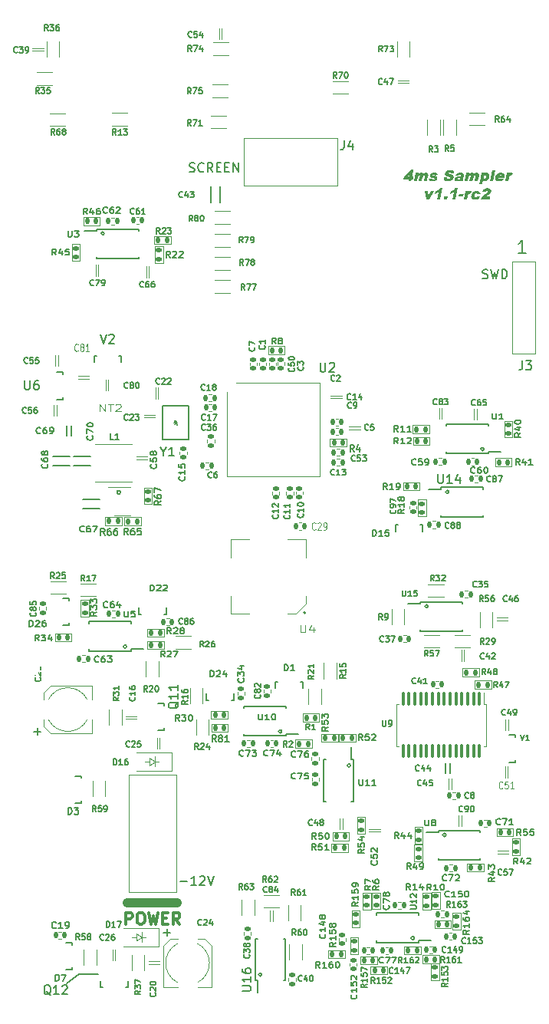
<source format=gbr>
G04 #@! TF.GenerationSoftware,KiCad,Pcbnew,8.0.5*
G04 #@! TF.CreationDate,2024-10-08T11:29:37-07:00*
G04 #@! TF.ProjectId,Sampler-built,53616d70-6c65-4722-9d62-75696c742e6b,rev?*
G04 #@! TF.SameCoordinates,PX815dad0PY77b6f90*
G04 #@! TF.FileFunction,Legend,Top*
G04 #@! TF.FilePolarity,Positive*
%FSLAX46Y46*%
G04 Gerber Fmt 4.6, Leading zero omitted, Abs format (unit mm)*
G04 Created by KiCad (PCBNEW 8.0.5) date 2024-10-08 11:29:37*
%MOMM*%
%LPD*%
G01*
G04 APERTURE LIST*
G04 Aperture macros list*
%AMRoundRect*
0 Rectangle with rounded corners*
0 $1 Rounding radius*
0 $2 $3 $4 $5 $6 $7 $8 $9 X,Y pos of 4 corners*
0 Add a 4 corners polygon primitive as box body*
4,1,4,$2,$3,$4,$5,$6,$7,$8,$9,$2,$3,0*
0 Add four circle primitives for the rounded corners*
1,1,$1+$1,$2,$3*
1,1,$1+$1,$4,$5*
1,1,$1+$1,$6,$7*
1,1,$1+$1,$8,$9*
0 Add four rect primitives between the rounded corners*
20,1,$1+$1,$2,$3,$4,$5,0*
20,1,$1+$1,$4,$5,$6,$7,0*
20,1,$1+$1,$6,$7,$8,$9,0*
20,1,$1+$1,$8,$9,$2,$3,0*%
G04 Aperture macros list end*
%ADD10C,0.200000*%
%ADD11C,0.149860*%
%ADD12C,0.150000*%
%ADD13C,0.120142*%
%ADD14C,0.190500*%
%ADD15C,0.317500*%
%ADD16C,0.152400*%
%ADD17C,0.120000*%
%ADD18C,0.100000*%
%ADD19C,0.203200*%
%ADD20C,0.127000*%
%ADD21C,1.000000*%
%ADD22R,0.900000X1.200000*%
%ADD23RoundRect,0.147500X0.147500X0.172500X-0.147500X0.172500X-0.147500X-0.172500X0.147500X-0.172500X0*%
%ADD24R,1.000000X1.000000*%
%ADD25RoundRect,0.147500X0.172500X-0.147500X0.172500X0.147500X-0.172500X0.147500X-0.172500X-0.147500X0*%
%ADD26R,0.700000X1.300000*%
%ADD27R,0.800100X0.800100*%
%ADD28R,1.450000X0.450000*%
%ADD29RoundRect,0.147500X-0.172500X0.147500X-0.172500X-0.147500X0.172500X-0.147500X0.172500X0.147500X0*%
%ADD30RoundRect,0.147500X-0.147500X-0.172500X0.147500X-0.172500X0.147500X0.172500X-0.147500X0.172500X0*%
%ADD31R,1.600000X3.000000*%
%ADD32R,0.500000X0.439200*%
%ADD33R,1.700000X0.900000*%
%ADD34C,1.700000*%
%ADD35O,1.700000X1.700000*%
%ADD36R,1.150000X1.400000*%
%ADD37R,1.700000X1.700000*%
%ADD38R,1.220000X0.650000*%
%ADD39C,0.300000*%
%ADD40R,0.450000X1.450000*%
%ADD41R,3.000000X1.600000*%
%ADD42R,1.200000X3.700000*%
%ADD43C,0.500000*%
%ADD44R,0.900000X1.700000*%
%ADD45R,0.439200X0.500000*%
%ADD46RoundRect,0.100000X-0.100000X0.637500X-0.100000X-0.637500X0.100000X-0.637500X0.100000X0.637500X0*%
%ADD47C,1.930400*%
%ADD48C,1.800000*%
%ADD49C,1.500000*%
%ADD50O,1.397000X1.092200*%
%ADD51O,1.524000X1.524000*%
%ADD52C,2.540000*%
G04 APERTURE END LIST*
D10*
X8100000Y3040000D02*
X10170000Y3110000D01*
X6730000Y2100000D02*
X8100000Y3040000D01*
D11*
G36*
X44869616Y91116462D02*
G01*
X45018213Y91116462D01*
X44955785Y90816337D01*
X44807188Y90816337D01*
X44764396Y90610000D01*
X44459288Y90610000D01*
X44502079Y90816337D01*
X43903587Y90816337D01*
X43964550Y91109135D01*
X43972046Y91116462D01*
X44279623Y91116462D01*
X44564508Y91116462D01*
X44635436Y91457914D01*
X44279623Y91116462D01*
X43972046Y91116462D01*
X44720432Y91848019D01*
X45021730Y91848019D01*
X44869616Y91116462D01*
G37*
G36*
X45235101Y91510377D02*
G01*
X45560726Y91510377D01*
X45537864Y91399296D01*
X45582210Y91437757D01*
X45634300Y91472763D01*
X45675911Y91494257D01*
X45735990Y91515511D01*
X45796204Y91526376D01*
X45849128Y91529135D01*
X45910064Y91525328D01*
X45969965Y91510710D01*
X46008862Y91490154D01*
X46052242Y91448328D01*
X46080166Y91395941D01*
X46082721Y91388158D01*
X46129772Y91428066D01*
X46179495Y91463923D01*
X46231082Y91493053D01*
X46240111Y91497188D01*
X46297306Y91516656D01*
X46355599Y91526608D01*
X46407467Y91529135D01*
X46466057Y91524928D01*
X46523571Y91509815D01*
X46576232Y91479676D01*
X46612338Y91441208D01*
X46639501Y91384355D01*
X46650296Y91321130D01*
X46649432Y91256011D01*
X46641034Y91192916D01*
X46636664Y91170391D01*
X46520307Y90610000D01*
X46172407Y90610000D01*
X46279386Y91124083D01*
X46283370Y91183136D01*
X46275869Y91207028D01*
X46229300Y91245818D01*
X46211389Y91247767D01*
X46154191Y91234784D01*
X46114961Y91206735D01*
X46080417Y91157078D01*
X46060015Y91100846D01*
X46053412Y91073085D01*
X45957278Y90610000D01*
X45609379Y90610000D01*
X45712547Y91106497D01*
X45722128Y91164711D01*
X45722512Y91182408D01*
X45700237Y91229889D01*
X45650118Y91247767D01*
X45591125Y91233095D01*
X45554571Y91206148D01*
X45519202Y91154830D01*
X45498141Y91096063D01*
X45491263Y91066930D01*
X45396301Y90610000D01*
X45048109Y90610000D01*
X45235101Y91510377D01*
G37*
G36*
X46720488Y90871731D02*
G01*
X47071905Y90911005D01*
X47086021Y90852850D01*
X47107955Y90821319D01*
X47163510Y90799457D01*
X47193245Y90797579D01*
X47253975Y90805106D01*
X47296706Y90824250D01*
X47331584Y90870852D01*
X47310481Y90915695D01*
X47253445Y90933733D01*
X47192466Y90946349D01*
X47179176Y90948814D01*
X47120674Y90959922D01*
X47061511Y90972620D01*
X46999828Y90988535D01*
X46950272Y91005674D01*
X46897507Y91039325D01*
X46859648Y91085840D01*
X46852966Y91097705D01*
X46833807Y91153711D01*
X46831578Y91215523D01*
X46836259Y91246009D01*
X46854524Y91304891D01*
X46883524Y91357816D01*
X46919204Y91400761D01*
X46966900Y91441546D01*
X47021730Y91474435D01*
X47077767Y91497481D01*
X47134980Y91512783D01*
X47200446Y91523076D01*
X47265567Y91528022D01*
X47318688Y91529135D01*
X47382553Y91527901D01*
X47445513Y91523468D01*
X47503555Y91514627D01*
X47543782Y91503343D01*
X47598984Y91475478D01*
X47645180Y91433296D01*
X47652812Y91423329D01*
X47680901Y91371389D01*
X47698699Y91315123D01*
X47708206Y91267111D01*
X47373496Y91247181D01*
X47348439Y91300791D01*
X47347118Y91301696D01*
X47291319Y91321130D01*
X47263880Y91322799D01*
X47203669Y91314348D01*
X47184452Y91304920D01*
X47152212Y91262129D01*
X47170091Y91224613D01*
X47229427Y91207445D01*
X47288432Y91198355D01*
X47301102Y91196770D01*
X47367504Y91187806D01*
X47425659Y91177327D01*
X47488313Y91161629D01*
X47537334Y91143427D01*
X47590993Y91110248D01*
X47632443Y91063156D01*
X47643140Y91043483D01*
X47661036Y90984194D01*
X47661479Y90924920D01*
X47657502Y90901040D01*
X47639243Y90843407D01*
X47611282Y90791662D01*
X47580419Y90750098D01*
X47537794Y90707405D01*
X47486126Y90670551D01*
X47431890Y90642375D01*
X47412184Y90634034D01*
X47354903Y90615313D01*
X47290038Y90601940D01*
X47227060Y90594628D01*
X47168458Y90591619D01*
X47137557Y90591243D01*
X47066835Y90592967D01*
X47003411Y90598141D01*
X46936936Y90608901D01*
X46872666Y90627733D01*
X46816732Y90657532D01*
X46811054Y90661878D01*
X46768104Y90707035D01*
X46738833Y90763042D01*
X46724297Y90821935D01*
X46720488Y90871731D01*
G37*
G36*
X48358576Y91037328D02*
G01*
X48729044Y91060775D01*
X48727545Y91001654D01*
X48737557Y90940903D01*
X48745457Y90923022D01*
X48786714Y90878238D01*
X48842658Y90857162D01*
X48883210Y90853853D01*
X48943733Y90860472D01*
X48999714Y90884249D01*
X49005722Y90888437D01*
X49046845Y90930828D01*
X49062289Y90968158D01*
X49052135Y91027263D01*
X49040893Y91042017D01*
X48988875Y91073376D01*
X48928150Y91093709D01*
X48873245Y91107670D01*
X48804360Y91125622D01*
X48742602Y91145405D01*
X48687970Y91167021D01*
X48631820Y91195377D01*
X48579283Y91231794D01*
X48555534Y91254215D01*
X48518952Y91304279D01*
X48497135Y91360681D01*
X48490083Y91423421D01*
X48496023Y91483517D01*
X48497795Y91492499D01*
X48514951Y91550241D01*
X48542239Y91605866D01*
X48579660Y91659372D01*
X48588360Y91669819D01*
X48632227Y91713930D01*
X48683373Y91752292D01*
X48734948Y91781565D01*
X48777404Y91800538D01*
X48840602Y91821311D01*
X48902932Y91834618D01*
X48961583Y91842408D01*
X49025055Y91846859D01*
X49081633Y91848019D01*
X49150539Y91845879D01*
X49213278Y91839461D01*
X49280422Y91826110D01*
X49338684Y91806598D01*
X49395431Y91776046D01*
X49416050Y91760384D01*
X49455907Y91716757D01*
X49484179Y91662555D01*
X49500867Y91597778D01*
X49505950Y91533838D01*
X49503684Y91474620D01*
X49136734Y91453518D01*
X49132879Y91513777D01*
X49107737Y91568945D01*
X49105666Y91571047D01*
X49051833Y91598701D01*
X48998688Y91604167D01*
X48938502Y91596191D01*
X48902847Y91578961D01*
X48864887Y91533952D01*
X48860349Y91519170D01*
X48874124Y91476672D01*
X48929548Y91449347D01*
X48982861Y91435639D01*
X49051447Y91419440D01*
X49113407Y91403084D01*
X49179012Y91383249D01*
X49235076Y91363187D01*
X49294986Y91336085D01*
X49307313Y91329247D01*
X49360327Y91292330D01*
X49401034Y91250089D01*
X49431596Y91197476D01*
X49433636Y91192373D01*
X49449331Y91133702D01*
X49452488Y91070528D01*
X49444480Y91009191D01*
X49428525Y90951562D01*
X49404986Y90896204D01*
X49373863Y90843118D01*
X49335157Y90792303D01*
X49290277Y90745775D01*
X49240342Y90705255D01*
X49185351Y90670744D01*
X49125303Y90642241D01*
X49068350Y90622369D01*
X49006741Y90607379D01*
X48940475Y90597269D01*
X48879970Y90592488D01*
X48826936Y90591243D01*
X48753686Y90593180D01*
X48687077Y90598991D01*
X48627108Y90608677D01*
X48561484Y90626232D01*
X48506236Y90649841D01*
X48453634Y90686163D01*
X48426867Y90715220D01*
X48391642Y90773109D01*
X48370491Y90828332D01*
X48357687Y90888727D01*
X48353229Y90954294D01*
X48355889Y91012886D01*
X48358576Y91037328D01*
G37*
G36*
X50213232Y91528294D02*
G01*
X50277103Y91525271D01*
X50339893Y91519243D01*
X50387648Y91511550D01*
X50448455Y91493099D01*
X50502237Y91460738D01*
X50525987Y91437984D01*
X50557011Y91387404D01*
X50572296Y91328074D01*
X50576784Y91267559D01*
X50571632Y91205585D01*
X50569365Y91193546D01*
X50488472Y90804613D01*
X50478374Y90744469D01*
X50476162Y90709358D01*
X50483741Y90651229D01*
X50493454Y90610000D01*
X50166950Y90610000D01*
X50151321Y90666659D01*
X50150830Y90670377D01*
X50149951Y90707307D01*
X50101976Y90672273D01*
X50047398Y90641576D01*
X50016887Y90628172D01*
X49954772Y90608698D01*
X49895392Y90597337D01*
X49832721Y90591820D01*
X49803810Y90591243D01*
X49739115Y90594735D01*
X49675688Y90607278D01*
X49617734Y90632294D01*
X49578130Y90664222D01*
X49544602Y90713184D01*
X49528019Y90774777D01*
X49531396Y90837803D01*
X49532700Y90844474D01*
X49539693Y90867335D01*
X49885289Y90867335D01*
X49898185Y90816923D01*
X49954189Y90797881D01*
X49965890Y90797579D01*
X50024406Y90805091D01*
X50068765Y90821319D01*
X50119949Y90852921D01*
X50144968Y90878472D01*
X50172636Y90931673D01*
X50182191Y90966693D01*
X50188932Y90999519D01*
X50130697Y90983097D01*
X50073143Y90968969D01*
X50054110Y90964641D01*
X49996786Y90949609D01*
X49940574Y90929140D01*
X49921047Y90917746D01*
X49885697Y90869088D01*
X49885289Y90867335D01*
X49539693Y90867335D01*
X49550589Y90902955D01*
X49578610Y90954566D01*
X49616764Y90999308D01*
X49625610Y91007432D01*
X49679420Y91043949D01*
X49735327Y91068504D01*
X49793623Y91086594D01*
X49860670Y91101515D01*
X49927931Y91114481D01*
X49985733Y91125901D01*
X50048088Y91138724D01*
X50106369Y91151868D01*
X50110091Y91152806D01*
X50168342Y91169219D01*
X50224418Y91187800D01*
X50228206Y91189149D01*
X50229681Y91249055D01*
X50222345Y91263594D01*
X50167439Y91284521D01*
X50147020Y91285283D01*
X50085311Y91280066D01*
X50027875Y91259703D01*
X50025094Y91258026D01*
X49982596Y91214589D01*
X49957097Y91172150D01*
X49632938Y91211717D01*
X49656791Y91267364D01*
X49683948Y91319731D01*
X49717443Y91369424D01*
X49720279Y91372917D01*
X49761878Y91415220D01*
X49812378Y91452589D01*
X49838688Y91468172D01*
X49894909Y91492687D01*
X49954574Y91509141D01*
X49974975Y91513308D01*
X50033477Y91522319D01*
X50094125Y91527590D01*
X50151123Y91529135D01*
X50213232Y91528294D01*
G37*
G36*
X50833147Y91510377D02*
G01*
X51158772Y91510377D01*
X51135911Y91399296D01*
X51180256Y91437757D01*
X51232346Y91472763D01*
X51273957Y91494257D01*
X51334036Y91515511D01*
X51394250Y91526376D01*
X51447174Y91529135D01*
X51508110Y91525328D01*
X51568011Y91510710D01*
X51606908Y91490154D01*
X51650288Y91448328D01*
X51678212Y91395941D01*
X51680767Y91388158D01*
X51727818Y91428066D01*
X51777541Y91463923D01*
X51829128Y91493053D01*
X51838158Y91497188D01*
X51895352Y91516656D01*
X51953645Y91526608D01*
X52005513Y91529135D01*
X52064103Y91524928D01*
X52121617Y91509815D01*
X52174278Y91479676D01*
X52210384Y91441208D01*
X52237548Y91384355D01*
X52248342Y91321130D01*
X52247478Y91256011D01*
X52239080Y91192916D01*
X52234710Y91170391D01*
X52118353Y90610000D01*
X51770453Y90610000D01*
X51877432Y91124083D01*
X51881416Y91183136D01*
X51873915Y91207028D01*
X51827346Y91245818D01*
X51809435Y91247767D01*
X51752237Y91234784D01*
X51713008Y91206735D01*
X51678463Y91157078D01*
X51658061Y91100846D01*
X51651458Y91073085D01*
X51555324Y90610000D01*
X51207425Y90610000D01*
X51310593Y91106497D01*
X51320174Y91164711D01*
X51320558Y91182408D01*
X51298283Y91229889D01*
X51248165Y91247767D01*
X51189171Y91233095D01*
X51152617Y91206148D01*
X51117248Y91154830D01*
X51096187Y91096063D01*
X51089309Y91066930D01*
X50994347Y90610000D01*
X50646155Y90610000D01*
X50833147Y91510377D01*
G37*
G36*
X53169984Y91524241D02*
G01*
X53233415Y91506159D01*
X53286327Y91474753D01*
X53328720Y91430024D01*
X53352561Y91389917D01*
X53376922Y91326136D01*
X53389431Y91266688D01*
X53394212Y91202831D01*
X53391265Y91134564D01*
X53382906Y91074305D01*
X53378060Y91049345D01*
X53361655Y90982297D01*
X53341200Y90920373D01*
X53316695Y90863572D01*
X53288140Y90811895D01*
X53248528Y90756645D01*
X53203084Y90708772D01*
X53153742Y90668831D01*
X53102215Y90637153D01*
X53039339Y90610640D01*
X52973491Y90595375D01*
X52914682Y90591243D01*
X52854527Y90595257D01*
X52796344Y90608561D01*
X52777222Y90615569D01*
X52722774Y90644292D01*
X52689295Y90673894D01*
X52605764Y90272359D01*
X52255227Y90272359D01*
X52405293Y90994316D01*
X52756436Y90994316D01*
X52756569Y90935437D01*
X52770774Y90887558D01*
X52813155Y90845137D01*
X52859581Y90835095D01*
X52917500Y90851416D01*
X52960111Y90886679D01*
X52992974Y90936001D01*
X53015826Y90993348D01*
X53032869Y91057588D01*
X53034557Y91065465D01*
X53044065Y91125532D01*
X53044792Y91185220D01*
X53031919Y91233113D01*
X52991399Y91276673D01*
X52953077Y91285283D01*
X52892781Y91270063D01*
X52842875Y91231354D01*
X52807814Y91181016D01*
X52784138Y91123955D01*
X52767136Y91060853D01*
X52765499Y91053155D01*
X52756436Y90994316D01*
X52405293Y90994316D01*
X52512561Y91510377D01*
X52838772Y91510377D01*
X52818255Y91410433D01*
X52866173Y91450749D01*
X52918426Y91483671D01*
X52937250Y91492792D01*
X52993702Y91513483D01*
X53052231Y91525586D01*
X53107243Y91529135D01*
X53169984Y91524241D01*
G37*
G36*
X53708374Y91829261D02*
G01*
X54056273Y91829261D01*
X53802749Y90610000D01*
X53454850Y90610000D01*
X53708374Y91829261D01*
G37*
G36*
X54710985Y91527136D02*
G01*
X54771490Y91521139D01*
X54834161Y91509090D01*
X54895344Y91488656D01*
X54927927Y91472275D01*
X54977842Y91436258D01*
X55017788Y91392172D01*
X55047765Y91340019D01*
X55060111Y91307558D01*
X55073154Y91249856D01*
X55077404Y91184313D01*
X55073910Y91120532D01*
X55065557Y91061085D01*
X55059525Y91029707D01*
X55050439Y90985158D01*
X54393329Y90985158D01*
X54395392Y90924545D01*
X54411500Y90885213D01*
X54457754Y90846107D01*
X54516427Y90835095D01*
X54574450Y90843796D01*
X54609044Y90857370D01*
X54658503Y90892541D01*
X54678213Y90910712D01*
X55013803Y90870559D01*
X54970763Y90815683D01*
X54927373Y90767340D01*
X54883633Y90725530D01*
X54832159Y90685008D01*
X54780209Y90653378D01*
X54724248Y90629167D01*
X54660741Y90610903D01*
X54600301Y90599980D01*
X54534318Y90593427D01*
X54475097Y90591303D01*
X54462791Y90591243D01*
X54401060Y90593025D01*
X54336359Y90599611D01*
X54272067Y90613079D01*
X54212043Y90635807D01*
X54200474Y90641947D01*
X54148846Y90679420D01*
X54106433Y90728455D01*
X54076142Y90782474D01*
X54067704Y90802562D01*
X54050888Y90860007D01*
X54043231Y90922143D01*
X54044733Y90988968D01*
X54053561Y91051286D01*
X54055394Y91060482D01*
X54071825Y91124016D01*
X54089798Y91172736D01*
X54434068Y91172736D01*
X54735366Y91172736D01*
X54726299Y91232476D01*
X54707229Y91257439D01*
X54651414Y91281993D01*
X54611095Y91285283D01*
X54549482Y91276868D01*
X54495947Y91251623D01*
X54482135Y91241319D01*
X54443677Y91194987D01*
X54434068Y91172736D01*
X54089798Y91172736D01*
X54093822Y91183643D01*
X54121387Y91239364D01*
X54154519Y91291177D01*
X54193217Y91339083D01*
X54237483Y91383083D01*
X54256748Y91399589D01*
X54307784Y91436909D01*
X54362341Y91467904D01*
X54420418Y91492574D01*
X54482016Y91510918D01*
X54547135Y91522936D01*
X54615773Y91528629D01*
X54644215Y91529135D01*
X54710985Y91527136D01*
G37*
G36*
X55312463Y91510377D02*
G01*
X55638967Y91510377D01*
X55616106Y91399882D01*
X55656030Y91448259D01*
X55703810Y91487878D01*
X55710774Y91492499D01*
X55767219Y91518795D01*
X55826059Y91528813D01*
X55839442Y91529135D01*
X55902436Y91520622D01*
X55958913Y91500119D01*
X56001814Y91477551D01*
X55840614Y91220217D01*
X55785942Y91241714D01*
X55750342Y91247767D01*
X55690824Y91233209D01*
X55646001Y91196183D01*
X55611094Y91143383D01*
X55586284Y91087666D01*
X55566648Y91029706D01*
X55548516Y90962328D01*
X55537264Y90912178D01*
X55474543Y90610000D01*
X55125471Y90610000D01*
X55312463Y91510377D01*
G37*
G36*
X46284076Y89494377D02*
G01*
X46645750Y89494377D01*
X46693817Y88959485D01*
X46969323Y89494377D01*
X47323671Y89494377D01*
X46764745Y88594000D01*
X46461103Y88594000D01*
X46284076Y89494377D01*
G37*
G36*
X48213203Y89832019D02*
G01*
X47955869Y88594000D01*
X47604452Y88594000D01*
X47767997Y89380951D01*
X47715305Y89347039D01*
X47660396Y89315829D01*
X47608556Y89289800D01*
X47550830Y89264772D01*
X47490068Y89242052D01*
X47429050Y89221700D01*
X47387565Y89208906D01*
X47450579Y89511084D01*
X47516394Y89532557D01*
X47576893Y89555432D01*
X47632074Y89579708D01*
X47689732Y89609802D01*
X47740154Y89641802D01*
X47791939Y89682047D01*
X47840025Y89727165D01*
X47884410Y89777156D01*
X47920211Y89824894D01*
X47925094Y89832019D01*
X48213203Y89832019D01*
G37*
G36*
X48418660Y88950400D02*
G01*
X48788542Y88950400D01*
X48714390Y88594000D01*
X48344508Y88594000D01*
X48418660Y88950400D01*
G37*
G36*
X49892031Y89832019D02*
G01*
X49634697Y88594000D01*
X49283280Y88594000D01*
X49446825Y89380951D01*
X49394133Y89347039D01*
X49339224Y89315829D01*
X49287383Y89289800D01*
X49229658Y89264772D01*
X49168895Y89242052D01*
X49107877Y89221700D01*
X49066392Y89208906D01*
X49129407Y89511084D01*
X49195222Y89532557D01*
X49255720Y89555432D01*
X49310902Y89579708D01*
X49368560Y89609802D01*
X49418981Y89641802D01*
X49470767Y89682047D01*
X49518852Y89727165D01*
X49563237Y89777156D01*
X49599039Y89824894D01*
X49603922Y89832019D01*
X49892031Y89832019D01*
G37*
G36*
X50084299Y89194252D02*
G01*
X50580796Y89194252D01*
X50522471Y88912884D01*
X50025974Y88912884D01*
X50084299Y89194252D01*
G37*
G36*
X50771891Y89494377D02*
G01*
X51098395Y89494377D01*
X51075534Y89383882D01*
X51115458Y89432259D01*
X51163238Y89471878D01*
X51170203Y89476499D01*
X51226647Y89502795D01*
X51285487Y89512813D01*
X51298870Y89513135D01*
X51361864Y89504622D01*
X51418341Y89484119D01*
X51461242Y89461551D01*
X51300042Y89204217D01*
X51245370Y89225714D01*
X51209770Y89231767D01*
X51150252Y89217209D01*
X51105429Y89180183D01*
X51070522Y89127383D01*
X51045712Y89071666D01*
X51026076Y89013706D01*
X51007944Y88946328D01*
X50996692Y88896178D01*
X50933971Y88594000D01*
X50584899Y88594000D01*
X50771891Y89494377D01*
G37*
G36*
X52056511Y88950986D02*
G01*
X52380084Y88911125D01*
X52352442Y88858241D01*
X52317972Y88804395D01*
X52279933Y88756530D01*
X52252589Y88727943D01*
X52203273Y88685846D01*
X52154435Y88653342D01*
X52101377Y88625938D01*
X52076441Y88615396D01*
X52016129Y88595986D01*
X51957030Y88584065D01*
X51892765Y88577164D01*
X51832296Y88575243D01*
X51766442Y88576910D01*
X51706926Y88581910D01*
X51647547Y88591522D01*
X51606909Y88601914D01*
X51550873Y88624199D01*
X51498432Y88657515D01*
X51465053Y88688669D01*
X51428645Y88736617D01*
X51401635Y88790335D01*
X51388849Y88829353D01*
X51379923Y88891028D01*
X51381224Y88950505D01*
X51388881Y89010186D01*
X51395004Y89042430D01*
X51409209Y89100381D01*
X51429771Y89161253D01*
X51454949Y89216409D01*
X51488793Y89271628D01*
X51527454Y89320208D01*
X51572214Y89364831D01*
X51605443Y89392382D01*
X51657169Y89428597D01*
X51712369Y89459272D01*
X51741731Y89472102D01*
X51797748Y89490054D01*
X51859407Y89502877D01*
X51917987Y89509889D01*
X51980887Y89512975D01*
X51999651Y89513135D01*
X52063320Y89511210D01*
X52132261Y89503819D01*
X52193061Y89490884D01*
X52253707Y89468787D01*
X52309449Y89434294D01*
X52352955Y89389799D01*
X52386166Y89335155D01*
X52406780Y89279018D01*
X52419513Y89215110D01*
X52421703Y89195424D01*
X52086113Y89155564D01*
X52074140Y89213967D01*
X52053287Y89243491D01*
X51997761Y89266764D01*
X51962722Y89269283D01*
X51902421Y89259609D01*
X51847731Y89230586D01*
X51824383Y89210665D01*
X51786863Y89163189D01*
X51760026Y89107227D01*
X51741796Y89046436D01*
X51738507Y89031586D01*
X51730378Y88970581D01*
X51735434Y88910900D01*
X51751989Y88872437D01*
X51796905Y88832430D01*
X51855651Y88819147D01*
X51860140Y88819095D01*
X51918611Y88826788D01*
X51970342Y88849869D01*
X52016064Y88890682D01*
X52051744Y88942382D01*
X52056511Y88950986D01*
G37*
G36*
X53425248Y88594000D02*
G01*
X52419358Y88594000D01*
X52441216Y88654798D01*
X52467443Y88713431D01*
X52498039Y88769900D01*
X52533004Y88824205D01*
X52572338Y88876347D01*
X52586420Y88893247D01*
X52626209Y88936318D01*
X52673770Y88981449D01*
X52729101Y89028641D01*
X52778960Y89067879D01*
X52833794Y89108435D01*
X52893600Y89150311D01*
X52958380Y89193505D01*
X52975353Y89204510D01*
X53033412Y89242872D01*
X53083393Y89277503D01*
X53131495Y89313193D01*
X53177183Y89351619D01*
X53191654Y89366003D01*
X53228223Y89412358D01*
X53252324Y89467999D01*
X53249006Y89527216D01*
X53233566Y89552996D01*
X53180924Y89584732D01*
X53148570Y89588167D01*
X53089076Y89577000D01*
X53042764Y89548599D01*
X53004039Y89500682D01*
X52976131Y89444379D01*
X52959526Y89400002D01*
X52616902Y89429604D01*
X52637472Y89484940D01*
X52662903Y89542961D01*
X52693856Y89600650D01*
X52726825Y89649142D01*
X52739707Y89664957D01*
X52781562Y89707468D01*
X52828981Y89743998D01*
X52881964Y89774547D01*
X52913803Y89788934D01*
X52970077Y89807784D01*
X53034264Y89821248D01*
X53096919Y89828611D01*
X53165633Y89831850D01*
X53186378Y89832019D01*
X53249137Y89830576D01*
X53314853Y89825247D01*
X53380066Y89814347D01*
X53440818Y89795955D01*
X53452505Y89790986D01*
X53504254Y89761202D01*
X53549542Y89718455D01*
X53582638Y89665250D01*
X53602435Y89604425D01*
X53607931Y89544982D01*
X53601519Y89481590D01*
X53600223Y89475033D01*
X53582426Y89413691D01*
X53554752Y89353972D01*
X53521862Y89302250D01*
X53492073Y89264301D01*
X53449740Y89219563D01*
X53405261Y89179810D01*
X53353219Y89138759D01*
X53304073Y89103558D01*
X53249675Y89067456D01*
X53214515Y89045361D01*
X53162455Y89013524D01*
X53110465Y88981044D01*
X53062108Y88949227D01*
X53013217Y88913199D01*
X52989421Y88894126D01*
X53487676Y88894126D01*
X53425248Y88594000D01*
G37*
D12*
X20279160Y91667800D02*
X20422017Y91620181D01*
X20422017Y91620181D02*
X20660112Y91620181D01*
X20660112Y91620181D02*
X20755350Y91667800D01*
X20755350Y91667800D02*
X20802969Y91715420D01*
X20802969Y91715420D02*
X20850588Y91810658D01*
X20850588Y91810658D02*
X20850588Y91905896D01*
X20850588Y91905896D02*
X20802969Y92001134D01*
X20802969Y92001134D02*
X20755350Y92048753D01*
X20755350Y92048753D02*
X20660112Y92096372D01*
X20660112Y92096372D02*
X20469636Y92143991D01*
X20469636Y92143991D02*
X20374398Y92191610D01*
X20374398Y92191610D02*
X20326779Y92239229D01*
X20326779Y92239229D02*
X20279160Y92334467D01*
X20279160Y92334467D02*
X20279160Y92429705D01*
X20279160Y92429705D02*
X20326779Y92524943D01*
X20326779Y92524943D02*
X20374398Y92572562D01*
X20374398Y92572562D02*
X20469636Y92620181D01*
X20469636Y92620181D02*
X20707731Y92620181D01*
X20707731Y92620181D02*
X20850588Y92572562D01*
X21850588Y91715420D02*
X21802969Y91667800D01*
X21802969Y91667800D02*
X21660112Y91620181D01*
X21660112Y91620181D02*
X21564874Y91620181D01*
X21564874Y91620181D02*
X21422017Y91667800D01*
X21422017Y91667800D02*
X21326779Y91763039D01*
X21326779Y91763039D02*
X21279160Y91858277D01*
X21279160Y91858277D02*
X21231541Y92048753D01*
X21231541Y92048753D02*
X21231541Y92191610D01*
X21231541Y92191610D02*
X21279160Y92382086D01*
X21279160Y92382086D02*
X21326779Y92477324D01*
X21326779Y92477324D02*
X21422017Y92572562D01*
X21422017Y92572562D02*
X21564874Y92620181D01*
X21564874Y92620181D02*
X21660112Y92620181D01*
X21660112Y92620181D02*
X21802969Y92572562D01*
X21802969Y92572562D02*
X21850588Y92524943D01*
X22850588Y91620181D02*
X22517255Y92096372D01*
X22279160Y91620181D02*
X22279160Y92620181D01*
X22279160Y92620181D02*
X22660112Y92620181D01*
X22660112Y92620181D02*
X22755350Y92572562D01*
X22755350Y92572562D02*
X22802969Y92524943D01*
X22802969Y92524943D02*
X22850588Y92429705D01*
X22850588Y92429705D02*
X22850588Y92286848D01*
X22850588Y92286848D02*
X22802969Y92191610D01*
X22802969Y92191610D02*
X22755350Y92143991D01*
X22755350Y92143991D02*
X22660112Y92096372D01*
X22660112Y92096372D02*
X22279160Y92096372D01*
X23279160Y92143991D02*
X23612493Y92143991D01*
X23755350Y91620181D02*
X23279160Y91620181D01*
X23279160Y91620181D02*
X23279160Y92620181D01*
X23279160Y92620181D02*
X23755350Y92620181D01*
X24183922Y92143991D02*
X24517255Y92143991D01*
X24660112Y91620181D02*
X24183922Y91620181D01*
X24183922Y91620181D02*
X24183922Y92620181D01*
X24183922Y92620181D02*
X24660112Y92620181D01*
X25088684Y91620181D02*
X25088684Y92620181D01*
X25088684Y92620181D02*
X25660112Y91620181D01*
X25660112Y91620181D02*
X25660112Y92620181D01*
X52649160Y79907800D02*
X52792017Y79860181D01*
X52792017Y79860181D02*
X53030112Y79860181D01*
X53030112Y79860181D02*
X53125350Y79907800D01*
X53125350Y79907800D02*
X53172969Y79955420D01*
X53172969Y79955420D02*
X53220588Y80050658D01*
X53220588Y80050658D02*
X53220588Y80145896D01*
X53220588Y80145896D02*
X53172969Y80241134D01*
X53172969Y80241134D02*
X53125350Y80288753D01*
X53125350Y80288753D02*
X53030112Y80336372D01*
X53030112Y80336372D02*
X52839636Y80383991D01*
X52839636Y80383991D02*
X52744398Y80431610D01*
X52744398Y80431610D02*
X52696779Y80479229D01*
X52696779Y80479229D02*
X52649160Y80574467D01*
X52649160Y80574467D02*
X52649160Y80669705D01*
X52649160Y80669705D02*
X52696779Y80764943D01*
X52696779Y80764943D02*
X52744398Y80812562D01*
X52744398Y80812562D02*
X52839636Y80860181D01*
X52839636Y80860181D02*
X53077731Y80860181D01*
X53077731Y80860181D02*
X53220588Y80812562D01*
X53553922Y80860181D02*
X53792017Y79860181D01*
X53792017Y79860181D02*
X53982493Y80574467D01*
X53982493Y80574467D02*
X54172969Y79860181D01*
X54172969Y79860181D02*
X54411065Y80860181D01*
X54792017Y79860181D02*
X54792017Y80860181D01*
X54792017Y80860181D02*
X55030112Y80860181D01*
X55030112Y80860181D02*
X55172969Y80812562D01*
X55172969Y80812562D02*
X55268207Y80717324D01*
X55268207Y80717324D02*
X55315826Y80622086D01*
X55315826Y80622086D02*
X55363445Y80431610D01*
X55363445Y80431610D02*
X55363445Y80288753D01*
X55363445Y80288753D02*
X55315826Y80098277D01*
X55315826Y80098277D02*
X55268207Y80003039D01*
X55268207Y80003039D02*
X55172969Y79907800D01*
X55172969Y79907800D02*
X55030112Y79860181D01*
X55030112Y79860181D02*
X54792017Y79860181D01*
X11880713Y26187098D02*
X11880713Y26837098D01*
X11880713Y26837098D02*
X12035475Y26837098D01*
X12035475Y26837098D02*
X12128332Y26806146D01*
X12128332Y26806146D02*
X12190237Y26744241D01*
X12190237Y26744241D02*
X12221190Y26682336D01*
X12221190Y26682336D02*
X12252142Y26558527D01*
X12252142Y26558527D02*
X12252142Y26465670D01*
X12252142Y26465670D02*
X12221190Y26341860D01*
X12221190Y26341860D02*
X12190237Y26279955D01*
X12190237Y26279955D02*
X12128332Y26218050D01*
X12128332Y26218050D02*
X12035475Y26187098D01*
X12035475Y26187098D02*
X11880713Y26187098D01*
X12871190Y26187098D02*
X12499761Y26187098D01*
X12685475Y26187098D02*
X12685475Y26837098D01*
X12685475Y26837098D02*
X12623571Y26744241D01*
X12623571Y26744241D02*
X12561666Y26682336D01*
X12561666Y26682336D02*
X12499761Y26651384D01*
X13428333Y26837098D02*
X13304523Y26837098D01*
X13304523Y26837098D02*
X13242619Y26806146D01*
X13242619Y26806146D02*
X13211666Y26775193D01*
X13211666Y26775193D02*
X13149761Y26682336D01*
X13149761Y26682336D02*
X13118809Y26558527D01*
X13118809Y26558527D02*
X13118809Y26310908D01*
X13118809Y26310908D02*
X13149761Y26249003D01*
X13149761Y26249003D02*
X13180714Y26218050D01*
X13180714Y26218050D02*
X13242619Y26187098D01*
X13242619Y26187098D02*
X13366428Y26187098D01*
X13366428Y26187098D02*
X13428333Y26218050D01*
X13428333Y26218050D02*
X13459285Y26249003D01*
X13459285Y26249003D02*
X13490238Y26310908D01*
X13490238Y26310908D02*
X13490238Y26465670D01*
X13490238Y26465670D02*
X13459285Y26527574D01*
X13459285Y26527574D02*
X13428333Y26558527D01*
X13428333Y26558527D02*
X13366428Y26589479D01*
X13366428Y26589479D02*
X13242619Y26589479D01*
X13242619Y26589479D02*
X13180714Y26558527D01*
X13180714Y26558527D02*
X13149761Y26527574D01*
X13149761Y26527574D02*
X13118809Y26465670D01*
D11*
X14162142Y87036108D02*
X14131190Y87004781D01*
X14131190Y87004781D02*
X14038332Y86973455D01*
X14038332Y86973455D02*
X13976428Y86973455D01*
X13976428Y86973455D02*
X13883571Y87004781D01*
X13883571Y87004781D02*
X13821666Y87067435D01*
X13821666Y87067435D02*
X13790713Y87130088D01*
X13790713Y87130088D02*
X13759761Y87255395D01*
X13759761Y87255395D02*
X13759761Y87349375D01*
X13759761Y87349375D02*
X13790713Y87474681D01*
X13790713Y87474681D02*
X13821666Y87537335D01*
X13821666Y87537335D02*
X13883571Y87599988D01*
X13883571Y87599988D02*
X13976428Y87631315D01*
X13976428Y87631315D02*
X14038332Y87631315D01*
X14038332Y87631315D02*
X14131190Y87599988D01*
X14131190Y87599988D02*
X14162142Y87568661D01*
X14719285Y87631315D02*
X14595475Y87631315D01*
X14595475Y87631315D02*
X14533571Y87599988D01*
X14533571Y87599988D02*
X14502618Y87568661D01*
X14502618Y87568661D02*
X14440713Y87474681D01*
X14440713Y87474681D02*
X14409761Y87349375D01*
X14409761Y87349375D02*
X14409761Y87098761D01*
X14409761Y87098761D02*
X14440713Y87036108D01*
X14440713Y87036108D02*
X14471666Y87004781D01*
X14471666Y87004781D02*
X14533571Y86973455D01*
X14533571Y86973455D02*
X14657380Y86973455D01*
X14657380Y86973455D02*
X14719285Y87004781D01*
X14719285Y87004781D02*
X14750237Y87036108D01*
X14750237Y87036108D02*
X14781190Y87098761D01*
X14781190Y87098761D02*
X14781190Y87255395D01*
X14781190Y87255395D02*
X14750237Y87318048D01*
X14750237Y87318048D02*
X14719285Y87349375D01*
X14719285Y87349375D02*
X14657380Y87380701D01*
X14657380Y87380701D02*
X14533571Y87380701D01*
X14533571Y87380701D02*
X14471666Y87349375D01*
X14471666Y87349375D02*
X14440713Y87318048D01*
X14440713Y87318048D02*
X14409761Y87255395D01*
X15400238Y86973455D02*
X15028809Y86973455D01*
X15214523Y86973455D02*
X15214523Y87631315D01*
X15214523Y87631315D02*
X15152619Y87537335D01*
X15152619Y87537335D02*
X15090714Y87474681D01*
X15090714Y87474681D02*
X15028809Y87443355D01*
D12*
X47111666Y93837098D02*
X46894999Y94146622D01*
X46740237Y93837098D02*
X46740237Y94487098D01*
X46740237Y94487098D02*
X46987856Y94487098D01*
X46987856Y94487098D02*
X47049761Y94456146D01*
X47049761Y94456146D02*
X47080714Y94425193D01*
X47080714Y94425193D02*
X47111666Y94363289D01*
X47111666Y94363289D02*
X47111666Y94270431D01*
X47111666Y94270431D02*
X47080714Y94208527D01*
X47080714Y94208527D02*
X47049761Y94177574D01*
X47049761Y94177574D02*
X46987856Y94146622D01*
X46987856Y94146622D02*
X46740237Y94146622D01*
X47328333Y94487098D02*
X47730714Y94487098D01*
X47730714Y94487098D02*
X47514047Y94239479D01*
X47514047Y94239479D02*
X47606904Y94239479D01*
X47606904Y94239479D02*
X47668809Y94208527D01*
X47668809Y94208527D02*
X47699761Y94177574D01*
X47699761Y94177574D02*
X47730714Y94115670D01*
X47730714Y94115670D02*
X47730714Y93960908D01*
X47730714Y93960908D02*
X47699761Y93899003D01*
X47699761Y93899003D02*
X47668809Y93868050D01*
X47668809Y93868050D02*
X47606904Y93837098D01*
X47606904Y93837098D02*
X47421190Y93837098D01*
X47421190Y93837098D02*
X47359285Y93868050D01*
X47359285Y93868050D02*
X47328333Y93899003D01*
X28571145Y72458267D02*
X28602098Y72427315D01*
X28602098Y72427315D02*
X28633050Y72334457D01*
X28633050Y72334457D02*
X28633050Y72272553D01*
X28633050Y72272553D02*
X28602098Y72179696D01*
X28602098Y72179696D02*
X28540193Y72117791D01*
X28540193Y72117791D02*
X28478288Y72086838D01*
X28478288Y72086838D02*
X28354478Y72055886D01*
X28354478Y72055886D02*
X28261621Y72055886D01*
X28261621Y72055886D02*
X28137812Y72086838D01*
X28137812Y72086838D02*
X28075907Y72117791D01*
X28075907Y72117791D02*
X28014002Y72179696D01*
X28014002Y72179696D02*
X27983050Y72272553D01*
X27983050Y72272553D02*
X27983050Y72334457D01*
X27983050Y72334457D02*
X28014002Y72427315D01*
X28014002Y72427315D02*
X28044955Y72458267D01*
X28633050Y73077315D02*
X28633050Y72705886D01*
X28633050Y72891600D02*
X27983050Y72891600D01*
X27983050Y72891600D02*
X28075907Y72829696D01*
X28075907Y72829696D02*
X28137812Y72767791D01*
X28137812Y72767791D02*
X28168764Y72705886D01*
X46602142Y38187098D02*
X46385475Y38496622D01*
X46230713Y38187098D02*
X46230713Y38837098D01*
X46230713Y38837098D02*
X46478332Y38837098D01*
X46478332Y38837098D02*
X46540237Y38806146D01*
X46540237Y38806146D02*
X46571190Y38775193D01*
X46571190Y38775193D02*
X46602142Y38713289D01*
X46602142Y38713289D02*
X46602142Y38620431D01*
X46602142Y38620431D02*
X46571190Y38558527D01*
X46571190Y38558527D02*
X46540237Y38527574D01*
X46540237Y38527574D02*
X46478332Y38496622D01*
X46478332Y38496622D02*
X46230713Y38496622D01*
X47190237Y38837098D02*
X46880713Y38837098D01*
X46880713Y38837098D02*
X46849761Y38527574D01*
X46849761Y38527574D02*
X46880713Y38558527D01*
X46880713Y38558527D02*
X46942618Y38589479D01*
X46942618Y38589479D02*
X47097380Y38589479D01*
X47097380Y38589479D02*
X47159285Y38558527D01*
X47159285Y38558527D02*
X47190237Y38527574D01*
X47190237Y38527574D02*
X47221190Y38465670D01*
X47221190Y38465670D02*
X47221190Y38310908D01*
X47221190Y38310908D02*
X47190237Y38249003D01*
X47190237Y38249003D02*
X47159285Y38218050D01*
X47159285Y38218050D02*
X47097380Y38187098D01*
X47097380Y38187098D02*
X46942618Y38187098D01*
X46942618Y38187098D02*
X46880713Y38218050D01*
X46880713Y38218050D02*
X46849761Y38249003D01*
X47437857Y38837098D02*
X47871190Y38837098D01*
X47871190Y38837098D02*
X47592619Y38187098D01*
X45654874Y25569253D02*
X45623922Y25538300D01*
X45623922Y25538300D02*
X45531064Y25507348D01*
X45531064Y25507348D02*
X45469160Y25507348D01*
X45469160Y25507348D02*
X45376303Y25538300D01*
X45376303Y25538300D02*
X45314398Y25600205D01*
X45314398Y25600205D02*
X45283445Y25662110D01*
X45283445Y25662110D02*
X45252493Y25785920D01*
X45252493Y25785920D02*
X45252493Y25878777D01*
X45252493Y25878777D02*
X45283445Y26002586D01*
X45283445Y26002586D02*
X45314398Y26064491D01*
X45314398Y26064491D02*
X45376303Y26126396D01*
X45376303Y26126396D02*
X45469160Y26157348D01*
X45469160Y26157348D02*
X45531064Y26157348D01*
X45531064Y26157348D02*
X45623922Y26126396D01*
X45623922Y26126396D02*
X45654874Y26095443D01*
X46212017Y25940681D02*
X46212017Y25507348D01*
X46057255Y26188300D02*
X45902493Y25724015D01*
X45902493Y25724015D02*
X46304874Y25724015D01*
X46831065Y25940681D02*
X46831065Y25507348D01*
X46676303Y26188300D02*
X46521541Y25724015D01*
X46521541Y25724015D02*
X46923922Y25724015D01*
X9962142Y21027098D02*
X9745475Y21336622D01*
X9590713Y21027098D02*
X9590713Y21677098D01*
X9590713Y21677098D02*
X9838332Y21677098D01*
X9838332Y21677098D02*
X9900237Y21646146D01*
X9900237Y21646146D02*
X9931190Y21615193D01*
X9931190Y21615193D02*
X9962142Y21553289D01*
X9962142Y21553289D02*
X9962142Y21460431D01*
X9962142Y21460431D02*
X9931190Y21398527D01*
X9931190Y21398527D02*
X9900237Y21367574D01*
X9900237Y21367574D02*
X9838332Y21336622D01*
X9838332Y21336622D02*
X9590713Y21336622D01*
X10550237Y21677098D02*
X10240713Y21677098D01*
X10240713Y21677098D02*
X10209761Y21367574D01*
X10209761Y21367574D02*
X10240713Y21398527D01*
X10240713Y21398527D02*
X10302618Y21429479D01*
X10302618Y21429479D02*
X10457380Y21429479D01*
X10457380Y21429479D02*
X10519285Y21398527D01*
X10519285Y21398527D02*
X10550237Y21367574D01*
X10550237Y21367574D02*
X10581190Y21305670D01*
X10581190Y21305670D02*
X10581190Y21150908D01*
X10581190Y21150908D02*
X10550237Y21089003D01*
X10550237Y21089003D02*
X10519285Y21058050D01*
X10519285Y21058050D02*
X10457380Y21027098D01*
X10457380Y21027098D02*
X10302618Y21027098D01*
X10302618Y21027098D02*
X10240713Y21058050D01*
X10240713Y21058050D02*
X10209761Y21089003D01*
X10890714Y21027098D02*
X11014523Y21027098D01*
X11014523Y21027098D02*
X11076428Y21058050D01*
X11076428Y21058050D02*
X11107380Y21089003D01*
X11107380Y21089003D02*
X11169285Y21181860D01*
X11169285Y21181860D02*
X11200238Y21305670D01*
X11200238Y21305670D02*
X11200238Y21553289D01*
X11200238Y21553289D02*
X11169285Y21615193D01*
X11169285Y21615193D02*
X11138333Y21646146D01*
X11138333Y21646146D02*
X11076428Y21677098D01*
X11076428Y21677098D02*
X10952619Y21677098D01*
X10952619Y21677098D02*
X10890714Y21646146D01*
X10890714Y21646146D02*
X10859761Y21615193D01*
X10859761Y21615193D02*
X10828809Y21553289D01*
X10828809Y21553289D02*
X10828809Y21398527D01*
X10828809Y21398527D02*
X10859761Y21336622D01*
X10859761Y21336622D02*
X10890714Y21305670D01*
X10890714Y21305670D02*
X10952619Y21274717D01*
X10952619Y21274717D02*
X11076428Y21274717D01*
X11076428Y21274717D02*
X11138333Y21305670D01*
X11138333Y21305670D02*
X11169285Y21336622D01*
X11169285Y21336622D02*
X11200238Y21398527D01*
X19070057Y33128572D02*
X19022438Y33033334D01*
X19022438Y33033334D02*
X18927200Y32938096D01*
X18927200Y32938096D02*
X18784342Y32795239D01*
X18784342Y32795239D02*
X18736723Y32700001D01*
X18736723Y32700001D02*
X18736723Y32604763D01*
X18974819Y32652382D02*
X18927200Y32557144D01*
X18927200Y32557144D02*
X18831961Y32461906D01*
X18831961Y32461906D02*
X18641485Y32414287D01*
X18641485Y32414287D02*
X18308152Y32414287D01*
X18308152Y32414287D02*
X18117676Y32461906D01*
X18117676Y32461906D02*
X18022438Y32557144D01*
X18022438Y32557144D02*
X17974819Y32652382D01*
X17974819Y32652382D02*
X17974819Y32842858D01*
X17974819Y32842858D02*
X18022438Y32938096D01*
X18022438Y32938096D02*
X18117676Y33033334D01*
X18117676Y33033334D02*
X18308152Y33080953D01*
X18308152Y33080953D02*
X18641485Y33080953D01*
X18641485Y33080953D02*
X18831961Y33033334D01*
X18831961Y33033334D02*
X18927200Y32938096D01*
X18927200Y32938096D02*
X18974819Y32842858D01*
X18974819Y32842858D02*
X18974819Y32652382D01*
X18974819Y34033334D02*
X18974819Y33461906D01*
X18974819Y33747620D02*
X17974819Y33747620D01*
X17974819Y33747620D02*
X18117676Y33652382D01*
X18117676Y33652382D02*
X18212914Y33557144D01*
X18212914Y33557144D02*
X18260533Y33461906D01*
X18974819Y34985715D02*
X18974819Y34414287D01*
X18974819Y34700001D02*
X17974819Y34700001D01*
X17974819Y34700001D02*
X18117676Y34604763D01*
X18117676Y34604763D02*
X18212914Y34509525D01*
X18212914Y34509525D02*
X18260533Y34414287D01*
X31932142Y11787098D02*
X31715475Y12096622D01*
X31560713Y11787098D02*
X31560713Y12437098D01*
X31560713Y12437098D02*
X31808332Y12437098D01*
X31808332Y12437098D02*
X31870237Y12406146D01*
X31870237Y12406146D02*
X31901190Y12375193D01*
X31901190Y12375193D02*
X31932142Y12313289D01*
X31932142Y12313289D02*
X31932142Y12220431D01*
X31932142Y12220431D02*
X31901190Y12158527D01*
X31901190Y12158527D02*
X31870237Y12127574D01*
X31870237Y12127574D02*
X31808332Y12096622D01*
X31808332Y12096622D02*
X31560713Y12096622D01*
X32489285Y12437098D02*
X32365475Y12437098D01*
X32365475Y12437098D02*
X32303571Y12406146D01*
X32303571Y12406146D02*
X32272618Y12375193D01*
X32272618Y12375193D02*
X32210713Y12282336D01*
X32210713Y12282336D02*
X32179761Y12158527D01*
X32179761Y12158527D02*
X32179761Y11910908D01*
X32179761Y11910908D02*
X32210713Y11849003D01*
X32210713Y11849003D02*
X32241666Y11818050D01*
X32241666Y11818050D02*
X32303571Y11787098D01*
X32303571Y11787098D02*
X32427380Y11787098D01*
X32427380Y11787098D02*
X32489285Y11818050D01*
X32489285Y11818050D02*
X32520237Y11849003D01*
X32520237Y11849003D02*
X32551190Y11910908D01*
X32551190Y11910908D02*
X32551190Y12065670D01*
X32551190Y12065670D02*
X32520237Y12127574D01*
X32520237Y12127574D02*
X32489285Y12158527D01*
X32489285Y12158527D02*
X32427380Y12189479D01*
X32427380Y12189479D02*
X32303571Y12189479D01*
X32303571Y12189479D02*
X32241666Y12158527D01*
X32241666Y12158527D02*
X32210713Y12127574D01*
X32210713Y12127574D02*
X32179761Y12065670D01*
X33170238Y11787098D02*
X32798809Y11787098D01*
X32984523Y11787098D02*
X32984523Y12437098D01*
X32984523Y12437098D02*
X32922619Y12344241D01*
X32922619Y12344241D02*
X32860714Y12282336D01*
X32860714Y12282336D02*
X32798809Y12251384D01*
X43785237Y45447098D02*
X43785237Y44920908D01*
X43785237Y44920908D02*
X43816190Y44859003D01*
X43816190Y44859003D02*
X43847142Y44828050D01*
X43847142Y44828050D02*
X43909047Y44797098D01*
X43909047Y44797098D02*
X44032856Y44797098D01*
X44032856Y44797098D02*
X44094761Y44828050D01*
X44094761Y44828050D02*
X44125714Y44859003D01*
X44125714Y44859003D02*
X44156666Y44920908D01*
X44156666Y44920908D02*
X44156666Y45447098D01*
X44806666Y44797098D02*
X44435237Y44797098D01*
X44620951Y44797098D02*
X44620951Y45447098D01*
X44620951Y45447098D02*
X44559047Y45354241D01*
X44559047Y45354241D02*
X44497142Y45292336D01*
X44497142Y45292336D02*
X44435237Y45261384D01*
X45394761Y45447098D02*
X45085237Y45447098D01*
X45085237Y45447098D02*
X45054285Y45137574D01*
X45054285Y45137574D02*
X45085237Y45168527D01*
X45085237Y45168527D02*
X45147142Y45199479D01*
X45147142Y45199479D02*
X45301904Y45199479D01*
X45301904Y45199479D02*
X45363809Y45168527D01*
X45363809Y45168527D02*
X45394761Y45137574D01*
X45394761Y45137574D02*
X45425714Y45075670D01*
X45425714Y45075670D02*
X45425714Y44920908D01*
X45425714Y44920908D02*
X45394761Y44859003D01*
X45394761Y44859003D02*
X45363809Y44828050D01*
X45363809Y44828050D02*
X45301904Y44797098D01*
X45301904Y44797098D02*
X45147142Y44797098D01*
X45147142Y44797098D02*
X45085237Y44828050D01*
X45085237Y44828050D02*
X45054285Y44859003D01*
X45882142Y23929003D02*
X45851190Y23898050D01*
X45851190Y23898050D02*
X45758332Y23867098D01*
X45758332Y23867098D02*
X45696428Y23867098D01*
X45696428Y23867098D02*
X45603571Y23898050D01*
X45603571Y23898050D02*
X45541666Y23959955D01*
X45541666Y23959955D02*
X45510713Y24021860D01*
X45510713Y24021860D02*
X45479761Y24145670D01*
X45479761Y24145670D02*
X45479761Y24238527D01*
X45479761Y24238527D02*
X45510713Y24362336D01*
X45510713Y24362336D02*
X45541666Y24424241D01*
X45541666Y24424241D02*
X45603571Y24486146D01*
X45603571Y24486146D02*
X45696428Y24517098D01*
X45696428Y24517098D02*
X45758332Y24517098D01*
X45758332Y24517098D02*
X45851190Y24486146D01*
X45851190Y24486146D02*
X45882142Y24455193D01*
X46439285Y24300431D02*
X46439285Y23867098D01*
X46284523Y24548050D02*
X46129761Y24083765D01*
X46129761Y24083765D02*
X46532142Y24083765D01*
X47089285Y24517098D02*
X46779761Y24517098D01*
X46779761Y24517098D02*
X46748809Y24207574D01*
X46748809Y24207574D02*
X46779761Y24238527D01*
X46779761Y24238527D02*
X46841666Y24269479D01*
X46841666Y24269479D02*
X46996428Y24269479D01*
X46996428Y24269479D02*
X47058333Y24238527D01*
X47058333Y24238527D02*
X47089285Y24207574D01*
X47089285Y24207574D02*
X47120238Y24145670D01*
X47120238Y24145670D02*
X47120238Y23990908D01*
X47120238Y23990908D02*
X47089285Y23929003D01*
X47089285Y23929003D02*
X47058333Y23898050D01*
X47058333Y23898050D02*
X46996428Y23867098D01*
X46996428Y23867098D02*
X46841666Y23867098D01*
X46841666Y23867098D02*
X46779761Y23898050D01*
X46779761Y23898050D02*
X46748809Y23929003D01*
D11*
X56528307Y15233455D02*
X56278540Y15546721D01*
X56100135Y15233455D02*
X56100135Y15891315D01*
X56100135Y15891315D02*
X56385583Y15891315D01*
X56385583Y15891315D02*
X56456945Y15859988D01*
X56456945Y15859988D02*
X56492626Y15828661D01*
X56492626Y15828661D02*
X56528307Y15766008D01*
X56528307Y15766008D02*
X56528307Y15672028D01*
X56528307Y15672028D02*
X56492626Y15609375D01*
X56492626Y15609375D02*
X56456945Y15578048D01*
X56456945Y15578048D02*
X56385583Y15546721D01*
X56385583Y15546721D02*
X56100135Y15546721D01*
X57170564Y15672028D02*
X57170564Y15233455D01*
X56992159Y15922641D02*
X56813754Y15452741D01*
X56813754Y15452741D02*
X57277607Y15452741D01*
X57527373Y15828661D02*
X57563054Y15859988D01*
X57563054Y15859988D02*
X57634416Y15891315D01*
X57634416Y15891315D02*
X57812821Y15891315D01*
X57812821Y15891315D02*
X57884183Y15859988D01*
X57884183Y15859988D02*
X57919864Y15828661D01*
X57919864Y15828661D02*
X57955545Y15766008D01*
X57955545Y15766008D02*
X57955545Y15703355D01*
X57955545Y15703355D02*
X57919864Y15609375D01*
X57919864Y15609375D02*
X57491692Y15233455D01*
X57491692Y15233455D02*
X57955545Y15233455D01*
D12*
X13672142Y28219003D02*
X13641190Y28188050D01*
X13641190Y28188050D02*
X13548332Y28157098D01*
X13548332Y28157098D02*
X13486428Y28157098D01*
X13486428Y28157098D02*
X13393571Y28188050D01*
X13393571Y28188050D02*
X13331666Y28249955D01*
X13331666Y28249955D02*
X13300713Y28311860D01*
X13300713Y28311860D02*
X13269761Y28435670D01*
X13269761Y28435670D02*
X13269761Y28528527D01*
X13269761Y28528527D02*
X13300713Y28652336D01*
X13300713Y28652336D02*
X13331666Y28714241D01*
X13331666Y28714241D02*
X13393571Y28776146D01*
X13393571Y28776146D02*
X13486428Y28807098D01*
X13486428Y28807098D02*
X13548332Y28807098D01*
X13548332Y28807098D02*
X13641190Y28776146D01*
X13641190Y28776146D02*
X13672142Y28745193D01*
X13919761Y28745193D02*
X13950713Y28776146D01*
X13950713Y28776146D02*
X14012618Y28807098D01*
X14012618Y28807098D02*
X14167380Y28807098D01*
X14167380Y28807098D02*
X14229285Y28776146D01*
X14229285Y28776146D02*
X14260237Y28745193D01*
X14260237Y28745193D02*
X14291190Y28683289D01*
X14291190Y28683289D02*
X14291190Y28621384D01*
X14291190Y28621384D02*
X14260237Y28528527D01*
X14260237Y28528527D02*
X13888809Y28157098D01*
X13888809Y28157098D02*
X14291190Y28157098D01*
X14879285Y28807098D02*
X14569761Y28807098D01*
X14569761Y28807098D02*
X14538809Y28497574D01*
X14538809Y28497574D02*
X14569761Y28528527D01*
X14569761Y28528527D02*
X14631666Y28559479D01*
X14631666Y28559479D02*
X14786428Y28559479D01*
X14786428Y28559479D02*
X14848333Y28528527D01*
X14848333Y28528527D02*
X14879285Y28497574D01*
X14879285Y28497574D02*
X14910238Y28435670D01*
X14910238Y28435670D02*
X14910238Y28280908D01*
X14910238Y28280908D02*
X14879285Y28219003D01*
X14879285Y28219003D02*
X14848333Y28188050D01*
X14848333Y28188050D02*
X14786428Y28157098D01*
X14786428Y28157098D02*
X14631666Y28157098D01*
X14631666Y28157098D02*
X14569761Y28188050D01*
X14569761Y28188050D02*
X14538809Y28219003D01*
X41552142Y101349003D02*
X41521190Y101318050D01*
X41521190Y101318050D02*
X41428332Y101287098D01*
X41428332Y101287098D02*
X41366428Y101287098D01*
X41366428Y101287098D02*
X41273571Y101318050D01*
X41273571Y101318050D02*
X41211666Y101379955D01*
X41211666Y101379955D02*
X41180713Y101441860D01*
X41180713Y101441860D02*
X41149761Y101565670D01*
X41149761Y101565670D02*
X41149761Y101658527D01*
X41149761Y101658527D02*
X41180713Y101782336D01*
X41180713Y101782336D02*
X41211666Y101844241D01*
X41211666Y101844241D02*
X41273571Y101906146D01*
X41273571Y101906146D02*
X41366428Y101937098D01*
X41366428Y101937098D02*
X41428332Y101937098D01*
X41428332Y101937098D02*
X41521190Y101906146D01*
X41521190Y101906146D02*
X41552142Y101875193D01*
X42109285Y101720431D02*
X42109285Y101287098D01*
X41954523Y101968050D02*
X41799761Y101503765D01*
X41799761Y101503765D02*
X42202142Y101503765D01*
X42387857Y101937098D02*
X42821190Y101937098D01*
X42821190Y101937098D02*
X42542619Y101287098D01*
D11*
X48442618Y4363455D02*
X48225951Y4676721D01*
X48071189Y4363455D02*
X48071189Y5021315D01*
X48071189Y5021315D02*
X48318808Y5021315D01*
X48318808Y5021315D02*
X48380713Y4989988D01*
X48380713Y4989988D02*
X48411666Y4958661D01*
X48411666Y4958661D02*
X48442618Y4896008D01*
X48442618Y4896008D02*
X48442618Y4802028D01*
X48442618Y4802028D02*
X48411666Y4739375D01*
X48411666Y4739375D02*
X48380713Y4708048D01*
X48380713Y4708048D02*
X48318808Y4676721D01*
X48318808Y4676721D02*
X48071189Y4676721D01*
X49061666Y4363455D02*
X48690237Y4363455D01*
X48875951Y4363455D02*
X48875951Y5021315D01*
X48875951Y5021315D02*
X48814047Y4927335D01*
X48814047Y4927335D02*
X48752142Y4864681D01*
X48752142Y4864681D02*
X48690237Y4833355D01*
X49618809Y5021315D02*
X49494999Y5021315D01*
X49494999Y5021315D02*
X49433095Y4989988D01*
X49433095Y4989988D02*
X49402142Y4958661D01*
X49402142Y4958661D02*
X49340237Y4864681D01*
X49340237Y4864681D02*
X49309285Y4739375D01*
X49309285Y4739375D02*
X49309285Y4488761D01*
X49309285Y4488761D02*
X49340237Y4426108D01*
X49340237Y4426108D02*
X49371190Y4394781D01*
X49371190Y4394781D02*
X49433095Y4363455D01*
X49433095Y4363455D02*
X49556904Y4363455D01*
X49556904Y4363455D02*
X49618809Y4394781D01*
X49618809Y4394781D02*
X49649761Y4426108D01*
X49649761Y4426108D02*
X49680714Y4488761D01*
X49680714Y4488761D02*
X49680714Y4645395D01*
X49680714Y4645395D02*
X49649761Y4708048D01*
X49649761Y4708048D02*
X49618809Y4739375D01*
X49618809Y4739375D02*
X49556904Y4770701D01*
X49556904Y4770701D02*
X49433095Y4770701D01*
X49433095Y4770701D02*
X49371190Y4739375D01*
X49371190Y4739375D02*
X49340237Y4708048D01*
X49340237Y4708048D02*
X49309285Y4645395D01*
X50299762Y4363455D02*
X49928333Y4363455D01*
X50114047Y4363455D02*
X50114047Y5021315D01*
X50114047Y5021315D02*
X50052143Y4927335D01*
X50052143Y4927335D02*
X49990238Y4864681D01*
X49990238Y4864681D02*
X49928333Y4833355D01*
D12*
X9692142Y79139003D02*
X9661190Y79108050D01*
X9661190Y79108050D02*
X9568332Y79077098D01*
X9568332Y79077098D02*
X9506428Y79077098D01*
X9506428Y79077098D02*
X9413571Y79108050D01*
X9413571Y79108050D02*
X9351666Y79169955D01*
X9351666Y79169955D02*
X9320713Y79231860D01*
X9320713Y79231860D02*
X9289761Y79355670D01*
X9289761Y79355670D02*
X9289761Y79448527D01*
X9289761Y79448527D02*
X9320713Y79572336D01*
X9320713Y79572336D02*
X9351666Y79634241D01*
X9351666Y79634241D02*
X9413571Y79696146D01*
X9413571Y79696146D02*
X9506428Y79727098D01*
X9506428Y79727098D02*
X9568332Y79727098D01*
X9568332Y79727098D02*
X9661190Y79696146D01*
X9661190Y79696146D02*
X9692142Y79665193D01*
X9908809Y79727098D02*
X10342142Y79727098D01*
X10342142Y79727098D02*
X10063571Y79077098D01*
X10620714Y79077098D02*
X10744523Y79077098D01*
X10744523Y79077098D02*
X10806428Y79108050D01*
X10806428Y79108050D02*
X10837380Y79139003D01*
X10837380Y79139003D02*
X10899285Y79231860D01*
X10899285Y79231860D02*
X10930238Y79355670D01*
X10930238Y79355670D02*
X10930238Y79603289D01*
X10930238Y79603289D02*
X10899285Y79665193D01*
X10899285Y79665193D02*
X10868333Y79696146D01*
X10868333Y79696146D02*
X10806428Y79727098D01*
X10806428Y79727098D02*
X10682619Y79727098D01*
X10682619Y79727098D02*
X10620714Y79696146D01*
X10620714Y79696146D02*
X10589761Y79665193D01*
X10589761Y79665193D02*
X10558809Y79603289D01*
X10558809Y79603289D02*
X10558809Y79448527D01*
X10558809Y79448527D02*
X10589761Y79386622D01*
X10589761Y79386622D02*
X10620714Y79355670D01*
X10620714Y79355670D02*
X10682619Y79324717D01*
X10682619Y79324717D02*
X10806428Y79324717D01*
X10806428Y79324717D02*
X10868333Y79355670D01*
X10868333Y79355670D02*
X10899285Y79386622D01*
X10899285Y79386622D02*
X10930238Y79448527D01*
X2412142Y70569003D02*
X2381190Y70538050D01*
X2381190Y70538050D02*
X2288332Y70507098D01*
X2288332Y70507098D02*
X2226428Y70507098D01*
X2226428Y70507098D02*
X2133571Y70538050D01*
X2133571Y70538050D02*
X2071666Y70599955D01*
X2071666Y70599955D02*
X2040713Y70661860D01*
X2040713Y70661860D02*
X2009761Y70785670D01*
X2009761Y70785670D02*
X2009761Y70878527D01*
X2009761Y70878527D02*
X2040713Y71002336D01*
X2040713Y71002336D02*
X2071666Y71064241D01*
X2071666Y71064241D02*
X2133571Y71126146D01*
X2133571Y71126146D02*
X2226428Y71157098D01*
X2226428Y71157098D02*
X2288332Y71157098D01*
X2288332Y71157098D02*
X2381190Y71126146D01*
X2381190Y71126146D02*
X2412142Y71095193D01*
X3000237Y71157098D02*
X2690713Y71157098D01*
X2690713Y71157098D02*
X2659761Y70847574D01*
X2659761Y70847574D02*
X2690713Y70878527D01*
X2690713Y70878527D02*
X2752618Y70909479D01*
X2752618Y70909479D02*
X2907380Y70909479D01*
X2907380Y70909479D02*
X2969285Y70878527D01*
X2969285Y70878527D02*
X3000237Y70847574D01*
X3000237Y70847574D02*
X3031190Y70785670D01*
X3031190Y70785670D02*
X3031190Y70630908D01*
X3031190Y70630908D02*
X3000237Y70569003D01*
X3000237Y70569003D02*
X2969285Y70538050D01*
X2969285Y70538050D02*
X2907380Y70507098D01*
X2907380Y70507098D02*
X2752618Y70507098D01*
X2752618Y70507098D02*
X2690713Y70538050D01*
X2690713Y70538050D02*
X2659761Y70569003D01*
X3619285Y71157098D02*
X3309761Y71157098D01*
X3309761Y71157098D02*
X3278809Y70847574D01*
X3278809Y70847574D02*
X3309761Y70878527D01*
X3309761Y70878527D02*
X3371666Y70909479D01*
X3371666Y70909479D02*
X3526428Y70909479D01*
X3526428Y70909479D02*
X3588333Y70878527D01*
X3588333Y70878527D02*
X3619285Y70847574D01*
X3619285Y70847574D02*
X3650238Y70785670D01*
X3650238Y70785670D02*
X3650238Y70630908D01*
X3650238Y70630908D02*
X3619285Y70569003D01*
X3619285Y70569003D02*
X3588333Y70538050D01*
X3588333Y70538050D02*
X3526428Y70507098D01*
X3526428Y70507098D02*
X3371666Y70507098D01*
X3371666Y70507098D02*
X3309761Y70538050D01*
X3309761Y70538050D02*
X3278809Y70569003D01*
D13*
X10377143Y65206106D02*
X10377143Y66006206D01*
X10377143Y66006206D02*
X10948571Y65206106D01*
X10948571Y65206106D02*
X10948571Y66006206D01*
X11281905Y66006206D02*
X11853333Y66006206D01*
X11567619Y65206106D02*
X11567619Y66006206D01*
X12139048Y65930006D02*
X12186667Y65968106D01*
X12186667Y65968106D02*
X12281905Y66006206D01*
X12281905Y66006206D02*
X12520000Y66006206D01*
X12520000Y66006206D02*
X12615238Y65968106D01*
X12615238Y65968106D02*
X12662857Y65930006D01*
X12662857Y65930006D02*
X12710476Y65853806D01*
X12710476Y65853806D02*
X12710476Y65777606D01*
X12710476Y65777606D02*
X12662857Y65663306D01*
X12662857Y65663306D02*
X12091429Y65206106D01*
X12091429Y65206106D02*
X12710476Y65206106D01*
D12*
X22022142Y63199003D02*
X21991190Y63168050D01*
X21991190Y63168050D02*
X21898332Y63137098D01*
X21898332Y63137098D02*
X21836428Y63137098D01*
X21836428Y63137098D02*
X21743571Y63168050D01*
X21743571Y63168050D02*
X21681666Y63229955D01*
X21681666Y63229955D02*
X21650713Y63291860D01*
X21650713Y63291860D02*
X21619761Y63415670D01*
X21619761Y63415670D02*
X21619761Y63508527D01*
X21619761Y63508527D02*
X21650713Y63632336D01*
X21650713Y63632336D02*
X21681666Y63694241D01*
X21681666Y63694241D02*
X21743571Y63756146D01*
X21743571Y63756146D02*
X21836428Y63787098D01*
X21836428Y63787098D02*
X21898332Y63787098D01*
X21898332Y63787098D02*
X21991190Y63756146D01*
X21991190Y63756146D02*
X22022142Y63725193D01*
X22238809Y63787098D02*
X22641190Y63787098D01*
X22641190Y63787098D02*
X22424523Y63539479D01*
X22424523Y63539479D02*
X22517380Y63539479D01*
X22517380Y63539479D02*
X22579285Y63508527D01*
X22579285Y63508527D02*
X22610237Y63477574D01*
X22610237Y63477574D02*
X22641190Y63415670D01*
X22641190Y63415670D02*
X22641190Y63260908D01*
X22641190Y63260908D02*
X22610237Y63199003D01*
X22610237Y63199003D02*
X22579285Y63168050D01*
X22579285Y63168050D02*
X22517380Y63137098D01*
X22517380Y63137098D02*
X22331666Y63137098D01*
X22331666Y63137098D02*
X22269761Y63168050D01*
X22269761Y63168050D02*
X22238809Y63199003D01*
X23198333Y63787098D02*
X23074523Y63787098D01*
X23074523Y63787098D02*
X23012619Y63756146D01*
X23012619Y63756146D02*
X22981666Y63725193D01*
X22981666Y63725193D02*
X22919761Y63632336D01*
X22919761Y63632336D02*
X22888809Y63508527D01*
X22888809Y63508527D02*
X22888809Y63260908D01*
X22888809Y63260908D02*
X22919761Y63199003D01*
X22919761Y63199003D02*
X22950714Y63168050D01*
X22950714Y63168050D02*
X23012619Y63137098D01*
X23012619Y63137098D02*
X23136428Y63137098D01*
X23136428Y63137098D02*
X23198333Y63168050D01*
X23198333Y63168050D02*
X23229285Y63199003D01*
X23229285Y63199003D02*
X23260238Y63260908D01*
X23260238Y63260908D02*
X23260238Y63415670D01*
X23260238Y63415670D02*
X23229285Y63477574D01*
X23229285Y63477574D02*
X23198333Y63508527D01*
X23198333Y63508527D02*
X23136428Y63539479D01*
X23136428Y63539479D02*
X23012619Y63539479D01*
X23012619Y63539479D02*
X22950714Y63508527D01*
X22950714Y63508527D02*
X22919761Y63477574D01*
X22919761Y63477574D02*
X22888809Y63415670D01*
X51832142Y65929003D02*
X51801190Y65898050D01*
X51801190Y65898050D02*
X51708332Y65867098D01*
X51708332Y65867098D02*
X51646428Y65867098D01*
X51646428Y65867098D02*
X51553571Y65898050D01*
X51553571Y65898050D02*
X51491666Y65959955D01*
X51491666Y65959955D02*
X51460713Y66021860D01*
X51460713Y66021860D02*
X51429761Y66145670D01*
X51429761Y66145670D02*
X51429761Y66238527D01*
X51429761Y66238527D02*
X51460713Y66362336D01*
X51460713Y66362336D02*
X51491666Y66424241D01*
X51491666Y66424241D02*
X51553571Y66486146D01*
X51553571Y66486146D02*
X51646428Y66517098D01*
X51646428Y66517098D02*
X51708332Y66517098D01*
X51708332Y66517098D02*
X51801190Y66486146D01*
X51801190Y66486146D02*
X51832142Y66455193D01*
X52389285Y66517098D02*
X52265475Y66517098D01*
X52265475Y66517098D02*
X52203571Y66486146D01*
X52203571Y66486146D02*
X52172618Y66455193D01*
X52172618Y66455193D02*
X52110713Y66362336D01*
X52110713Y66362336D02*
X52079761Y66238527D01*
X52079761Y66238527D02*
X52079761Y65990908D01*
X52079761Y65990908D02*
X52110713Y65929003D01*
X52110713Y65929003D02*
X52141666Y65898050D01*
X52141666Y65898050D02*
X52203571Y65867098D01*
X52203571Y65867098D02*
X52327380Y65867098D01*
X52327380Y65867098D02*
X52389285Y65898050D01*
X52389285Y65898050D02*
X52420237Y65929003D01*
X52420237Y65929003D02*
X52451190Y65990908D01*
X52451190Y65990908D02*
X52451190Y66145670D01*
X52451190Y66145670D02*
X52420237Y66207574D01*
X52420237Y66207574D02*
X52389285Y66238527D01*
X52389285Y66238527D02*
X52327380Y66269479D01*
X52327380Y66269479D02*
X52203571Y66269479D01*
X52203571Y66269479D02*
X52141666Y66238527D01*
X52141666Y66238527D02*
X52110713Y66207574D01*
X52110713Y66207574D02*
X52079761Y66145670D01*
X53039285Y66517098D02*
X52729761Y66517098D01*
X52729761Y66517098D02*
X52698809Y66207574D01*
X52698809Y66207574D02*
X52729761Y66238527D01*
X52729761Y66238527D02*
X52791666Y66269479D01*
X52791666Y66269479D02*
X52946428Y66269479D01*
X52946428Y66269479D02*
X53008333Y66238527D01*
X53008333Y66238527D02*
X53039285Y66207574D01*
X53039285Y66207574D02*
X53070238Y66145670D01*
X53070238Y66145670D02*
X53070238Y65990908D01*
X53070238Y65990908D02*
X53039285Y65929003D01*
X53039285Y65929003D02*
X53008333Y65898050D01*
X53008333Y65898050D02*
X52946428Y65867098D01*
X52946428Y65867098D02*
X52791666Y65867098D01*
X52791666Y65867098D02*
X52729761Y65898050D01*
X52729761Y65898050D02*
X52698809Y65929003D01*
X20442142Y96757098D02*
X20225475Y97066622D01*
X20070713Y96757098D02*
X20070713Y97407098D01*
X20070713Y97407098D02*
X20318332Y97407098D01*
X20318332Y97407098D02*
X20380237Y97376146D01*
X20380237Y97376146D02*
X20411190Y97345193D01*
X20411190Y97345193D02*
X20442142Y97283289D01*
X20442142Y97283289D02*
X20442142Y97190431D01*
X20442142Y97190431D02*
X20411190Y97128527D01*
X20411190Y97128527D02*
X20380237Y97097574D01*
X20380237Y97097574D02*
X20318332Y97066622D01*
X20318332Y97066622D02*
X20070713Y97066622D01*
X20658809Y97407098D02*
X21092142Y97407098D01*
X21092142Y97407098D02*
X20813571Y96757098D01*
X21680238Y96757098D02*
X21308809Y96757098D01*
X21494523Y96757098D02*
X21494523Y97407098D01*
X21494523Y97407098D02*
X21432619Y97314241D01*
X21432619Y97314241D02*
X21370714Y97252336D01*
X21370714Y97252336D02*
X21308809Y97221384D01*
D11*
X39418307Y28903455D02*
X39168540Y29216721D01*
X38990135Y28903455D02*
X38990135Y29561315D01*
X38990135Y29561315D02*
X39275583Y29561315D01*
X39275583Y29561315D02*
X39346945Y29529988D01*
X39346945Y29529988D02*
X39382626Y29498661D01*
X39382626Y29498661D02*
X39418307Y29436008D01*
X39418307Y29436008D02*
X39418307Y29342028D01*
X39418307Y29342028D02*
X39382626Y29279375D01*
X39382626Y29279375D02*
X39346945Y29248048D01*
X39346945Y29248048D02*
X39275583Y29216721D01*
X39275583Y29216721D02*
X38990135Y29216721D01*
X40096245Y29561315D02*
X39739435Y29561315D01*
X39739435Y29561315D02*
X39703754Y29248048D01*
X39703754Y29248048D02*
X39739435Y29279375D01*
X39739435Y29279375D02*
X39810797Y29310701D01*
X39810797Y29310701D02*
X39989202Y29310701D01*
X39989202Y29310701D02*
X40060564Y29279375D01*
X40060564Y29279375D02*
X40096245Y29248048D01*
X40096245Y29248048D02*
X40131926Y29185395D01*
X40131926Y29185395D02*
X40131926Y29028761D01*
X40131926Y29028761D02*
X40096245Y28966108D01*
X40096245Y28966108D02*
X40060564Y28934781D01*
X40060564Y28934781D02*
X39989202Y28903455D01*
X39989202Y28903455D02*
X39810797Y28903455D01*
X39810797Y28903455D02*
X39739435Y28934781D01*
X39739435Y28934781D02*
X39703754Y28966108D01*
X40417373Y29498661D02*
X40453054Y29529988D01*
X40453054Y29529988D02*
X40524416Y29561315D01*
X40524416Y29561315D02*
X40702821Y29561315D01*
X40702821Y29561315D02*
X40774183Y29529988D01*
X40774183Y29529988D02*
X40809864Y29498661D01*
X40809864Y29498661D02*
X40845545Y29436008D01*
X40845545Y29436008D02*
X40845545Y29373355D01*
X40845545Y29373355D02*
X40809864Y29279375D01*
X40809864Y29279375D02*
X40381692Y28903455D01*
X40381692Y28903455D02*
X40845545Y28903455D01*
D12*
X48922142Y52369003D02*
X48891190Y52338050D01*
X48891190Y52338050D02*
X48798332Y52307098D01*
X48798332Y52307098D02*
X48736428Y52307098D01*
X48736428Y52307098D02*
X48643571Y52338050D01*
X48643571Y52338050D02*
X48581666Y52399955D01*
X48581666Y52399955D02*
X48550713Y52461860D01*
X48550713Y52461860D02*
X48519761Y52585670D01*
X48519761Y52585670D02*
X48519761Y52678527D01*
X48519761Y52678527D02*
X48550713Y52802336D01*
X48550713Y52802336D02*
X48581666Y52864241D01*
X48581666Y52864241D02*
X48643571Y52926146D01*
X48643571Y52926146D02*
X48736428Y52957098D01*
X48736428Y52957098D02*
X48798332Y52957098D01*
X48798332Y52957098D02*
X48891190Y52926146D01*
X48891190Y52926146D02*
X48922142Y52895193D01*
X49293571Y52678527D02*
X49231666Y52709479D01*
X49231666Y52709479D02*
X49200713Y52740431D01*
X49200713Y52740431D02*
X49169761Y52802336D01*
X49169761Y52802336D02*
X49169761Y52833289D01*
X49169761Y52833289D02*
X49200713Y52895193D01*
X49200713Y52895193D02*
X49231666Y52926146D01*
X49231666Y52926146D02*
X49293571Y52957098D01*
X49293571Y52957098D02*
X49417380Y52957098D01*
X49417380Y52957098D02*
X49479285Y52926146D01*
X49479285Y52926146D02*
X49510237Y52895193D01*
X49510237Y52895193D02*
X49541190Y52833289D01*
X49541190Y52833289D02*
X49541190Y52802336D01*
X49541190Y52802336D02*
X49510237Y52740431D01*
X49510237Y52740431D02*
X49479285Y52709479D01*
X49479285Y52709479D02*
X49417380Y52678527D01*
X49417380Y52678527D02*
X49293571Y52678527D01*
X49293571Y52678527D02*
X49231666Y52647574D01*
X49231666Y52647574D02*
X49200713Y52616622D01*
X49200713Y52616622D02*
X49169761Y52554717D01*
X49169761Y52554717D02*
X49169761Y52430908D01*
X49169761Y52430908D02*
X49200713Y52369003D01*
X49200713Y52369003D02*
X49231666Y52338050D01*
X49231666Y52338050D02*
X49293571Y52307098D01*
X49293571Y52307098D02*
X49417380Y52307098D01*
X49417380Y52307098D02*
X49479285Y52338050D01*
X49479285Y52338050D02*
X49510237Y52369003D01*
X49510237Y52369003D02*
X49541190Y52430908D01*
X49541190Y52430908D02*
X49541190Y52554717D01*
X49541190Y52554717D02*
X49510237Y52616622D01*
X49510237Y52616622D02*
X49479285Y52647574D01*
X49479285Y52647574D02*
X49417380Y52678527D01*
X49912619Y52678527D02*
X49850714Y52709479D01*
X49850714Y52709479D02*
X49819761Y52740431D01*
X49819761Y52740431D02*
X49788809Y52802336D01*
X49788809Y52802336D02*
X49788809Y52833289D01*
X49788809Y52833289D02*
X49819761Y52895193D01*
X49819761Y52895193D02*
X49850714Y52926146D01*
X49850714Y52926146D02*
X49912619Y52957098D01*
X49912619Y52957098D02*
X50036428Y52957098D01*
X50036428Y52957098D02*
X50098333Y52926146D01*
X50098333Y52926146D02*
X50129285Y52895193D01*
X50129285Y52895193D02*
X50160238Y52833289D01*
X50160238Y52833289D02*
X50160238Y52802336D01*
X50160238Y52802336D02*
X50129285Y52740431D01*
X50129285Y52740431D02*
X50098333Y52709479D01*
X50098333Y52709479D02*
X50036428Y52678527D01*
X50036428Y52678527D02*
X49912619Y52678527D01*
X49912619Y52678527D02*
X49850714Y52647574D01*
X49850714Y52647574D02*
X49819761Y52616622D01*
X49819761Y52616622D02*
X49788809Y52554717D01*
X49788809Y52554717D02*
X49788809Y52430908D01*
X49788809Y52430908D02*
X49819761Y52369003D01*
X49819761Y52369003D02*
X49850714Y52338050D01*
X49850714Y52338050D02*
X49912619Y52307098D01*
X49912619Y52307098D02*
X50036428Y52307098D01*
X50036428Y52307098D02*
X50098333Y52338050D01*
X50098333Y52338050D02*
X50129285Y52369003D01*
X50129285Y52369003D02*
X50160238Y52430908D01*
X50160238Y52430908D02*
X50160238Y52554717D01*
X50160238Y52554717D02*
X50129285Y52616622D01*
X50129285Y52616622D02*
X50098333Y52647574D01*
X50098333Y52647574D02*
X50036428Y52678527D01*
X21602142Y8539003D02*
X21571190Y8508050D01*
X21571190Y8508050D02*
X21478332Y8477098D01*
X21478332Y8477098D02*
X21416428Y8477098D01*
X21416428Y8477098D02*
X21323571Y8508050D01*
X21323571Y8508050D02*
X21261666Y8569955D01*
X21261666Y8569955D02*
X21230713Y8631860D01*
X21230713Y8631860D02*
X21199761Y8755670D01*
X21199761Y8755670D02*
X21199761Y8848527D01*
X21199761Y8848527D02*
X21230713Y8972336D01*
X21230713Y8972336D02*
X21261666Y9034241D01*
X21261666Y9034241D02*
X21323571Y9096146D01*
X21323571Y9096146D02*
X21416428Y9127098D01*
X21416428Y9127098D02*
X21478332Y9127098D01*
X21478332Y9127098D02*
X21571190Y9096146D01*
X21571190Y9096146D02*
X21602142Y9065193D01*
X21849761Y9065193D02*
X21880713Y9096146D01*
X21880713Y9096146D02*
X21942618Y9127098D01*
X21942618Y9127098D02*
X22097380Y9127098D01*
X22097380Y9127098D02*
X22159285Y9096146D01*
X22159285Y9096146D02*
X22190237Y9065193D01*
X22190237Y9065193D02*
X22221190Y9003289D01*
X22221190Y9003289D02*
X22221190Y8941384D01*
X22221190Y8941384D02*
X22190237Y8848527D01*
X22190237Y8848527D02*
X21818809Y8477098D01*
X21818809Y8477098D02*
X22221190Y8477098D01*
X22778333Y8910431D02*
X22778333Y8477098D01*
X22623571Y9158050D02*
X22468809Y8693765D01*
X22468809Y8693765D02*
X22871190Y8693765D01*
X17803866Y7299049D02*
X17803866Y8060953D01*
X18184819Y7680001D02*
X17422914Y7680001D01*
X20512142Y104927098D02*
X20295475Y105236622D01*
X20140713Y104927098D02*
X20140713Y105577098D01*
X20140713Y105577098D02*
X20388332Y105577098D01*
X20388332Y105577098D02*
X20450237Y105546146D01*
X20450237Y105546146D02*
X20481190Y105515193D01*
X20481190Y105515193D02*
X20512142Y105453289D01*
X20512142Y105453289D02*
X20512142Y105360431D01*
X20512142Y105360431D02*
X20481190Y105298527D01*
X20481190Y105298527D02*
X20450237Y105267574D01*
X20450237Y105267574D02*
X20388332Y105236622D01*
X20388332Y105236622D02*
X20140713Y105236622D01*
X20728809Y105577098D02*
X21162142Y105577098D01*
X21162142Y105577098D02*
X20883571Y104927098D01*
X21688333Y105360431D02*
X21688333Y104927098D01*
X21533571Y105608050D02*
X21378809Y105143765D01*
X21378809Y105143765D02*
X21781190Y105143765D01*
D11*
X56888307Y18423455D02*
X56638540Y18736721D01*
X56460135Y18423455D02*
X56460135Y19081315D01*
X56460135Y19081315D02*
X56745583Y19081315D01*
X56745583Y19081315D02*
X56816945Y19049988D01*
X56816945Y19049988D02*
X56852626Y19018661D01*
X56852626Y19018661D02*
X56888307Y18956008D01*
X56888307Y18956008D02*
X56888307Y18862028D01*
X56888307Y18862028D02*
X56852626Y18799375D01*
X56852626Y18799375D02*
X56816945Y18768048D01*
X56816945Y18768048D02*
X56745583Y18736721D01*
X56745583Y18736721D02*
X56460135Y18736721D01*
X57566245Y19081315D02*
X57209435Y19081315D01*
X57209435Y19081315D02*
X57173754Y18768048D01*
X57173754Y18768048D02*
X57209435Y18799375D01*
X57209435Y18799375D02*
X57280797Y18830701D01*
X57280797Y18830701D02*
X57459202Y18830701D01*
X57459202Y18830701D02*
X57530564Y18799375D01*
X57530564Y18799375D02*
X57566245Y18768048D01*
X57566245Y18768048D02*
X57601926Y18705395D01*
X57601926Y18705395D02*
X57601926Y18548761D01*
X57601926Y18548761D02*
X57566245Y18486108D01*
X57566245Y18486108D02*
X57530564Y18454781D01*
X57530564Y18454781D02*
X57459202Y18423455D01*
X57459202Y18423455D02*
X57280797Y18423455D01*
X57280797Y18423455D02*
X57209435Y18454781D01*
X57209435Y18454781D02*
X57173754Y18486108D01*
X58279864Y19081315D02*
X57923054Y19081315D01*
X57923054Y19081315D02*
X57887373Y18768048D01*
X57887373Y18768048D02*
X57923054Y18799375D01*
X57923054Y18799375D02*
X57994416Y18830701D01*
X57994416Y18830701D02*
X58172821Y18830701D01*
X58172821Y18830701D02*
X58244183Y18799375D01*
X58244183Y18799375D02*
X58279864Y18768048D01*
X58279864Y18768048D02*
X58315545Y18705395D01*
X58315545Y18705395D02*
X58315545Y18548761D01*
X58315545Y18548761D02*
X58279864Y18486108D01*
X58279864Y18486108D02*
X58244183Y18454781D01*
X58244183Y18454781D02*
X58172821Y18423455D01*
X58172821Y18423455D02*
X57994416Y18423455D01*
X57994416Y18423455D02*
X57923054Y18454781D01*
X57923054Y18454781D02*
X57887373Y18486108D01*
X44708307Y14663455D02*
X44458540Y14976721D01*
X44280135Y14663455D02*
X44280135Y15321315D01*
X44280135Y15321315D02*
X44565583Y15321315D01*
X44565583Y15321315D02*
X44636945Y15289988D01*
X44636945Y15289988D02*
X44672626Y15258661D01*
X44672626Y15258661D02*
X44708307Y15196008D01*
X44708307Y15196008D02*
X44708307Y15102028D01*
X44708307Y15102028D02*
X44672626Y15039375D01*
X44672626Y15039375D02*
X44636945Y15008048D01*
X44636945Y15008048D02*
X44565583Y14976721D01*
X44565583Y14976721D02*
X44280135Y14976721D01*
X45350564Y15102028D02*
X45350564Y14663455D01*
X45172159Y15352641D02*
X44993754Y14882741D01*
X44993754Y14882741D02*
X45457607Y14882741D01*
X45778735Y14663455D02*
X45921459Y14663455D01*
X45921459Y14663455D02*
X45992821Y14694781D01*
X45992821Y14694781D02*
X46028502Y14726108D01*
X46028502Y14726108D02*
X46099864Y14820088D01*
X46099864Y14820088D02*
X46135545Y14945395D01*
X46135545Y14945395D02*
X46135545Y15196008D01*
X46135545Y15196008D02*
X46099864Y15258661D01*
X46099864Y15258661D02*
X46064183Y15289988D01*
X46064183Y15289988D02*
X45992821Y15321315D01*
X45992821Y15321315D02*
X45850097Y15321315D01*
X45850097Y15321315D02*
X45778735Y15289988D01*
X45778735Y15289988D02*
X45743054Y15258661D01*
X45743054Y15258661D02*
X45707373Y15196008D01*
X45707373Y15196008D02*
X45707373Y15039375D01*
X45707373Y15039375D02*
X45743054Y14976721D01*
X45743054Y14976721D02*
X45778735Y14945395D01*
X45778735Y14945395D02*
X45850097Y14914068D01*
X45850097Y14914068D02*
X45992821Y14914068D01*
X45992821Y14914068D02*
X46064183Y14945395D01*
X46064183Y14945395D02*
X46099864Y14976721D01*
X46099864Y14976721D02*
X46135545Y15039375D01*
X56738307Y59293455D02*
X56488540Y59606721D01*
X56310135Y59293455D02*
X56310135Y59951315D01*
X56310135Y59951315D02*
X56595583Y59951315D01*
X56595583Y59951315D02*
X56666945Y59919988D01*
X56666945Y59919988D02*
X56702626Y59888661D01*
X56702626Y59888661D02*
X56738307Y59826008D01*
X56738307Y59826008D02*
X56738307Y59732028D01*
X56738307Y59732028D02*
X56702626Y59669375D01*
X56702626Y59669375D02*
X56666945Y59638048D01*
X56666945Y59638048D02*
X56595583Y59606721D01*
X56595583Y59606721D02*
X56310135Y59606721D01*
X57380564Y59732028D02*
X57380564Y59293455D01*
X57202159Y59982641D02*
X57023754Y59512741D01*
X57023754Y59512741D02*
X57487607Y59512741D01*
X58165545Y59293455D02*
X57737373Y59293455D01*
X57951459Y59293455D02*
X57951459Y59951315D01*
X57951459Y59951315D02*
X57880097Y59857335D01*
X57880097Y59857335D02*
X57808735Y59794681D01*
X57808735Y59794681D02*
X57737373Y59763355D01*
X8635168Y51960956D02*
X8599487Y51929629D01*
X8599487Y51929629D02*
X8492444Y51898303D01*
X8492444Y51898303D02*
X8421082Y51898303D01*
X8421082Y51898303D02*
X8314039Y51929629D01*
X8314039Y51929629D02*
X8242677Y51992283D01*
X8242677Y51992283D02*
X8206996Y52054936D01*
X8206996Y52054936D02*
X8171315Y52180243D01*
X8171315Y52180243D02*
X8171315Y52274223D01*
X8171315Y52274223D02*
X8206996Y52399529D01*
X8206996Y52399529D02*
X8242677Y52462183D01*
X8242677Y52462183D02*
X8314039Y52524836D01*
X8314039Y52524836D02*
X8421082Y52556163D01*
X8421082Y52556163D02*
X8492444Y52556163D01*
X8492444Y52556163D02*
X8599487Y52524836D01*
X8599487Y52524836D02*
X8635168Y52493509D01*
X9277425Y52556163D02*
X9134701Y52556163D01*
X9134701Y52556163D02*
X9063339Y52524836D01*
X9063339Y52524836D02*
X9027658Y52493509D01*
X9027658Y52493509D02*
X8956296Y52399529D01*
X8956296Y52399529D02*
X8920615Y52274223D01*
X8920615Y52274223D02*
X8920615Y52023609D01*
X8920615Y52023609D02*
X8956296Y51960956D01*
X8956296Y51960956D02*
X8991977Y51929629D01*
X8991977Y51929629D02*
X9063339Y51898303D01*
X9063339Y51898303D02*
X9206063Y51898303D01*
X9206063Y51898303D02*
X9277425Y51929629D01*
X9277425Y51929629D02*
X9313106Y51960956D01*
X9313106Y51960956D02*
X9348787Y52023609D01*
X9348787Y52023609D02*
X9348787Y52180243D01*
X9348787Y52180243D02*
X9313106Y52242896D01*
X9313106Y52242896D02*
X9277425Y52274223D01*
X9277425Y52274223D02*
X9206063Y52305549D01*
X9206063Y52305549D02*
X9063339Y52305549D01*
X9063339Y52305549D02*
X8991977Y52274223D01*
X8991977Y52274223D02*
X8956296Y52242896D01*
X8956296Y52242896D02*
X8920615Y52180243D01*
X9598553Y52556163D02*
X10098087Y52556163D01*
X10098087Y52556163D02*
X9776958Y51898303D01*
D14*
X37366666Y95077287D02*
X37366666Y94363002D01*
X37366666Y94363002D02*
X37319047Y94220145D01*
X37319047Y94220145D02*
X37223809Y94124906D01*
X37223809Y94124906D02*
X37080952Y94077287D01*
X37080952Y94077287D02*
X36985714Y94077287D01*
X38271428Y94743954D02*
X38271428Y94077287D01*
X38033333Y95124906D02*
X37795238Y94410621D01*
X37795238Y94410621D02*
X38414285Y94410621D01*
D12*
X36282142Y58219003D02*
X36251190Y58188050D01*
X36251190Y58188050D02*
X36158332Y58157098D01*
X36158332Y58157098D02*
X36096428Y58157098D01*
X36096428Y58157098D02*
X36003571Y58188050D01*
X36003571Y58188050D02*
X35941666Y58249955D01*
X35941666Y58249955D02*
X35910713Y58311860D01*
X35910713Y58311860D02*
X35879761Y58435670D01*
X35879761Y58435670D02*
X35879761Y58528527D01*
X35879761Y58528527D02*
X35910713Y58652336D01*
X35910713Y58652336D02*
X35941666Y58714241D01*
X35941666Y58714241D02*
X36003571Y58776146D01*
X36003571Y58776146D02*
X36096428Y58807098D01*
X36096428Y58807098D02*
X36158332Y58807098D01*
X36158332Y58807098D02*
X36251190Y58776146D01*
X36251190Y58776146D02*
X36282142Y58745193D01*
X36901190Y58157098D02*
X36529761Y58157098D01*
X36715475Y58157098D02*
X36715475Y58807098D01*
X36715475Y58807098D02*
X36653571Y58714241D01*
X36653571Y58714241D02*
X36591666Y58652336D01*
X36591666Y58652336D02*
X36529761Y58621384D01*
X37117857Y58807098D02*
X37520238Y58807098D01*
X37520238Y58807098D02*
X37303571Y58559479D01*
X37303571Y58559479D02*
X37396428Y58559479D01*
X37396428Y58559479D02*
X37458333Y58528527D01*
X37458333Y58528527D02*
X37489285Y58497574D01*
X37489285Y58497574D02*
X37520238Y58435670D01*
X37520238Y58435670D02*
X37520238Y58280908D01*
X37520238Y58280908D02*
X37489285Y58219003D01*
X37489285Y58219003D02*
X37458333Y58188050D01*
X37458333Y58188050D02*
X37396428Y58157098D01*
X37396428Y58157098D02*
X37210714Y58157098D01*
X37210714Y58157098D02*
X37148809Y58188050D01*
X37148809Y58188050D02*
X37117857Y58219003D01*
D11*
X43328307Y61623455D02*
X43078540Y61936721D01*
X42900135Y61623455D02*
X42900135Y62281315D01*
X42900135Y62281315D02*
X43185583Y62281315D01*
X43185583Y62281315D02*
X43256945Y62249988D01*
X43256945Y62249988D02*
X43292626Y62218661D01*
X43292626Y62218661D02*
X43328307Y62156008D01*
X43328307Y62156008D02*
X43328307Y62062028D01*
X43328307Y62062028D02*
X43292626Y61999375D01*
X43292626Y61999375D02*
X43256945Y61968048D01*
X43256945Y61968048D02*
X43185583Y61936721D01*
X43185583Y61936721D02*
X42900135Y61936721D01*
X44041926Y61623455D02*
X43613754Y61623455D01*
X43827840Y61623455D02*
X43827840Y62281315D01*
X43827840Y62281315D02*
X43756478Y62187335D01*
X43756478Y62187335D02*
X43685116Y62124681D01*
X43685116Y62124681D02*
X43613754Y62093355D01*
X44327373Y62218661D02*
X44363054Y62249988D01*
X44363054Y62249988D02*
X44434416Y62281315D01*
X44434416Y62281315D02*
X44612821Y62281315D01*
X44612821Y62281315D02*
X44684183Y62249988D01*
X44684183Y62249988D02*
X44719864Y62218661D01*
X44719864Y62218661D02*
X44755545Y62156008D01*
X44755545Y62156008D02*
X44755545Y62093355D01*
X44755545Y62093355D02*
X44719864Y61999375D01*
X44719864Y61999375D02*
X44291692Y61623455D01*
X44291692Y61623455D02*
X44755545Y61623455D01*
X56866545Y62808308D02*
X56553279Y62558541D01*
X56866545Y62380136D02*
X56208685Y62380136D01*
X56208685Y62380136D02*
X56208685Y62665584D01*
X56208685Y62665584D02*
X56240012Y62736946D01*
X56240012Y62736946D02*
X56271339Y62772627D01*
X56271339Y62772627D02*
X56333992Y62808308D01*
X56333992Y62808308D02*
X56427972Y62808308D01*
X56427972Y62808308D02*
X56490625Y62772627D01*
X56490625Y62772627D02*
X56521952Y62736946D01*
X56521952Y62736946D02*
X56553279Y62665584D01*
X56553279Y62665584D02*
X56553279Y62380136D01*
X56427972Y63450565D02*
X56866545Y63450565D01*
X56177359Y63272160D02*
X56647259Y63093755D01*
X56647259Y63093755D02*
X56647259Y63557608D01*
X56208685Y63985779D02*
X56208685Y64057141D01*
X56208685Y64057141D02*
X56240012Y64128503D01*
X56240012Y64128503D02*
X56271339Y64164184D01*
X56271339Y64164184D02*
X56333992Y64199865D01*
X56333992Y64199865D02*
X56459299Y64235546D01*
X56459299Y64235546D02*
X56615932Y64235546D01*
X56615932Y64235546D02*
X56741239Y64199865D01*
X56741239Y64199865D02*
X56803892Y64164184D01*
X56803892Y64164184D02*
X56835219Y64128503D01*
X56835219Y64128503D02*
X56866545Y64057141D01*
X56866545Y64057141D02*
X56866545Y63985779D01*
X56866545Y63985779D02*
X56835219Y63914417D01*
X56835219Y63914417D02*
X56803892Y63878736D01*
X56803892Y63878736D02*
X56741239Y63843055D01*
X56741239Y63843055D02*
X56615932Y63807374D01*
X56615932Y63807374D02*
X56459299Y63807374D01*
X56459299Y63807374D02*
X56333992Y63843055D01*
X56333992Y63843055D02*
X56271339Y63878736D01*
X56271339Y63878736D02*
X56240012Y63914417D01*
X56240012Y63914417D02*
X56208685Y63985779D01*
D12*
X34022902Y36032143D02*
X33713378Y35815476D01*
X34022902Y35660714D02*
X33372902Y35660714D01*
X33372902Y35660714D02*
X33372902Y35908333D01*
X33372902Y35908333D02*
X33403854Y35970238D01*
X33403854Y35970238D02*
X33434807Y36001191D01*
X33434807Y36001191D02*
X33496711Y36032143D01*
X33496711Y36032143D02*
X33589569Y36032143D01*
X33589569Y36032143D02*
X33651473Y36001191D01*
X33651473Y36001191D02*
X33682426Y35970238D01*
X33682426Y35970238D02*
X33713378Y35908333D01*
X33713378Y35908333D02*
X33713378Y35660714D01*
X33434807Y36279762D02*
X33403854Y36310714D01*
X33403854Y36310714D02*
X33372902Y36372619D01*
X33372902Y36372619D02*
X33372902Y36527381D01*
X33372902Y36527381D02*
X33403854Y36589286D01*
X33403854Y36589286D02*
X33434807Y36620238D01*
X33434807Y36620238D02*
X33496711Y36651191D01*
X33496711Y36651191D02*
X33558616Y36651191D01*
X33558616Y36651191D02*
X33651473Y36620238D01*
X33651473Y36620238D02*
X34022902Y36248810D01*
X34022902Y36248810D02*
X34022902Y36651191D01*
X34022902Y37270239D02*
X34022902Y36898810D01*
X34022902Y37084524D02*
X33372902Y37084524D01*
X33372902Y37084524D02*
X33465759Y37022620D01*
X33465759Y37022620D02*
X33527664Y36960715D01*
X33527664Y36960715D02*
X33558616Y36898810D01*
D11*
X40470135Y51433455D02*
X40470135Y52091315D01*
X40470135Y52091315D02*
X40648540Y52091315D01*
X40648540Y52091315D02*
X40755583Y52059988D01*
X40755583Y52059988D02*
X40826945Y51997335D01*
X40826945Y51997335D02*
X40862626Y51934681D01*
X40862626Y51934681D02*
X40898307Y51809375D01*
X40898307Y51809375D02*
X40898307Y51715395D01*
X40898307Y51715395D02*
X40862626Y51590088D01*
X40862626Y51590088D02*
X40826945Y51527435D01*
X40826945Y51527435D02*
X40755583Y51464781D01*
X40755583Y51464781D02*
X40648540Y51433455D01*
X40648540Y51433455D02*
X40470135Y51433455D01*
X41611926Y51433455D02*
X41183754Y51433455D01*
X41397840Y51433455D02*
X41397840Y52091315D01*
X41397840Y52091315D02*
X41326478Y51997335D01*
X41326478Y51997335D02*
X41255116Y51934681D01*
X41255116Y51934681D02*
X41183754Y51903355D01*
X42289864Y52091315D02*
X41933054Y52091315D01*
X41933054Y52091315D02*
X41897373Y51778048D01*
X41897373Y51778048D02*
X41933054Y51809375D01*
X41933054Y51809375D02*
X42004416Y51840701D01*
X42004416Y51840701D02*
X42182821Y51840701D01*
X42182821Y51840701D02*
X42254183Y51809375D01*
X42254183Y51809375D02*
X42289864Y51778048D01*
X42289864Y51778048D02*
X42325545Y51715395D01*
X42325545Y51715395D02*
X42325545Y51558761D01*
X42325545Y51558761D02*
X42289864Y51496108D01*
X42289864Y51496108D02*
X42254183Y51464781D01*
X42254183Y51464781D02*
X42182821Y51433455D01*
X42182821Y51433455D02*
X42004416Y51433455D01*
X42004416Y51433455D02*
X41933054Y51464781D01*
X41933054Y51464781D02*
X41897373Y51496108D01*
D12*
X22741666Y57929003D02*
X22710714Y57898050D01*
X22710714Y57898050D02*
X22617856Y57867098D01*
X22617856Y57867098D02*
X22555952Y57867098D01*
X22555952Y57867098D02*
X22463095Y57898050D01*
X22463095Y57898050D02*
X22401190Y57959955D01*
X22401190Y57959955D02*
X22370237Y58021860D01*
X22370237Y58021860D02*
X22339285Y58145670D01*
X22339285Y58145670D02*
X22339285Y58238527D01*
X22339285Y58238527D02*
X22370237Y58362336D01*
X22370237Y58362336D02*
X22401190Y58424241D01*
X22401190Y58424241D02*
X22463095Y58486146D01*
X22463095Y58486146D02*
X22555952Y58517098D01*
X22555952Y58517098D02*
X22617856Y58517098D01*
X22617856Y58517098D02*
X22710714Y58486146D01*
X22710714Y58486146D02*
X22741666Y58455193D01*
X23298809Y58517098D02*
X23174999Y58517098D01*
X23174999Y58517098D02*
X23113095Y58486146D01*
X23113095Y58486146D02*
X23082142Y58455193D01*
X23082142Y58455193D02*
X23020237Y58362336D01*
X23020237Y58362336D02*
X22989285Y58238527D01*
X22989285Y58238527D02*
X22989285Y57990908D01*
X22989285Y57990908D02*
X23020237Y57929003D01*
X23020237Y57929003D02*
X23051190Y57898050D01*
X23051190Y57898050D02*
X23113095Y57867098D01*
X23113095Y57867098D02*
X23236904Y57867098D01*
X23236904Y57867098D02*
X23298809Y57898050D01*
X23298809Y57898050D02*
X23329761Y57929003D01*
X23329761Y57929003D02*
X23360714Y57990908D01*
X23360714Y57990908D02*
X23360714Y58145670D01*
X23360714Y58145670D02*
X23329761Y58207574D01*
X23329761Y58207574D02*
X23298809Y58238527D01*
X23298809Y58238527D02*
X23236904Y58269479D01*
X23236904Y58269479D02*
X23113095Y58269479D01*
X23113095Y58269479D02*
X23051190Y58238527D01*
X23051190Y58238527D02*
X23020237Y58207574D01*
X23020237Y58207574D02*
X22989285Y58145670D01*
D11*
X19178307Y31043455D02*
X18928540Y31356721D01*
X18750135Y31043455D02*
X18750135Y31701315D01*
X18750135Y31701315D02*
X19035583Y31701315D01*
X19035583Y31701315D02*
X19106945Y31669988D01*
X19106945Y31669988D02*
X19142626Y31638661D01*
X19142626Y31638661D02*
X19178307Y31576008D01*
X19178307Y31576008D02*
X19178307Y31482028D01*
X19178307Y31482028D02*
X19142626Y31419375D01*
X19142626Y31419375D02*
X19106945Y31388048D01*
X19106945Y31388048D02*
X19035583Y31356721D01*
X19035583Y31356721D02*
X18750135Y31356721D01*
X19428073Y31701315D02*
X19891926Y31701315D01*
X19891926Y31701315D02*
X19642159Y31450701D01*
X19642159Y31450701D02*
X19749202Y31450701D01*
X19749202Y31450701D02*
X19820564Y31419375D01*
X19820564Y31419375D02*
X19856245Y31388048D01*
X19856245Y31388048D02*
X19891926Y31325395D01*
X19891926Y31325395D02*
X19891926Y31168761D01*
X19891926Y31168761D02*
X19856245Y31106108D01*
X19856245Y31106108D02*
X19820564Y31074781D01*
X19820564Y31074781D02*
X19749202Y31043455D01*
X19749202Y31043455D02*
X19535116Y31043455D01*
X19535116Y31043455D02*
X19463754Y31074781D01*
X19463754Y31074781D02*
X19428073Y31106108D01*
X20355778Y31701315D02*
X20427140Y31701315D01*
X20427140Y31701315D02*
X20498502Y31669988D01*
X20498502Y31669988D02*
X20534183Y31638661D01*
X20534183Y31638661D02*
X20569864Y31576008D01*
X20569864Y31576008D02*
X20605545Y31450701D01*
X20605545Y31450701D02*
X20605545Y31294068D01*
X20605545Y31294068D02*
X20569864Y31168761D01*
X20569864Y31168761D02*
X20534183Y31106108D01*
X20534183Y31106108D02*
X20498502Y31074781D01*
X20498502Y31074781D02*
X20427140Y31043455D01*
X20427140Y31043455D02*
X20355778Y31043455D01*
X20355778Y31043455D02*
X20284416Y31074781D01*
X20284416Y31074781D02*
X20248735Y31106108D01*
X20248735Y31106108D02*
X20213054Y31168761D01*
X20213054Y31168761D02*
X20177373Y31294068D01*
X20177373Y31294068D02*
X20177373Y31450701D01*
X20177373Y31450701D02*
X20213054Y31576008D01*
X20213054Y31576008D02*
X20248735Y31638661D01*
X20248735Y31638661D02*
X20284416Y31669988D01*
X20284416Y31669988D02*
X20355778Y31701315D01*
D12*
X51101666Y22549003D02*
X51070714Y22518050D01*
X51070714Y22518050D02*
X50977856Y22487098D01*
X50977856Y22487098D02*
X50915952Y22487098D01*
X50915952Y22487098D02*
X50823095Y22518050D01*
X50823095Y22518050D02*
X50761190Y22579955D01*
X50761190Y22579955D02*
X50730237Y22641860D01*
X50730237Y22641860D02*
X50699285Y22765670D01*
X50699285Y22765670D02*
X50699285Y22858527D01*
X50699285Y22858527D02*
X50730237Y22982336D01*
X50730237Y22982336D02*
X50761190Y23044241D01*
X50761190Y23044241D02*
X50823095Y23106146D01*
X50823095Y23106146D02*
X50915952Y23137098D01*
X50915952Y23137098D02*
X50977856Y23137098D01*
X50977856Y23137098D02*
X51070714Y23106146D01*
X51070714Y23106146D02*
X51101666Y23075193D01*
X51473095Y22858527D02*
X51411190Y22889479D01*
X51411190Y22889479D02*
X51380237Y22920431D01*
X51380237Y22920431D02*
X51349285Y22982336D01*
X51349285Y22982336D02*
X51349285Y23013289D01*
X51349285Y23013289D02*
X51380237Y23075193D01*
X51380237Y23075193D02*
X51411190Y23106146D01*
X51411190Y23106146D02*
X51473095Y23137098D01*
X51473095Y23137098D02*
X51596904Y23137098D01*
X51596904Y23137098D02*
X51658809Y23106146D01*
X51658809Y23106146D02*
X51689761Y23075193D01*
X51689761Y23075193D02*
X51720714Y23013289D01*
X51720714Y23013289D02*
X51720714Y22982336D01*
X51720714Y22982336D02*
X51689761Y22920431D01*
X51689761Y22920431D02*
X51658809Y22889479D01*
X51658809Y22889479D02*
X51596904Y22858527D01*
X51596904Y22858527D02*
X51473095Y22858527D01*
X51473095Y22858527D02*
X51411190Y22827574D01*
X51411190Y22827574D02*
X51380237Y22796622D01*
X51380237Y22796622D02*
X51349285Y22734717D01*
X51349285Y22734717D02*
X51349285Y22610908D01*
X51349285Y22610908D02*
X51380237Y22549003D01*
X51380237Y22549003D02*
X51411190Y22518050D01*
X51411190Y22518050D02*
X51473095Y22487098D01*
X51473095Y22487098D02*
X51596904Y22487098D01*
X51596904Y22487098D02*
X51658809Y22518050D01*
X51658809Y22518050D02*
X51689761Y22549003D01*
X51689761Y22549003D02*
X51720714Y22610908D01*
X51720714Y22610908D02*
X51720714Y22734717D01*
X51720714Y22734717D02*
X51689761Y22796622D01*
X51689761Y22796622D02*
X51658809Y22827574D01*
X51658809Y22827574D02*
X51596904Y22858527D01*
X10917856Y51530836D02*
X10667856Y51887979D01*
X10489285Y51530836D02*
X10489285Y52280836D01*
X10489285Y52280836D02*
X10774999Y52280836D01*
X10774999Y52280836D02*
X10846428Y52245122D01*
X10846428Y52245122D02*
X10882142Y52209408D01*
X10882142Y52209408D02*
X10917856Y52137979D01*
X10917856Y52137979D02*
X10917856Y52030836D01*
X10917856Y52030836D02*
X10882142Y51959408D01*
X10882142Y51959408D02*
X10846428Y51923693D01*
X10846428Y51923693D02*
X10774999Y51887979D01*
X10774999Y51887979D02*
X10489285Y51887979D01*
X11560714Y52280836D02*
X11417856Y52280836D01*
X11417856Y52280836D02*
X11346428Y52245122D01*
X11346428Y52245122D02*
X11310714Y52209408D01*
X11310714Y52209408D02*
X11239285Y52102265D01*
X11239285Y52102265D02*
X11203571Y51959408D01*
X11203571Y51959408D02*
X11203571Y51673693D01*
X11203571Y51673693D02*
X11239285Y51602265D01*
X11239285Y51602265D02*
X11274999Y51566550D01*
X11274999Y51566550D02*
X11346428Y51530836D01*
X11346428Y51530836D02*
X11489285Y51530836D01*
X11489285Y51530836D02*
X11560714Y51566550D01*
X11560714Y51566550D02*
X11596428Y51602265D01*
X11596428Y51602265D02*
X11632142Y51673693D01*
X11632142Y51673693D02*
X11632142Y51852265D01*
X11632142Y51852265D02*
X11596428Y51923693D01*
X11596428Y51923693D02*
X11560714Y51959408D01*
X11560714Y51959408D02*
X11489285Y51995122D01*
X11489285Y51995122D02*
X11346428Y51995122D01*
X11346428Y51995122D02*
X11274999Y51959408D01*
X11274999Y51959408D02*
X11239285Y51923693D01*
X11239285Y51923693D02*
X11203571Y51852265D01*
X12275000Y52280836D02*
X12132142Y52280836D01*
X12132142Y52280836D02*
X12060714Y52245122D01*
X12060714Y52245122D02*
X12025000Y52209408D01*
X12025000Y52209408D02*
X11953571Y52102265D01*
X11953571Y52102265D02*
X11917857Y51959408D01*
X11917857Y51959408D02*
X11917857Y51673693D01*
X11917857Y51673693D02*
X11953571Y51602265D01*
X11953571Y51602265D02*
X11989285Y51566550D01*
X11989285Y51566550D02*
X12060714Y51530836D01*
X12060714Y51530836D02*
X12203571Y51530836D01*
X12203571Y51530836D02*
X12275000Y51566550D01*
X12275000Y51566550D02*
X12310714Y51602265D01*
X12310714Y51602265D02*
X12346428Y51673693D01*
X12346428Y51673693D02*
X12346428Y51852265D01*
X12346428Y51852265D02*
X12310714Y51923693D01*
X12310714Y51923693D02*
X12275000Y51959408D01*
X12275000Y51959408D02*
X12203571Y51995122D01*
X12203571Y51995122D02*
X12060714Y51995122D01*
X12060714Y51995122D02*
X11989285Y51959408D01*
X11989285Y51959408D02*
X11953571Y51923693D01*
X11953571Y51923693D02*
X11917857Y51852265D01*
X2088095Y68585181D02*
X2088095Y67775658D01*
X2088095Y67775658D02*
X2135714Y67680420D01*
X2135714Y67680420D02*
X2183333Y67632800D01*
X2183333Y67632800D02*
X2278571Y67585181D01*
X2278571Y67585181D02*
X2469047Y67585181D01*
X2469047Y67585181D02*
X2564285Y67632800D01*
X2564285Y67632800D02*
X2611904Y67680420D01*
X2611904Y67680420D02*
X2659523Y67775658D01*
X2659523Y67775658D02*
X2659523Y68585181D01*
X3564285Y68585181D02*
X3373809Y68585181D01*
X3373809Y68585181D02*
X3278571Y68537562D01*
X3278571Y68537562D02*
X3230952Y68489943D01*
X3230952Y68489943D02*
X3135714Y68347086D01*
X3135714Y68347086D02*
X3088095Y68156610D01*
X3088095Y68156610D02*
X3088095Y67775658D01*
X3088095Y67775658D02*
X3135714Y67680420D01*
X3135714Y67680420D02*
X3183333Y67632800D01*
X3183333Y67632800D02*
X3278571Y67585181D01*
X3278571Y67585181D02*
X3469047Y67585181D01*
X3469047Y67585181D02*
X3564285Y67632800D01*
X3564285Y67632800D02*
X3611904Y67680420D01*
X3611904Y67680420D02*
X3659523Y67775658D01*
X3659523Y67775658D02*
X3659523Y68013753D01*
X3659523Y68013753D02*
X3611904Y68108991D01*
X3611904Y68108991D02*
X3564285Y68156610D01*
X3564285Y68156610D02*
X3469047Y68204229D01*
X3469047Y68204229D02*
X3278571Y68204229D01*
X3278571Y68204229D02*
X3183333Y68156610D01*
X3183333Y68156610D02*
X3135714Y68108991D01*
X3135714Y68108991D02*
X3088095Y68013753D01*
D11*
X43752618Y4303455D02*
X43535951Y4616721D01*
X43381189Y4303455D02*
X43381189Y4961315D01*
X43381189Y4961315D02*
X43628808Y4961315D01*
X43628808Y4961315D02*
X43690713Y4929988D01*
X43690713Y4929988D02*
X43721666Y4898661D01*
X43721666Y4898661D02*
X43752618Y4836008D01*
X43752618Y4836008D02*
X43752618Y4742028D01*
X43752618Y4742028D02*
X43721666Y4679375D01*
X43721666Y4679375D02*
X43690713Y4648048D01*
X43690713Y4648048D02*
X43628808Y4616721D01*
X43628808Y4616721D02*
X43381189Y4616721D01*
X44371666Y4303455D02*
X44000237Y4303455D01*
X44185951Y4303455D02*
X44185951Y4961315D01*
X44185951Y4961315D02*
X44124047Y4867335D01*
X44124047Y4867335D02*
X44062142Y4804681D01*
X44062142Y4804681D02*
X44000237Y4773355D01*
X44928809Y4961315D02*
X44804999Y4961315D01*
X44804999Y4961315D02*
X44743095Y4929988D01*
X44743095Y4929988D02*
X44712142Y4898661D01*
X44712142Y4898661D02*
X44650237Y4804681D01*
X44650237Y4804681D02*
X44619285Y4679375D01*
X44619285Y4679375D02*
X44619285Y4428761D01*
X44619285Y4428761D02*
X44650237Y4366108D01*
X44650237Y4366108D02*
X44681190Y4334781D01*
X44681190Y4334781D02*
X44743095Y4303455D01*
X44743095Y4303455D02*
X44866904Y4303455D01*
X44866904Y4303455D02*
X44928809Y4334781D01*
X44928809Y4334781D02*
X44959761Y4366108D01*
X44959761Y4366108D02*
X44990714Y4428761D01*
X44990714Y4428761D02*
X44990714Y4585395D01*
X44990714Y4585395D02*
X44959761Y4648048D01*
X44959761Y4648048D02*
X44928809Y4679375D01*
X44928809Y4679375D02*
X44866904Y4710701D01*
X44866904Y4710701D02*
X44743095Y4710701D01*
X44743095Y4710701D02*
X44681190Y4679375D01*
X44681190Y4679375D02*
X44650237Y4648048D01*
X44650237Y4648048D02*
X44619285Y4585395D01*
X45238333Y4898661D02*
X45269285Y4929988D01*
X45269285Y4929988D02*
X45331190Y4961315D01*
X45331190Y4961315D02*
X45485952Y4961315D01*
X45485952Y4961315D02*
X45547857Y4929988D01*
X45547857Y4929988D02*
X45578809Y4898661D01*
X45578809Y4898661D02*
X45609762Y4836008D01*
X45609762Y4836008D02*
X45609762Y4773355D01*
X45609762Y4773355D02*
X45578809Y4679375D01*
X45578809Y4679375D02*
X45207381Y4303455D01*
X45207381Y4303455D02*
X45609762Y4303455D01*
X26238307Y27216108D02*
X26202626Y27184781D01*
X26202626Y27184781D02*
X26095583Y27153455D01*
X26095583Y27153455D02*
X26024221Y27153455D01*
X26024221Y27153455D02*
X25917178Y27184781D01*
X25917178Y27184781D02*
X25845816Y27247435D01*
X25845816Y27247435D02*
X25810135Y27310088D01*
X25810135Y27310088D02*
X25774454Y27435395D01*
X25774454Y27435395D02*
X25774454Y27529375D01*
X25774454Y27529375D02*
X25810135Y27654681D01*
X25810135Y27654681D02*
X25845816Y27717335D01*
X25845816Y27717335D02*
X25917178Y27779988D01*
X25917178Y27779988D02*
X26024221Y27811315D01*
X26024221Y27811315D02*
X26095583Y27811315D01*
X26095583Y27811315D02*
X26202626Y27779988D01*
X26202626Y27779988D02*
X26238307Y27748661D01*
X26488073Y27811315D02*
X26987607Y27811315D01*
X26987607Y27811315D02*
X26666478Y27153455D01*
X27201692Y27811315D02*
X27665545Y27811315D01*
X27665545Y27811315D02*
X27415778Y27560701D01*
X27415778Y27560701D02*
X27522821Y27560701D01*
X27522821Y27560701D02*
X27594183Y27529375D01*
X27594183Y27529375D02*
X27629864Y27498048D01*
X27629864Y27498048D02*
X27665545Y27435395D01*
X27665545Y27435395D02*
X27665545Y27278761D01*
X27665545Y27278761D02*
X27629864Y27216108D01*
X27629864Y27216108D02*
X27594183Y27184781D01*
X27594183Y27184781D02*
X27522821Y27153455D01*
X27522821Y27153455D02*
X27308735Y27153455D01*
X27308735Y27153455D02*
X27237373Y27184781D01*
X27237373Y27184781D02*
X27201692Y27216108D01*
D12*
X50452142Y21059003D02*
X50421190Y21028050D01*
X50421190Y21028050D02*
X50328332Y20997098D01*
X50328332Y20997098D02*
X50266428Y20997098D01*
X50266428Y20997098D02*
X50173571Y21028050D01*
X50173571Y21028050D02*
X50111666Y21089955D01*
X50111666Y21089955D02*
X50080713Y21151860D01*
X50080713Y21151860D02*
X50049761Y21275670D01*
X50049761Y21275670D02*
X50049761Y21368527D01*
X50049761Y21368527D02*
X50080713Y21492336D01*
X50080713Y21492336D02*
X50111666Y21554241D01*
X50111666Y21554241D02*
X50173571Y21616146D01*
X50173571Y21616146D02*
X50266428Y21647098D01*
X50266428Y21647098D02*
X50328332Y21647098D01*
X50328332Y21647098D02*
X50421190Y21616146D01*
X50421190Y21616146D02*
X50452142Y21585193D01*
X50761666Y20997098D02*
X50885475Y20997098D01*
X50885475Y20997098D02*
X50947380Y21028050D01*
X50947380Y21028050D02*
X50978332Y21059003D01*
X50978332Y21059003D02*
X51040237Y21151860D01*
X51040237Y21151860D02*
X51071190Y21275670D01*
X51071190Y21275670D02*
X51071190Y21523289D01*
X51071190Y21523289D02*
X51040237Y21585193D01*
X51040237Y21585193D02*
X51009285Y21616146D01*
X51009285Y21616146D02*
X50947380Y21647098D01*
X50947380Y21647098D02*
X50823571Y21647098D01*
X50823571Y21647098D02*
X50761666Y21616146D01*
X50761666Y21616146D02*
X50730713Y21585193D01*
X50730713Y21585193D02*
X50699761Y21523289D01*
X50699761Y21523289D02*
X50699761Y21368527D01*
X50699761Y21368527D02*
X50730713Y21306622D01*
X50730713Y21306622D02*
X50761666Y21275670D01*
X50761666Y21275670D02*
X50823571Y21244717D01*
X50823571Y21244717D02*
X50947380Y21244717D01*
X50947380Y21244717D02*
X51009285Y21275670D01*
X51009285Y21275670D02*
X51040237Y21306622D01*
X51040237Y21306622D02*
X51071190Y21368527D01*
X51473571Y21647098D02*
X51535476Y21647098D01*
X51535476Y21647098D02*
X51597380Y21616146D01*
X51597380Y21616146D02*
X51628333Y21585193D01*
X51628333Y21585193D02*
X51659285Y21523289D01*
X51659285Y21523289D02*
X51690238Y21399479D01*
X51690238Y21399479D02*
X51690238Y21244717D01*
X51690238Y21244717D02*
X51659285Y21120908D01*
X51659285Y21120908D02*
X51628333Y21059003D01*
X51628333Y21059003D02*
X51597380Y21028050D01*
X51597380Y21028050D02*
X51535476Y20997098D01*
X51535476Y20997098D02*
X51473571Y20997098D01*
X51473571Y20997098D02*
X51411666Y21028050D01*
X51411666Y21028050D02*
X51380714Y21059003D01*
X51380714Y21059003D02*
X51349761Y21120908D01*
X51349761Y21120908D02*
X51318809Y21244717D01*
X51318809Y21244717D02*
X51318809Y21399479D01*
X51318809Y21399479D02*
X51349761Y21523289D01*
X51349761Y21523289D02*
X51380714Y21585193D01*
X51380714Y21585193D02*
X51411666Y21616146D01*
X51411666Y21616146D02*
X51473571Y21647098D01*
D11*
X22560135Y35923455D02*
X22560135Y36581315D01*
X22560135Y36581315D02*
X22738540Y36581315D01*
X22738540Y36581315D02*
X22845583Y36549988D01*
X22845583Y36549988D02*
X22916945Y36487335D01*
X22916945Y36487335D02*
X22952626Y36424681D01*
X22952626Y36424681D02*
X22988307Y36299375D01*
X22988307Y36299375D02*
X22988307Y36205395D01*
X22988307Y36205395D02*
X22952626Y36080088D01*
X22952626Y36080088D02*
X22916945Y36017435D01*
X22916945Y36017435D02*
X22845583Y35954781D01*
X22845583Y35954781D02*
X22738540Y35923455D01*
X22738540Y35923455D02*
X22560135Y35923455D01*
X23273754Y36518661D02*
X23309435Y36549988D01*
X23309435Y36549988D02*
X23380797Y36581315D01*
X23380797Y36581315D02*
X23559202Y36581315D01*
X23559202Y36581315D02*
X23630564Y36549988D01*
X23630564Y36549988D02*
X23666245Y36518661D01*
X23666245Y36518661D02*
X23701926Y36456008D01*
X23701926Y36456008D02*
X23701926Y36393355D01*
X23701926Y36393355D02*
X23666245Y36299375D01*
X23666245Y36299375D02*
X23238073Y35923455D01*
X23238073Y35923455D02*
X23701926Y35923455D01*
X24344183Y36362028D02*
X24344183Y35923455D01*
X24165778Y36612641D02*
X23987373Y36142741D01*
X23987373Y36142741D02*
X24451226Y36142741D01*
D12*
X13509504Y51550758D02*
X13259504Y51907901D01*
X13080933Y51550758D02*
X13080933Y52300758D01*
X13080933Y52300758D02*
X13366647Y52300758D01*
X13366647Y52300758D02*
X13438076Y52265044D01*
X13438076Y52265044D02*
X13473790Y52229330D01*
X13473790Y52229330D02*
X13509504Y52157901D01*
X13509504Y52157901D02*
X13509504Y52050758D01*
X13509504Y52050758D02*
X13473790Y51979330D01*
X13473790Y51979330D02*
X13438076Y51943615D01*
X13438076Y51943615D02*
X13366647Y51907901D01*
X13366647Y51907901D02*
X13080933Y51907901D01*
X14152362Y52300758D02*
X14009504Y52300758D01*
X14009504Y52300758D02*
X13938076Y52265044D01*
X13938076Y52265044D02*
X13902362Y52229330D01*
X13902362Y52229330D02*
X13830933Y52122187D01*
X13830933Y52122187D02*
X13795219Y51979330D01*
X13795219Y51979330D02*
X13795219Y51693615D01*
X13795219Y51693615D02*
X13830933Y51622187D01*
X13830933Y51622187D02*
X13866647Y51586472D01*
X13866647Y51586472D02*
X13938076Y51550758D01*
X13938076Y51550758D02*
X14080933Y51550758D01*
X14080933Y51550758D02*
X14152362Y51586472D01*
X14152362Y51586472D02*
X14188076Y51622187D01*
X14188076Y51622187D02*
X14223790Y51693615D01*
X14223790Y51693615D02*
X14223790Y51872187D01*
X14223790Y51872187D02*
X14188076Y51943615D01*
X14188076Y51943615D02*
X14152362Y51979330D01*
X14152362Y51979330D02*
X14080933Y52015044D01*
X14080933Y52015044D02*
X13938076Y52015044D01*
X13938076Y52015044D02*
X13866647Y51979330D01*
X13866647Y51979330D02*
X13830933Y51943615D01*
X13830933Y51943615D02*
X13795219Y51872187D01*
X14902362Y52300758D02*
X14545219Y52300758D01*
X14545219Y52300758D02*
X14509505Y51943615D01*
X14509505Y51943615D02*
X14545219Y51979330D01*
X14545219Y51979330D02*
X14616648Y52015044D01*
X14616648Y52015044D02*
X14795219Y52015044D01*
X14795219Y52015044D02*
X14866648Y51979330D01*
X14866648Y51979330D02*
X14902362Y51943615D01*
X14902362Y51943615D02*
X14938076Y51872187D01*
X14938076Y51872187D02*
X14938076Y51693615D01*
X14938076Y51693615D02*
X14902362Y51622187D01*
X14902362Y51622187D02*
X14866648Y51586472D01*
X14866648Y51586472D02*
X14795219Y51550758D01*
X14795219Y51550758D02*
X14616648Y51550758D01*
X14616648Y51550758D02*
X14545219Y51586472D01*
X14545219Y51586472D02*
X14509505Y51622187D01*
X53532142Y57489003D02*
X53501190Y57458050D01*
X53501190Y57458050D02*
X53408332Y57427098D01*
X53408332Y57427098D02*
X53346428Y57427098D01*
X53346428Y57427098D02*
X53253571Y57458050D01*
X53253571Y57458050D02*
X53191666Y57519955D01*
X53191666Y57519955D02*
X53160713Y57581860D01*
X53160713Y57581860D02*
X53129761Y57705670D01*
X53129761Y57705670D02*
X53129761Y57798527D01*
X53129761Y57798527D02*
X53160713Y57922336D01*
X53160713Y57922336D02*
X53191666Y57984241D01*
X53191666Y57984241D02*
X53253571Y58046146D01*
X53253571Y58046146D02*
X53346428Y58077098D01*
X53346428Y58077098D02*
X53408332Y58077098D01*
X53408332Y58077098D02*
X53501190Y58046146D01*
X53501190Y58046146D02*
X53532142Y58015193D01*
X53903571Y57798527D02*
X53841666Y57829479D01*
X53841666Y57829479D02*
X53810713Y57860431D01*
X53810713Y57860431D02*
X53779761Y57922336D01*
X53779761Y57922336D02*
X53779761Y57953289D01*
X53779761Y57953289D02*
X53810713Y58015193D01*
X53810713Y58015193D02*
X53841666Y58046146D01*
X53841666Y58046146D02*
X53903571Y58077098D01*
X53903571Y58077098D02*
X54027380Y58077098D01*
X54027380Y58077098D02*
X54089285Y58046146D01*
X54089285Y58046146D02*
X54120237Y58015193D01*
X54120237Y58015193D02*
X54151190Y57953289D01*
X54151190Y57953289D02*
X54151190Y57922336D01*
X54151190Y57922336D02*
X54120237Y57860431D01*
X54120237Y57860431D02*
X54089285Y57829479D01*
X54089285Y57829479D02*
X54027380Y57798527D01*
X54027380Y57798527D02*
X53903571Y57798527D01*
X53903571Y57798527D02*
X53841666Y57767574D01*
X53841666Y57767574D02*
X53810713Y57736622D01*
X53810713Y57736622D02*
X53779761Y57674717D01*
X53779761Y57674717D02*
X53779761Y57550908D01*
X53779761Y57550908D02*
X53810713Y57489003D01*
X53810713Y57489003D02*
X53841666Y57458050D01*
X53841666Y57458050D02*
X53903571Y57427098D01*
X53903571Y57427098D02*
X54027380Y57427098D01*
X54027380Y57427098D02*
X54089285Y57458050D01*
X54089285Y57458050D02*
X54120237Y57489003D01*
X54120237Y57489003D02*
X54151190Y57550908D01*
X54151190Y57550908D02*
X54151190Y57674717D01*
X54151190Y57674717D02*
X54120237Y57736622D01*
X54120237Y57736622D02*
X54089285Y57767574D01*
X54089285Y57767574D02*
X54027380Y57798527D01*
X54367857Y58077098D02*
X54801190Y58077098D01*
X54801190Y58077098D02*
X54522619Y57427098D01*
X16992142Y68279003D02*
X16961190Y68248050D01*
X16961190Y68248050D02*
X16868332Y68217098D01*
X16868332Y68217098D02*
X16806428Y68217098D01*
X16806428Y68217098D02*
X16713571Y68248050D01*
X16713571Y68248050D02*
X16651666Y68309955D01*
X16651666Y68309955D02*
X16620713Y68371860D01*
X16620713Y68371860D02*
X16589761Y68495670D01*
X16589761Y68495670D02*
X16589761Y68588527D01*
X16589761Y68588527D02*
X16620713Y68712336D01*
X16620713Y68712336D02*
X16651666Y68774241D01*
X16651666Y68774241D02*
X16713571Y68836146D01*
X16713571Y68836146D02*
X16806428Y68867098D01*
X16806428Y68867098D02*
X16868332Y68867098D01*
X16868332Y68867098D02*
X16961190Y68836146D01*
X16961190Y68836146D02*
X16992142Y68805193D01*
X17239761Y68805193D02*
X17270713Y68836146D01*
X17270713Y68836146D02*
X17332618Y68867098D01*
X17332618Y68867098D02*
X17487380Y68867098D01*
X17487380Y68867098D02*
X17549285Y68836146D01*
X17549285Y68836146D02*
X17580237Y68805193D01*
X17580237Y68805193D02*
X17611190Y68743289D01*
X17611190Y68743289D02*
X17611190Y68681384D01*
X17611190Y68681384D02*
X17580237Y68588527D01*
X17580237Y68588527D02*
X17208809Y68217098D01*
X17208809Y68217098D02*
X17611190Y68217098D01*
X17858809Y68805193D02*
X17889761Y68836146D01*
X17889761Y68836146D02*
X17951666Y68867098D01*
X17951666Y68867098D02*
X18106428Y68867098D01*
X18106428Y68867098D02*
X18168333Y68836146D01*
X18168333Y68836146D02*
X18199285Y68805193D01*
X18199285Y68805193D02*
X18230238Y68743289D01*
X18230238Y68743289D02*
X18230238Y68681384D01*
X18230238Y68681384D02*
X18199285Y68588527D01*
X18199285Y68588527D02*
X17827857Y68217098D01*
X17827857Y68217098D02*
X18230238Y68217098D01*
D11*
X34691498Y3783455D02*
X34441731Y4096721D01*
X34263326Y3783455D02*
X34263326Y4441315D01*
X34263326Y4441315D02*
X34548774Y4441315D01*
X34548774Y4441315D02*
X34620136Y4409988D01*
X34620136Y4409988D02*
X34655817Y4378661D01*
X34655817Y4378661D02*
X34691498Y4316008D01*
X34691498Y4316008D02*
X34691498Y4222028D01*
X34691498Y4222028D02*
X34655817Y4159375D01*
X34655817Y4159375D02*
X34620136Y4128048D01*
X34620136Y4128048D02*
X34548774Y4096721D01*
X34548774Y4096721D02*
X34263326Y4096721D01*
X35405117Y3783455D02*
X34976945Y3783455D01*
X35191031Y3783455D02*
X35191031Y4441315D01*
X35191031Y4441315D02*
X35119669Y4347335D01*
X35119669Y4347335D02*
X35048307Y4284681D01*
X35048307Y4284681D02*
X34976945Y4253355D01*
X36047374Y4441315D02*
X35904650Y4441315D01*
X35904650Y4441315D02*
X35833288Y4409988D01*
X35833288Y4409988D02*
X35797607Y4378661D01*
X35797607Y4378661D02*
X35726245Y4284681D01*
X35726245Y4284681D02*
X35690564Y4159375D01*
X35690564Y4159375D02*
X35690564Y3908761D01*
X35690564Y3908761D02*
X35726245Y3846108D01*
X35726245Y3846108D02*
X35761926Y3814781D01*
X35761926Y3814781D02*
X35833288Y3783455D01*
X35833288Y3783455D02*
X35976012Y3783455D01*
X35976012Y3783455D02*
X36047374Y3814781D01*
X36047374Y3814781D02*
X36083055Y3846108D01*
X36083055Y3846108D02*
X36118736Y3908761D01*
X36118736Y3908761D02*
X36118736Y4065395D01*
X36118736Y4065395D02*
X36083055Y4128048D01*
X36083055Y4128048D02*
X36047374Y4159375D01*
X36047374Y4159375D02*
X35976012Y4190701D01*
X35976012Y4190701D02*
X35833288Y4190701D01*
X35833288Y4190701D02*
X35761926Y4159375D01*
X35761926Y4159375D02*
X35726245Y4128048D01*
X35726245Y4128048D02*
X35690564Y4065395D01*
X36582588Y4441315D02*
X36653950Y4441315D01*
X36653950Y4441315D02*
X36725312Y4409988D01*
X36725312Y4409988D02*
X36760993Y4378661D01*
X36760993Y4378661D02*
X36796674Y4316008D01*
X36796674Y4316008D02*
X36832355Y4190701D01*
X36832355Y4190701D02*
X36832355Y4034068D01*
X36832355Y4034068D02*
X36796674Y3908761D01*
X36796674Y3908761D02*
X36760993Y3846108D01*
X36760993Y3846108D02*
X36725312Y3814781D01*
X36725312Y3814781D02*
X36653950Y3783455D01*
X36653950Y3783455D02*
X36582588Y3783455D01*
X36582588Y3783455D02*
X36511226Y3814781D01*
X36511226Y3814781D02*
X36475545Y3846108D01*
X36475545Y3846108D02*
X36439864Y3908761D01*
X36439864Y3908761D02*
X36404183Y4034068D01*
X36404183Y4034068D02*
X36404183Y4190701D01*
X36404183Y4190701D02*
X36439864Y4316008D01*
X36439864Y4316008D02*
X36475545Y4378661D01*
X36475545Y4378661D02*
X36511226Y4409988D01*
X36511226Y4409988D02*
X36582588Y4441315D01*
X51166545Y7941499D02*
X50853279Y7691732D01*
X51166545Y7513327D02*
X50508685Y7513327D01*
X50508685Y7513327D02*
X50508685Y7798775D01*
X50508685Y7798775D02*
X50540012Y7870137D01*
X50540012Y7870137D02*
X50571339Y7905818D01*
X50571339Y7905818D02*
X50633992Y7941499D01*
X50633992Y7941499D02*
X50727972Y7941499D01*
X50727972Y7941499D02*
X50790625Y7905818D01*
X50790625Y7905818D02*
X50821952Y7870137D01*
X50821952Y7870137D02*
X50853279Y7798775D01*
X50853279Y7798775D02*
X50853279Y7513327D01*
X51166545Y8655118D02*
X51166545Y8226946D01*
X51166545Y8441032D02*
X50508685Y8441032D01*
X50508685Y8441032D02*
X50602665Y8369670D01*
X50602665Y8369670D02*
X50665319Y8298308D01*
X50665319Y8298308D02*
X50696645Y8226946D01*
X50508685Y9297375D02*
X50508685Y9154651D01*
X50508685Y9154651D02*
X50540012Y9083289D01*
X50540012Y9083289D02*
X50571339Y9047608D01*
X50571339Y9047608D02*
X50665319Y8976246D01*
X50665319Y8976246D02*
X50790625Y8940565D01*
X50790625Y8940565D02*
X51041239Y8940565D01*
X51041239Y8940565D02*
X51103892Y8976246D01*
X51103892Y8976246D02*
X51135219Y9011927D01*
X51135219Y9011927D02*
X51166545Y9083289D01*
X51166545Y9083289D02*
X51166545Y9226013D01*
X51166545Y9226013D02*
X51135219Y9297375D01*
X51135219Y9297375D02*
X51103892Y9333056D01*
X51103892Y9333056D02*
X51041239Y9368737D01*
X51041239Y9368737D02*
X50884605Y9368737D01*
X50884605Y9368737D02*
X50821952Y9333056D01*
X50821952Y9333056D02*
X50790625Y9297375D01*
X50790625Y9297375D02*
X50759299Y9226013D01*
X50759299Y9226013D02*
X50759299Y9083289D01*
X50759299Y9083289D02*
X50790625Y9011927D01*
X50790625Y9011927D02*
X50821952Y8976246D01*
X50821952Y8976246D02*
X50884605Y8940565D01*
X50727972Y10010994D02*
X51166545Y10010994D01*
X50477359Y9832589D02*
X50947259Y9654184D01*
X50947259Y9654184D02*
X50947259Y10118037D01*
X43368307Y18063455D02*
X43118540Y18376721D01*
X42940135Y18063455D02*
X42940135Y18721315D01*
X42940135Y18721315D02*
X43225583Y18721315D01*
X43225583Y18721315D02*
X43296945Y18689988D01*
X43296945Y18689988D02*
X43332626Y18658661D01*
X43332626Y18658661D02*
X43368307Y18596008D01*
X43368307Y18596008D02*
X43368307Y18502028D01*
X43368307Y18502028D02*
X43332626Y18439375D01*
X43332626Y18439375D02*
X43296945Y18408048D01*
X43296945Y18408048D02*
X43225583Y18376721D01*
X43225583Y18376721D02*
X42940135Y18376721D01*
X44010564Y18502028D02*
X44010564Y18063455D01*
X43832159Y18752641D02*
X43653754Y18282741D01*
X43653754Y18282741D02*
X44117607Y18282741D01*
X44724183Y18502028D02*
X44724183Y18063455D01*
X44545778Y18752641D02*
X44367373Y18282741D01*
X44367373Y18282741D02*
X44831226Y18282741D01*
X9542396Y62501525D02*
X9573723Y62465844D01*
X9573723Y62465844D02*
X9605049Y62358801D01*
X9605049Y62358801D02*
X9605049Y62287439D01*
X9605049Y62287439D02*
X9573723Y62180396D01*
X9573723Y62180396D02*
X9511069Y62109034D01*
X9511069Y62109034D02*
X9448416Y62073353D01*
X9448416Y62073353D02*
X9323109Y62037672D01*
X9323109Y62037672D02*
X9229129Y62037672D01*
X9229129Y62037672D02*
X9103823Y62073353D01*
X9103823Y62073353D02*
X9041169Y62109034D01*
X9041169Y62109034D02*
X8978516Y62180396D01*
X8978516Y62180396D02*
X8947189Y62287439D01*
X8947189Y62287439D02*
X8947189Y62358801D01*
X8947189Y62358801D02*
X8978516Y62465844D01*
X8978516Y62465844D02*
X9009843Y62501525D01*
X8947189Y62751291D02*
X8947189Y63250825D01*
X8947189Y63250825D02*
X9605049Y62929696D01*
X8947189Y63678996D02*
X8947189Y63750358D01*
X8947189Y63750358D02*
X8978516Y63821720D01*
X8978516Y63821720D02*
X9009843Y63857401D01*
X9009843Y63857401D02*
X9072496Y63893082D01*
X9072496Y63893082D02*
X9197803Y63928763D01*
X9197803Y63928763D02*
X9354436Y63928763D01*
X9354436Y63928763D02*
X9479743Y63893082D01*
X9479743Y63893082D02*
X9542396Y63857401D01*
X9542396Y63857401D02*
X9573723Y63821720D01*
X9573723Y63821720D02*
X9605049Y63750358D01*
X9605049Y63750358D02*
X9605049Y63678996D01*
X9605049Y63678996D02*
X9573723Y63607634D01*
X9573723Y63607634D02*
X9542396Y63571953D01*
X9542396Y63571953D02*
X9479743Y63536272D01*
X9479743Y63536272D02*
X9354436Y63500591D01*
X9354436Y63500591D02*
X9197803Y63500591D01*
X9197803Y63500591D02*
X9072496Y63536272D01*
X9072496Y63536272D02*
X9009843Y63571953D01*
X9009843Y63571953D02*
X8978516Y63607634D01*
X8978516Y63607634D02*
X8947189Y63678996D01*
X45288307Y59356108D02*
X45252626Y59324781D01*
X45252626Y59324781D02*
X45145583Y59293455D01*
X45145583Y59293455D02*
X45074221Y59293455D01*
X45074221Y59293455D02*
X44967178Y59324781D01*
X44967178Y59324781D02*
X44895816Y59387435D01*
X44895816Y59387435D02*
X44860135Y59450088D01*
X44860135Y59450088D02*
X44824454Y59575395D01*
X44824454Y59575395D02*
X44824454Y59669375D01*
X44824454Y59669375D02*
X44860135Y59794681D01*
X44860135Y59794681D02*
X44895816Y59857335D01*
X44895816Y59857335D02*
X44967178Y59919988D01*
X44967178Y59919988D02*
X45074221Y59951315D01*
X45074221Y59951315D02*
X45145583Y59951315D01*
X45145583Y59951315D02*
X45252626Y59919988D01*
X45252626Y59919988D02*
X45288307Y59888661D01*
X45966245Y59951315D02*
X45609435Y59951315D01*
X45609435Y59951315D02*
X45573754Y59638048D01*
X45573754Y59638048D02*
X45609435Y59669375D01*
X45609435Y59669375D02*
X45680797Y59700701D01*
X45680797Y59700701D02*
X45859202Y59700701D01*
X45859202Y59700701D02*
X45930564Y59669375D01*
X45930564Y59669375D02*
X45966245Y59638048D01*
X45966245Y59638048D02*
X46001926Y59575395D01*
X46001926Y59575395D02*
X46001926Y59418761D01*
X46001926Y59418761D02*
X45966245Y59356108D01*
X45966245Y59356108D02*
X45930564Y59324781D01*
X45930564Y59324781D02*
X45859202Y59293455D01*
X45859202Y59293455D02*
X45680797Y59293455D01*
X45680797Y59293455D02*
X45609435Y59324781D01*
X45609435Y59324781D02*
X45573754Y59356108D01*
X46358735Y59293455D02*
X46501459Y59293455D01*
X46501459Y59293455D02*
X46572821Y59324781D01*
X46572821Y59324781D02*
X46608502Y59356108D01*
X46608502Y59356108D02*
X46679864Y59450088D01*
X46679864Y59450088D02*
X46715545Y59575395D01*
X46715545Y59575395D02*
X46715545Y59826008D01*
X46715545Y59826008D02*
X46679864Y59888661D01*
X46679864Y59888661D02*
X46644183Y59919988D01*
X46644183Y59919988D02*
X46572821Y59951315D01*
X46572821Y59951315D02*
X46430097Y59951315D01*
X46430097Y59951315D02*
X46358735Y59919988D01*
X46358735Y59919988D02*
X46323054Y59888661D01*
X46323054Y59888661D02*
X46287373Y59826008D01*
X46287373Y59826008D02*
X46287373Y59669375D01*
X46287373Y59669375D02*
X46323054Y59606721D01*
X46323054Y59606721D02*
X46358735Y59575395D01*
X46358735Y59575395D02*
X46430097Y59544068D01*
X46430097Y59544068D02*
X46572821Y59544068D01*
X46572821Y59544068D02*
X46644183Y59575395D01*
X46644183Y59575395D02*
X46679864Y59606721D01*
X46679864Y59606721D02*
X46715545Y59669375D01*
X40288193Y12850040D02*
X39974927Y12600273D01*
X40288193Y12421868D02*
X39630333Y12421868D01*
X39630333Y12421868D02*
X39630333Y12707316D01*
X39630333Y12707316D02*
X39661660Y12778678D01*
X39661660Y12778678D02*
X39692987Y12814359D01*
X39692987Y12814359D02*
X39755640Y12850040D01*
X39755640Y12850040D02*
X39849620Y12850040D01*
X39849620Y12850040D02*
X39912273Y12814359D01*
X39912273Y12814359D02*
X39943600Y12778678D01*
X39943600Y12778678D02*
X39974927Y12707316D01*
X39974927Y12707316D02*
X39974927Y12421868D01*
X39630333Y13099806D02*
X39630333Y13599340D01*
X39630333Y13599340D02*
X40288193Y13278211D01*
D12*
X47588790Y66003485D02*
X47557838Y65972532D01*
X47557838Y65972532D02*
X47464980Y65941580D01*
X47464980Y65941580D02*
X47403076Y65941580D01*
X47403076Y65941580D02*
X47310219Y65972532D01*
X47310219Y65972532D02*
X47248314Y66034437D01*
X47248314Y66034437D02*
X47217361Y66096342D01*
X47217361Y66096342D02*
X47186409Y66220152D01*
X47186409Y66220152D02*
X47186409Y66313009D01*
X47186409Y66313009D02*
X47217361Y66436818D01*
X47217361Y66436818D02*
X47248314Y66498723D01*
X47248314Y66498723D02*
X47310219Y66560628D01*
X47310219Y66560628D02*
X47403076Y66591580D01*
X47403076Y66591580D02*
X47464980Y66591580D01*
X47464980Y66591580D02*
X47557838Y66560628D01*
X47557838Y66560628D02*
X47588790Y66529675D01*
X47960219Y66313009D02*
X47898314Y66343961D01*
X47898314Y66343961D02*
X47867361Y66374913D01*
X47867361Y66374913D02*
X47836409Y66436818D01*
X47836409Y66436818D02*
X47836409Y66467771D01*
X47836409Y66467771D02*
X47867361Y66529675D01*
X47867361Y66529675D02*
X47898314Y66560628D01*
X47898314Y66560628D02*
X47960219Y66591580D01*
X47960219Y66591580D02*
X48084028Y66591580D01*
X48084028Y66591580D02*
X48145933Y66560628D01*
X48145933Y66560628D02*
X48176885Y66529675D01*
X48176885Y66529675D02*
X48207838Y66467771D01*
X48207838Y66467771D02*
X48207838Y66436818D01*
X48207838Y66436818D02*
X48176885Y66374913D01*
X48176885Y66374913D02*
X48145933Y66343961D01*
X48145933Y66343961D02*
X48084028Y66313009D01*
X48084028Y66313009D02*
X47960219Y66313009D01*
X47960219Y66313009D02*
X47898314Y66282056D01*
X47898314Y66282056D02*
X47867361Y66251104D01*
X47867361Y66251104D02*
X47836409Y66189199D01*
X47836409Y66189199D02*
X47836409Y66065390D01*
X47836409Y66065390D02*
X47867361Y66003485D01*
X47867361Y66003485D02*
X47898314Y65972532D01*
X47898314Y65972532D02*
X47960219Y65941580D01*
X47960219Y65941580D02*
X48084028Y65941580D01*
X48084028Y65941580D02*
X48145933Y65972532D01*
X48145933Y65972532D02*
X48176885Y66003485D01*
X48176885Y66003485D02*
X48207838Y66065390D01*
X48207838Y66065390D02*
X48207838Y66189199D01*
X48207838Y66189199D02*
X48176885Y66251104D01*
X48176885Y66251104D02*
X48145933Y66282056D01*
X48145933Y66282056D02*
X48084028Y66313009D01*
X48424505Y66591580D02*
X48826886Y66591580D01*
X48826886Y66591580D02*
X48610219Y66343961D01*
X48610219Y66343961D02*
X48703076Y66343961D01*
X48703076Y66343961D02*
X48764981Y66313009D01*
X48764981Y66313009D02*
X48795933Y66282056D01*
X48795933Y66282056D02*
X48826886Y66220152D01*
X48826886Y66220152D02*
X48826886Y66065390D01*
X48826886Y66065390D02*
X48795933Y66003485D01*
X48795933Y66003485D02*
X48764981Y65972532D01*
X48764981Y65972532D02*
X48703076Y65941580D01*
X48703076Y65941580D02*
X48517362Y65941580D01*
X48517362Y65941580D02*
X48455457Y65972532D01*
X48455457Y65972532D02*
X48424505Y66003485D01*
X41582142Y104897098D02*
X41365475Y105206622D01*
X41210713Y104897098D02*
X41210713Y105547098D01*
X41210713Y105547098D02*
X41458332Y105547098D01*
X41458332Y105547098D02*
X41520237Y105516146D01*
X41520237Y105516146D02*
X41551190Y105485193D01*
X41551190Y105485193D02*
X41582142Y105423289D01*
X41582142Y105423289D02*
X41582142Y105330431D01*
X41582142Y105330431D02*
X41551190Y105268527D01*
X41551190Y105268527D02*
X41520237Y105237574D01*
X41520237Y105237574D02*
X41458332Y105206622D01*
X41458332Y105206622D02*
X41210713Y105206622D01*
X41798809Y105547098D02*
X42232142Y105547098D01*
X42232142Y105547098D02*
X41953571Y104897098D01*
X42417857Y105547098D02*
X42820238Y105547098D01*
X42820238Y105547098D02*
X42603571Y105299479D01*
X42603571Y105299479D02*
X42696428Y105299479D01*
X42696428Y105299479D02*
X42758333Y105268527D01*
X42758333Y105268527D02*
X42789285Y105237574D01*
X42789285Y105237574D02*
X42820238Y105175670D01*
X42820238Y105175670D02*
X42820238Y105020908D01*
X42820238Y105020908D02*
X42789285Y104959003D01*
X42789285Y104959003D02*
X42758333Y104928050D01*
X42758333Y104928050D02*
X42696428Y104897098D01*
X42696428Y104897098D02*
X42510714Y104897098D01*
X42510714Y104897098D02*
X42448809Y104928050D01*
X42448809Y104928050D02*
X42417857Y104959003D01*
D11*
X17022142Y84813455D02*
X16805475Y85126721D01*
X16650713Y84813455D02*
X16650713Y85471315D01*
X16650713Y85471315D02*
X16898332Y85471315D01*
X16898332Y85471315D02*
X16960237Y85439988D01*
X16960237Y85439988D02*
X16991190Y85408661D01*
X16991190Y85408661D02*
X17022142Y85346008D01*
X17022142Y85346008D02*
X17022142Y85252028D01*
X17022142Y85252028D02*
X16991190Y85189375D01*
X16991190Y85189375D02*
X16960237Y85158048D01*
X16960237Y85158048D02*
X16898332Y85126721D01*
X16898332Y85126721D02*
X16650713Y85126721D01*
X17269761Y85408661D02*
X17300713Y85439988D01*
X17300713Y85439988D02*
X17362618Y85471315D01*
X17362618Y85471315D02*
X17517380Y85471315D01*
X17517380Y85471315D02*
X17579285Y85439988D01*
X17579285Y85439988D02*
X17610237Y85408661D01*
X17610237Y85408661D02*
X17641190Y85346008D01*
X17641190Y85346008D02*
X17641190Y85283355D01*
X17641190Y85283355D02*
X17610237Y85189375D01*
X17610237Y85189375D02*
X17238809Y84813455D01*
X17238809Y84813455D02*
X17641190Y84813455D01*
X17857857Y85471315D02*
X18260238Y85471315D01*
X18260238Y85471315D02*
X18043571Y85220701D01*
X18043571Y85220701D02*
X18136428Y85220701D01*
X18136428Y85220701D02*
X18198333Y85189375D01*
X18198333Y85189375D02*
X18229285Y85158048D01*
X18229285Y85158048D02*
X18260238Y85095395D01*
X18260238Y85095395D02*
X18260238Y84938761D01*
X18260238Y84938761D02*
X18229285Y84876108D01*
X18229285Y84876108D02*
X18198333Y84844781D01*
X18198333Y84844781D02*
X18136428Y84813455D01*
X18136428Y84813455D02*
X17950714Y84813455D01*
X17950714Y84813455D02*
X17888809Y84844781D01*
X17888809Y84844781D02*
X17857857Y84876108D01*
X44678307Y12383455D02*
X44428540Y12696721D01*
X44250135Y12383455D02*
X44250135Y13041315D01*
X44250135Y13041315D02*
X44535583Y13041315D01*
X44535583Y13041315D02*
X44606945Y13009988D01*
X44606945Y13009988D02*
X44642626Y12978661D01*
X44642626Y12978661D02*
X44678307Y12916008D01*
X44678307Y12916008D02*
X44678307Y12822028D01*
X44678307Y12822028D02*
X44642626Y12759375D01*
X44642626Y12759375D02*
X44606945Y12728048D01*
X44606945Y12728048D02*
X44535583Y12696721D01*
X44535583Y12696721D02*
X44250135Y12696721D01*
X45391926Y12383455D02*
X44963754Y12383455D01*
X45177840Y12383455D02*
X45177840Y13041315D01*
X45177840Y13041315D02*
X45106478Y12947335D01*
X45106478Y12947335D02*
X45035116Y12884681D01*
X45035116Y12884681D02*
X44963754Y12853355D01*
X46034183Y12822028D02*
X46034183Y12383455D01*
X45855778Y13072641D02*
X45677373Y12602741D01*
X45677373Y12602741D02*
X46141226Y12602741D01*
D12*
X54762142Y14089003D02*
X54731190Y14058050D01*
X54731190Y14058050D02*
X54638332Y14027098D01*
X54638332Y14027098D02*
X54576428Y14027098D01*
X54576428Y14027098D02*
X54483571Y14058050D01*
X54483571Y14058050D02*
X54421666Y14119955D01*
X54421666Y14119955D02*
X54390713Y14181860D01*
X54390713Y14181860D02*
X54359761Y14305670D01*
X54359761Y14305670D02*
X54359761Y14398527D01*
X54359761Y14398527D02*
X54390713Y14522336D01*
X54390713Y14522336D02*
X54421666Y14584241D01*
X54421666Y14584241D02*
X54483571Y14646146D01*
X54483571Y14646146D02*
X54576428Y14677098D01*
X54576428Y14677098D02*
X54638332Y14677098D01*
X54638332Y14677098D02*
X54731190Y14646146D01*
X54731190Y14646146D02*
X54762142Y14615193D01*
X55350237Y14677098D02*
X55040713Y14677098D01*
X55040713Y14677098D02*
X55009761Y14367574D01*
X55009761Y14367574D02*
X55040713Y14398527D01*
X55040713Y14398527D02*
X55102618Y14429479D01*
X55102618Y14429479D02*
X55257380Y14429479D01*
X55257380Y14429479D02*
X55319285Y14398527D01*
X55319285Y14398527D02*
X55350237Y14367574D01*
X55350237Y14367574D02*
X55381190Y14305670D01*
X55381190Y14305670D02*
X55381190Y14150908D01*
X55381190Y14150908D02*
X55350237Y14089003D01*
X55350237Y14089003D02*
X55319285Y14058050D01*
X55319285Y14058050D02*
X55257380Y14027098D01*
X55257380Y14027098D02*
X55102618Y14027098D01*
X55102618Y14027098D02*
X55040713Y14058050D01*
X55040713Y14058050D02*
X55009761Y14089003D01*
X55597857Y14677098D02*
X56031190Y14677098D01*
X56031190Y14677098D02*
X55752619Y14027098D01*
X55172142Y31716425D02*
X55141190Y31685472D01*
X55141190Y31685472D02*
X55048332Y31654520D01*
X55048332Y31654520D02*
X54986428Y31654520D01*
X54986428Y31654520D02*
X54893571Y31685472D01*
X54893571Y31685472D02*
X54831666Y31747377D01*
X54831666Y31747377D02*
X54800713Y31809282D01*
X54800713Y31809282D02*
X54769761Y31933092D01*
X54769761Y31933092D02*
X54769761Y32025949D01*
X54769761Y32025949D02*
X54800713Y32149758D01*
X54800713Y32149758D02*
X54831666Y32211663D01*
X54831666Y32211663D02*
X54893571Y32273568D01*
X54893571Y32273568D02*
X54986428Y32304520D01*
X54986428Y32304520D02*
X55048332Y32304520D01*
X55048332Y32304520D02*
X55141190Y32273568D01*
X55141190Y32273568D02*
X55172142Y32242615D01*
X55729285Y32087853D02*
X55729285Y31654520D01*
X55574523Y32335472D02*
X55419761Y31871187D01*
X55419761Y31871187D02*
X55822142Y31871187D01*
X56100714Y31654520D02*
X56224523Y31654520D01*
X56224523Y31654520D02*
X56286428Y31685472D01*
X56286428Y31685472D02*
X56317380Y31716425D01*
X56317380Y31716425D02*
X56379285Y31809282D01*
X56379285Y31809282D02*
X56410238Y31933092D01*
X56410238Y31933092D02*
X56410238Y32180711D01*
X56410238Y32180711D02*
X56379285Y32242615D01*
X56379285Y32242615D02*
X56348333Y32273568D01*
X56348333Y32273568D02*
X56286428Y32304520D01*
X56286428Y32304520D02*
X56162619Y32304520D01*
X56162619Y32304520D02*
X56100714Y32273568D01*
X56100714Y32273568D02*
X56069761Y32242615D01*
X56069761Y32242615D02*
X56038809Y32180711D01*
X56038809Y32180711D02*
X56038809Y32025949D01*
X56038809Y32025949D02*
X56069761Y31964044D01*
X56069761Y31964044D02*
X56100714Y31933092D01*
X56100714Y31933092D02*
X56162619Y31902139D01*
X56162619Y31902139D02*
X56286428Y31902139D01*
X56286428Y31902139D02*
X56348333Y31933092D01*
X56348333Y31933092D02*
X56379285Y31964044D01*
X56379285Y31964044D02*
X56410238Y32025949D01*
D11*
X43996545Y54348308D02*
X43683279Y54098541D01*
X43996545Y53920136D02*
X43338685Y53920136D01*
X43338685Y53920136D02*
X43338685Y54205584D01*
X43338685Y54205584D02*
X43370012Y54276946D01*
X43370012Y54276946D02*
X43401339Y54312627D01*
X43401339Y54312627D02*
X43463992Y54348308D01*
X43463992Y54348308D02*
X43557972Y54348308D01*
X43557972Y54348308D02*
X43620625Y54312627D01*
X43620625Y54312627D02*
X43651952Y54276946D01*
X43651952Y54276946D02*
X43683279Y54205584D01*
X43683279Y54205584D02*
X43683279Y53920136D01*
X43996545Y55061927D02*
X43996545Y54633755D01*
X43996545Y54847841D02*
X43338685Y54847841D01*
X43338685Y54847841D02*
X43432665Y54776479D01*
X43432665Y54776479D02*
X43495319Y54705117D01*
X43495319Y54705117D02*
X43526645Y54633755D01*
X43620625Y55490098D02*
X43589299Y55418736D01*
X43589299Y55418736D02*
X43557972Y55383055D01*
X43557972Y55383055D02*
X43495319Y55347374D01*
X43495319Y55347374D02*
X43463992Y55347374D01*
X43463992Y55347374D02*
X43401339Y55383055D01*
X43401339Y55383055D02*
X43370012Y55418736D01*
X43370012Y55418736D02*
X43338685Y55490098D01*
X43338685Y55490098D02*
X43338685Y55632822D01*
X43338685Y55632822D02*
X43370012Y55704184D01*
X43370012Y55704184D02*
X43401339Y55739865D01*
X43401339Y55739865D02*
X43463992Y55775546D01*
X43463992Y55775546D02*
X43495319Y55775546D01*
X43495319Y55775546D02*
X43557972Y55739865D01*
X43557972Y55739865D02*
X43589299Y55704184D01*
X43589299Y55704184D02*
X43620625Y55632822D01*
X43620625Y55632822D02*
X43620625Y55490098D01*
X43620625Y55490098D02*
X43651952Y55418736D01*
X43651952Y55418736D02*
X43683279Y55383055D01*
X43683279Y55383055D02*
X43745932Y55347374D01*
X43745932Y55347374D02*
X43871239Y55347374D01*
X43871239Y55347374D02*
X43933892Y55383055D01*
X43933892Y55383055D02*
X43965219Y55418736D01*
X43965219Y55418736D02*
X43996545Y55490098D01*
X43996545Y55490098D02*
X43996545Y55632822D01*
X43996545Y55632822D02*
X43965219Y55704184D01*
X43965219Y55704184D02*
X43933892Y55739865D01*
X43933892Y55739865D02*
X43871239Y55775546D01*
X43871239Y55775546D02*
X43745932Y55775546D01*
X43745932Y55775546D02*
X43683279Y55739865D01*
X43683279Y55739865D02*
X43651952Y55704184D01*
X43651952Y55704184D02*
X43620625Y55632822D01*
D12*
X15202142Y78959003D02*
X15171190Y78928050D01*
X15171190Y78928050D02*
X15078332Y78897098D01*
X15078332Y78897098D02*
X15016428Y78897098D01*
X15016428Y78897098D02*
X14923571Y78928050D01*
X14923571Y78928050D02*
X14861666Y78989955D01*
X14861666Y78989955D02*
X14830713Y79051860D01*
X14830713Y79051860D02*
X14799761Y79175670D01*
X14799761Y79175670D02*
X14799761Y79268527D01*
X14799761Y79268527D02*
X14830713Y79392336D01*
X14830713Y79392336D02*
X14861666Y79454241D01*
X14861666Y79454241D02*
X14923571Y79516146D01*
X14923571Y79516146D02*
X15016428Y79547098D01*
X15016428Y79547098D02*
X15078332Y79547098D01*
X15078332Y79547098D02*
X15171190Y79516146D01*
X15171190Y79516146D02*
X15202142Y79485193D01*
X15759285Y79547098D02*
X15635475Y79547098D01*
X15635475Y79547098D02*
X15573571Y79516146D01*
X15573571Y79516146D02*
X15542618Y79485193D01*
X15542618Y79485193D02*
X15480713Y79392336D01*
X15480713Y79392336D02*
X15449761Y79268527D01*
X15449761Y79268527D02*
X15449761Y79020908D01*
X15449761Y79020908D02*
X15480713Y78959003D01*
X15480713Y78959003D02*
X15511666Y78928050D01*
X15511666Y78928050D02*
X15573571Y78897098D01*
X15573571Y78897098D02*
X15697380Y78897098D01*
X15697380Y78897098D02*
X15759285Y78928050D01*
X15759285Y78928050D02*
X15790237Y78959003D01*
X15790237Y78959003D02*
X15821190Y79020908D01*
X15821190Y79020908D02*
X15821190Y79175670D01*
X15821190Y79175670D02*
X15790237Y79237574D01*
X15790237Y79237574D02*
X15759285Y79268527D01*
X15759285Y79268527D02*
X15697380Y79299479D01*
X15697380Y79299479D02*
X15573571Y79299479D01*
X15573571Y79299479D02*
X15511666Y79268527D01*
X15511666Y79268527D02*
X15480713Y79237574D01*
X15480713Y79237574D02*
X15449761Y79175670D01*
X16378333Y79547098D02*
X16254523Y79547098D01*
X16254523Y79547098D02*
X16192619Y79516146D01*
X16192619Y79516146D02*
X16161666Y79485193D01*
X16161666Y79485193D02*
X16099761Y79392336D01*
X16099761Y79392336D02*
X16068809Y79268527D01*
X16068809Y79268527D02*
X16068809Y79020908D01*
X16068809Y79020908D02*
X16099761Y78959003D01*
X16099761Y78959003D02*
X16130714Y78928050D01*
X16130714Y78928050D02*
X16192619Y78897098D01*
X16192619Y78897098D02*
X16316428Y78897098D01*
X16316428Y78897098D02*
X16378333Y78928050D01*
X16378333Y78928050D02*
X16409285Y78959003D01*
X16409285Y78959003D02*
X16440238Y79020908D01*
X16440238Y79020908D02*
X16440238Y79175670D01*
X16440238Y79175670D02*
X16409285Y79237574D01*
X16409285Y79237574D02*
X16378333Y79268527D01*
X16378333Y79268527D02*
X16316428Y79299479D01*
X16316428Y79299479D02*
X16192619Y79299479D01*
X16192619Y79299479D02*
X16130714Y79268527D01*
X16130714Y79268527D02*
X16099761Y79237574D01*
X16099761Y79237574D02*
X16068809Y79175670D01*
D11*
X51808307Y58436108D02*
X51772626Y58404781D01*
X51772626Y58404781D02*
X51665583Y58373455D01*
X51665583Y58373455D02*
X51594221Y58373455D01*
X51594221Y58373455D02*
X51487178Y58404781D01*
X51487178Y58404781D02*
X51415816Y58467435D01*
X51415816Y58467435D02*
X51380135Y58530088D01*
X51380135Y58530088D02*
X51344454Y58655395D01*
X51344454Y58655395D02*
X51344454Y58749375D01*
X51344454Y58749375D02*
X51380135Y58874681D01*
X51380135Y58874681D02*
X51415816Y58937335D01*
X51415816Y58937335D02*
X51487178Y58999988D01*
X51487178Y58999988D02*
X51594221Y59031315D01*
X51594221Y59031315D02*
X51665583Y59031315D01*
X51665583Y59031315D02*
X51772626Y58999988D01*
X51772626Y58999988D02*
X51808307Y58968661D01*
X52450564Y59031315D02*
X52307840Y59031315D01*
X52307840Y59031315D02*
X52236478Y58999988D01*
X52236478Y58999988D02*
X52200797Y58968661D01*
X52200797Y58968661D02*
X52129435Y58874681D01*
X52129435Y58874681D02*
X52093754Y58749375D01*
X52093754Y58749375D02*
X52093754Y58498761D01*
X52093754Y58498761D02*
X52129435Y58436108D01*
X52129435Y58436108D02*
X52165116Y58404781D01*
X52165116Y58404781D02*
X52236478Y58373455D01*
X52236478Y58373455D02*
X52379202Y58373455D01*
X52379202Y58373455D02*
X52450564Y58404781D01*
X52450564Y58404781D02*
X52486245Y58436108D01*
X52486245Y58436108D02*
X52521926Y58498761D01*
X52521926Y58498761D02*
X52521926Y58655395D01*
X52521926Y58655395D02*
X52486245Y58718048D01*
X52486245Y58718048D02*
X52450564Y58749375D01*
X52450564Y58749375D02*
X52379202Y58780701D01*
X52379202Y58780701D02*
X52236478Y58780701D01*
X52236478Y58780701D02*
X52165116Y58749375D01*
X52165116Y58749375D02*
X52129435Y58718048D01*
X52129435Y58718048D02*
X52093754Y58655395D01*
X52985778Y59031315D02*
X53057140Y59031315D01*
X53057140Y59031315D02*
X53128502Y58999988D01*
X53128502Y58999988D02*
X53164183Y58968661D01*
X53164183Y58968661D02*
X53199864Y58906008D01*
X53199864Y58906008D02*
X53235545Y58780701D01*
X53235545Y58780701D02*
X53235545Y58624068D01*
X53235545Y58624068D02*
X53199864Y58498761D01*
X53199864Y58498761D02*
X53164183Y58436108D01*
X53164183Y58436108D02*
X53128502Y58404781D01*
X53128502Y58404781D02*
X53057140Y58373455D01*
X53057140Y58373455D02*
X52985778Y58373455D01*
X52985778Y58373455D02*
X52914416Y58404781D01*
X52914416Y58404781D02*
X52878735Y58436108D01*
X52878735Y58436108D02*
X52843054Y58498761D01*
X52843054Y58498761D02*
X52807373Y58624068D01*
X52807373Y58624068D02*
X52807373Y58780701D01*
X52807373Y58780701D02*
X52843054Y58906008D01*
X52843054Y58906008D02*
X52878735Y58968661D01*
X52878735Y58968661D02*
X52914416Y58999988D01*
X52914416Y58999988D02*
X52985778Y59031315D01*
D12*
X48891666Y93927098D02*
X48674999Y94236622D01*
X48520237Y93927098D02*
X48520237Y94577098D01*
X48520237Y94577098D02*
X48767856Y94577098D01*
X48767856Y94577098D02*
X48829761Y94546146D01*
X48829761Y94546146D02*
X48860714Y94515193D01*
X48860714Y94515193D02*
X48891666Y94453289D01*
X48891666Y94453289D02*
X48891666Y94360431D01*
X48891666Y94360431D02*
X48860714Y94298527D01*
X48860714Y94298527D02*
X48829761Y94267574D01*
X48829761Y94267574D02*
X48767856Y94236622D01*
X48767856Y94236622D02*
X48520237Y94236622D01*
X49479761Y94577098D02*
X49170237Y94577098D01*
X49170237Y94577098D02*
X49139285Y94267574D01*
X49139285Y94267574D02*
X49170237Y94298527D01*
X49170237Y94298527D02*
X49232142Y94329479D01*
X49232142Y94329479D02*
X49386904Y94329479D01*
X49386904Y94329479D02*
X49448809Y94298527D01*
X49448809Y94298527D02*
X49479761Y94267574D01*
X49479761Y94267574D02*
X49510714Y94205670D01*
X49510714Y94205670D02*
X49510714Y94050908D01*
X49510714Y94050908D02*
X49479761Y93989003D01*
X49479761Y93989003D02*
X49448809Y93958050D01*
X49448809Y93958050D02*
X49386904Y93927098D01*
X49386904Y93927098D02*
X49232142Y93927098D01*
X49232142Y93927098D02*
X49170237Y93958050D01*
X49170237Y93958050D02*
X49139285Y93989003D01*
D11*
X30736945Y36603455D02*
X30736945Y37261315D01*
X30736945Y37261315D02*
X30915350Y37261315D01*
X30915350Y37261315D02*
X31022393Y37229988D01*
X31022393Y37229988D02*
X31093755Y37167335D01*
X31093755Y37167335D02*
X31129436Y37104681D01*
X31129436Y37104681D02*
X31165117Y36979375D01*
X31165117Y36979375D02*
X31165117Y36885395D01*
X31165117Y36885395D02*
X31129436Y36760088D01*
X31129436Y36760088D02*
X31093755Y36697435D01*
X31093755Y36697435D02*
X31022393Y36634781D01*
X31022393Y36634781D02*
X30915350Y36603455D01*
X30915350Y36603455D02*
X30736945Y36603455D01*
X31878736Y36603455D02*
X31450564Y36603455D01*
X31664650Y36603455D02*
X31664650Y37261315D01*
X31664650Y37261315D02*
X31593288Y37167335D01*
X31593288Y37167335D02*
X31521926Y37104681D01*
X31521926Y37104681D02*
X31450564Y37073355D01*
D12*
X31311145Y53728743D02*
X31342098Y53697791D01*
X31342098Y53697791D02*
X31373050Y53604933D01*
X31373050Y53604933D02*
X31373050Y53543029D01*
X31373050Y53543029D02*
X31342098Y53450172D01*
X31342098Y53450172D02*
X31280193Y53388267D01*
X31280193Y53388267D02*
X31218288Y53357314D01*
X31218288Y53357314D02*
X31094478Y53326362D01*
X31094478Y53326362D02*
X31001621Y53326362D01*
X31001621Y53326362D02*
X30877812Y53357314D01*
X30877812Y53357314D02*
X30815907Y53388267D01*
X30815907Y53388267D02*
X30754002Y53450172D01*
X30754002Y53450172D02*
X30723050Y53543029D01*
X30723050Y53543029D02*
X30723050Y53604933D01*
X30723050Y53604933D02*
X30754002Y53697791D01*
X30754002Y53697791D02*
X30784955Y53728743D01*
X31373050Y54347791D02*
X31373050Y53976362D01*
X31373050Y54162076D02*
X30723050Y54162076D01*
X30723050Y54162076D02*
X30815907Y54100172D01*
X30815907Y54100172D02*
X30877812Y54038267D01*
X30877812Y54038267D02*
X30908764Y53976362D01*
X31373050Y54966839D02*
X31373050Y54595410D01*
X31373050Y54781124D02*
X30723050Y54781124D01*
X30723050Y54781124D02*
X30815907Y54719220D01*
X30815907Y54719220D02*
X30877812Y54657315D01*
X30877812Y54657315D02*
X30908764Y54595410D01*
X54292142Y34707098D02*
X54075475Y35016622D01*
X53920713Y34707098D02*
X53920713Y35357098D01*
X53920713Y35357098D02*
X54168332Y35357098D01*
X54168332Y35357098D02*
X54230237Y35326146D01*
X54230237Y35326146D02*
X54261190Y35295193D01*
X54261190Y35295193D02*
X54292142Y35233289D01*
X54292142Y35233289D02*
X54292142Y35140431D01*
X54292142Y35140431D02*
X54261190Y35078527D01*
X54261190Y35078527D02*
X54230237Y35047574D01*
X54230237Y35047574D02*
X54168332Y35016622D01*
X54168332Y35016622D02*
X53920713Y35016622D01*
X54849285Y35140431D02*
X54849285Y34707098D01*
X54694523Y35388050D02*
X54539761Y34923765D01*
X54539761Y34923765D02*
X54942142Y34923765D01*
X55127857Y35357098D02*
X55561190Y35357098D01*
X55561190Y35357098D02*
X55282619Y34707098D01*
X16500997Y1012143D02*
X16531950Y981191D01*
X16531950Y981191D02*
X16562902Y888333D01*
X16562902Y888333D02*
X16562902Y826429D01*
X16562902Y826429D02*
X16531950Y733572D01*
X16531950Y733572D02*
X16470045Y671667D01*
X16470045Y671667D02*
X16408140Y640714D01*
X16408140Y640714D02*
X16284330Y609762D01*
X16284330Y609762D02*
X16191473Y609762D01*
X16191473Y609762D02*
X16067664Y640714D01*
X16067664Y640714D02*
X16005759Y671667D01*
X16005759Y671667D02*
X15943854Y733572D01*
X15943854Y733572D02*
X15912902Y826429D01*
X15912902Y826429D02*
X15912902Y888333D01*
X15912902Y888333D02*
X15943854Y981191D01*
X15943854Y981191D02*
X15974807Y1012143D01*
X15974807Y1259762D02*
X15943854Y1290714D01*
X15943854Y1290714D02*
X15912902Y1352619D01*
X15912902Y1352619D02*
X15912902Y1507381D01*
X15912902Y1507381D02*
X15943854Y1569286D01*
X15943854Y1569286D02*
X15974807Y1600238D01*
X15974807Y1600238D02*
X16036711Y1631191D01*
X16036711Y1631191D02*
X16098616Y1631191D01*
X16098616Y1631191D02*
X16191473Y1600238D01*
X16191473Y1600238D02*
X16562902Y1228810D01*
X16562902Y1228810D02*
X16562902Y1631191D01*
X15912902Y2033572D02*
X15912902Y2095477D01*
X15912902Y2095477D02*
X15943854Y2157381D01*
X15943854Y2157381D02*
X15974807Y2188334D01*
X15974807Y2188334D02*
X16036711Y2219286D01*
X16036711Y2219286D02*
X16160521Y2250239D01*
X16160521Y2250239D02*
X16315283Y2250239D01*
X16315283Y2250239D02*
X16439092Y2219286D01*
X16439092Y2219286D02*
X16500997Y2188334D01*
X16500997Y2188334D02*
X16531950Y2157381D01*
X16531950Y2157381D02*
X16562902Y2095477D01*
X16562902Y2095477D02*
X16562902Y2033572D01*
X16562902Y2033572D02*
X16531950Y1971667D01*
X16531950Y1971667D02*
X16500997Y1940715D01*
X16500997Y1940715D02*
X16439092Y1909762D01*
X16439092Y1909762D02*
X16315283Y1878810D01*
X16315283Y1878810D02*
X16160521Y1878810D01*
X16160521Y1878810D02*
X16036711Y1909762D01*
X16036711Y1909762D02*
X15974807Y1940715D01*
X15974807Y1940715D02*
X15943854Y1971667D01*
X15943854Y1971667D02*
X15912902Y2033572D01*
X1282142Y104839003D02*
X1251190Y104808050D01*
X1251190Y104808050D02*
X1158332Y104777098D01*
X1158332Y104777098D02*
X1096428Y104777098D01*
X1096428Y104777098D02*
X1003571Y104808050D01*
X1003571Y104808050D02*
X941666Y104869955D01*
X941666Y104869955D02*
X910713Y104931860D01*
X910713Y104931860D02*
X879761Y105055670D01*
X879761Y105055670D02*
X879761Y105148527D01*
X879761Y105148527D02*
X910713Y105272336D01*
X910713Y105272336D02*
X941666Y105334241D01*
X941666Y105334241D02*
X1003571Y105396146D01*
X1003571Y105396146D02*
X1096428Y105427098D01*
X1096428Y105427098D02*
X1158332Y105427098D01*
X1158332Y105427098D02*
X1251190Y105396146D01*
X1251190Y105396146D02*
X1282142Y105365193D01*
X1498809Y105427098D02*
X1901190Y105427098D01*
X1901190Y105427098D02*
X1684523Y105179479D01*
X1684523Y105179479D02*
X1777380Y105179479D01*
X1777380Y105179479D02*
X1839285Y105148527D01*
X1839285Y105148527D02*
X1870237Y105117574D01*
X1870237Y105117574D02*
X1901190Y105055670D01*
X1901190Y105055670D02*
X1901190Y104900908D01*
X1901190Y104900908D02*
X1870237Y104839003D01*
X1870237Y104839003D02*
X1839285Y104808050D01*
X1839285Y104808050D02*
X1777380Y104777098D01*
X1777380Y104777098D02*
X1591666Y104777098D01*
X1591666Y104777098D02*
X1529761Y104808050D01*
X1529761Y104808050D02*
X1498809Y104839003D01*
X2210714Y104777098D02*
X2334523Y104777098D01*
X2334523Y104777098D02*
X2396428Y104808050D01*
X2396428Y104808050D02*
X2427380Y104839003D01*
X2427380Y104839003D02*
X2489285Y104931860D01*
X2489285Y104931860D02*
X2520238Y105055670D01*
X2520238Y105055670D02*
X2520238Y105303289D01*
X2520238Y105303289D02*
X2489285Y105365193D01*
X2489285Y105365193D02*
X2458333Y105396146D01*
X2458333Y105396146D02*
X2396428Y105427098D01*
X2396428Y105427098D02*
X2272619Y105427098D01*
X2272619Y105427098D02*
X2210714Y105396146D01*
X2210714Y105396146D02*
X2179761Y105365193D01*
X2179761Y105365193D02*
X2148809Y105303289D01*
X2148809Y105303289D02*
X2148809Y105148527D01*
X2148809Y105148527D02*
X2179761Y105086622D01*
X2179761Y105086622D02*
X2210714Y105055670D01*
X2210714Y105055670D02*
X2272619Y105024717D01*
X2272619Y105024717D02*
X2396428Y105024717D01*
X2396428Y105024717D02*
X2458333Y105055670D01*
X2458333Y105055670D02*
X2489285Y105086622D01*
X2489285Y105086622D02*
X2520238Y105148527D01*
X10792142Y6899003D02*
X10761190Y6868050D01*
X10761190Y6868050D02*
X10668332Y6837098D01*
X10668332Y6837098D02*
X10606428Y6837098D01*
X10606428Y6837098D02*
X10513571Y6868050D01*
X10513571Y6868050D02*
X10451666Y6929955D01*
X10451666Y6929955D02*
X10420713Y6991860D01*
X10420713Y6991860D02*
X10389761Y7115670D01*
X10389761Y7115670D02*
X10389761Y7208527D01*
X10389761Y7208527D02*
X10420713Y7332336D01*
X10420713Y7332336D02*
X10451666Y7394241D01*
X10451666Y7394241D02*
X10513571Y7456146D01*
X10513571Y7456146D02*
X10606428Y7487098D01*
X10606428Y7487098D02*
X10668332Y7487098D01*
X10668332Y7487098D02*
X10761190Y7456146D01*
X10761190Y7456146D02*
X10792142Y7425193D01*
X11039761Y7425193D02*
X11070713Y7456146D01*
X11070713Y7456146D02*
X11132618Y7487098D01*
X11132618Y7487098D02*
X11287380Y7487098D01*
X11287380Y7487098D02*
X11349285Y7456146D01*
X11349285Y7456146D02*
X11380237Y7425193D01*
X11380237Y7425193D02*
X11411190Y7363289D01*
X11411190Y7363289D02*
X11411190Y7301384D01*
X11411190Y7301384D02*
X11380237Y7208527D01*
X11380237Y7208527D02*
X11008809Y6837098D01*
X11008809Y6837098D02*
X11411190Y6837098D01*
X11968333Y7487098D02*
X11844523Y7487098D01*
X11844523Y7487098D02*
X11782619Y7456146D01*
X11782619Y7456146D02*
X11751666Y7425193D01*
X11751666Y7425193D02*
X11689761Y7332336D01*
X11689761Y7332336D02*
X11658809Y7208527D01*
X11658809Y7208527D02*
X11658809Y6960908D01*
X11658809Y6960908D02*
X11689761Y6899003D01*
X11689761Y6899003D02*
X11720714Y6868050D01*
X11720714Y6868050D02*
X11782619Y6837098D01*
X11782619Y6837098D02*
X11906428Y6837098D01*
X11906428Y6837098D02*
X11968333Y6868050D01*
X11968333Y6868050D02*
X11999285Y6899003D01*
X11999285Y6899003D02*
X12030238Y6960908D01*
X12030238Y6960908D02*
X12030238Y7115670D01*
X12030238Y7115670D02*
X11999285Y7177574D01*
X11999285Y7177574D02*
X11968333Y7208527D01*
X11968333Y7208527D02*
X11906428Y7239479D01*
X11906428Y7239479D02*
X11782619Y7239479D01*
X11782619Y7239479D02*
X11720714Y7208527D01*
X11720714Y7208527D02*
X11689761Y7177574D01*
X11689761Y7177574D02*
X11658809Y7115670D01*
X52782142Y39507098D02*
X52565475Y39816622D01*
X52410713Y39507098D02*
X52410713Y40157098D01*
X52410713Y40157098D02*
X52658332Y40157098D01*
X52658332Y40157098D02*
X52720237Y40126146D01*
X52720237Y40126146D02*
X52751190Y40095193D01*
X52751190Y40095193D02*
X52782142Y40033289D01*
X52782142Y40033289D02*
X52782142Y39940431D01*
X52782142Y39940431D02*
X52751190Y39878527D01*
X52751190Y39878527D02*
X52720237Y39847574D01*
X52720237Y39847574D02*
X52658332Y39816622D01*
X52658332Y39816622D02*
X52410713Y39816622D01*
X53029761Y40095193D02*
X53060713Y40126146D01*
X53060713Y40126146D02*
X53122618Y40157098D01*
X53122618Y40157098D02*
X53277380Y40157098D01*
X53277380Y40157098D02*
X53339285Y40126146D01*
X53339285Y40126146D02*
X53370237Y40095193D01*
X53370237Y40095193D02*
X53401190Y40033289D01*
X53401190Y40033289D02*
X53401190Y39971384D01*
X53401190Y39971384D02*
X53370237Y39878527D01*
X53370237Y39878527D02*
X52998809Y39507098D01*
X52998809Y39507098D02*
X53401190Y39507098D01*
X53710714Y39507098D02*
X53834523Y39507098D01*
X53834523Y39507098D02*
X53896428Y39538050D01*
X53896428Y39538050D02*
X53927380Y39569003D01*
X53927380Y39569003D02*
X53989285Y39661860D01*
X53989285Y39661860D02*
X54020238Y39785670D01*
X54020238Y39785670D02*
X54020238Y40033289D01*
X54020238Y40033289D02*
X53989285Y40095193D01*
X53989285Y40095193D02*
X53958333Y40126146D01*
X53958333Y40126146D02*
X53896428Y40157098D01*
X53896428Y40157098D02*
X53772619Y40157098D01*
X53772619Y40157098D02*
X53710714Y40126146D01*
X53710714Y40126146D02*
X53679761Y40095193D01*
X53679761Y40095193D02*
X53648809Y40033289D01*
X53648809Y40033289D02*
X53648809Y39878527D01*
X53648809Y39878527D02*
X53679761Y39816622D01*
X53679761Y39816622D02*
X53710714Y39785670D01*
X53710714Y39785670D02*
X53772619Y39754717D01*
X53772619Y39754717D02*
X53896428Y39754717D01*
X53896428Y39754717D02*
X53958333Y39785670D01*
X53958333Y39785670D02*
X53989285Y39816622D01*
X53989285Y39816622D02*
X54020238Y39878527D01*
X55332142Y44269003D02*
X55301190Y44238050D01*
X55301190Y44238050D02*
X55208332Y44207098D01*
X55208332Y44207098D02*
X55146428Y44207098D01*
X55146428Y44207098D02*
X55053571Y44238050D01*
X55053571Y44238050D02*
X54991666Y44299955D01*
X54991666Y44299955D02*
X54960713Y44361860D01*
X54960713Y44361860D02*
X54929761Y44485670D01*
X54929761Y44485670D02*
X54929761Y44578527D01*
X54929761Y44578527D02*
X54960713Y44702336D01*
X54960713Y44702336D02*
X54991666Y44764241D01*
X54991666Y44764241D02*
X55053571Y44826146D01*
X55053571Y44826146D02*
X55146428Y44857098D01*
X55146428Y44857098D02*
X55208332Y44857098D01*
X55208332Y44857098D02*
X55301190Y44826146D01*
X55301190Y44826146D02*
X55332142Y44795193D01*
X55889285Y44640431D02*
X55889285Y44207098D01*
X55734523Y44888050D02*
X55579761Y44423765D01*
X55579761Y44423765D02*
X55982142Y44423765D01*
X56508333Y44857098D02*
X56384523Y44857098D01*
X56384523Y44857098D02*
X56322619Y44826146D01*
X56322619Y44826146D02*
X56291666Y44795193D01*
X56291666Y44795193D02*
X56229761Y44702336D01*
X56229761Y44702336D02*
X56198809Y44578527D01*
X56198809Y44578527D02*
X56198809Y44330908D01*
X56198809Y44330908D02*
X56229761Y44269003D01*
X56229761Y44269003D02*
X56260714Y44238050D01*
X56260714Y44238050D02*
X56322619Y44207098D01*
X56322619Y44207098D02*
X56446428Y44207098D01*
X56446428Y44207098D02*
X56508333Y44238050D01*
X56508333Y44238050D02*
X56539285Y44269003D01*
X56539285Y44269003D02*
X56570238Y44330908D01*
X56570238Y44330908D02*
X56570238Y44485670D01*
X56570238Y44485670D02*
X56539285Y44547574D01*
X56539285Y44547574D02*
X56508333Y44578527D01*
X56508333Y44578527D02*
X56446428Y44609479D01*
X56446428Y44609479D02*
X56322619Y44609479D01*
X56322619Y44609479D02*
X56260714Y44578527D01*
X56260714Y44578527D02*
X56229761Y44547574D01*
X56229761Y44547574D02*
X56198809Y44485670D01*
X14882902Y1242143D02*
X14573378Y1025476D01*
X14882902Y870714D02*
X14232902Y870714D01*
X14232902Y870714D02*
X14232902Y1118333D01*
X14232902Y1118333D02*
X14263854Y1180238D01*
X14263854Y1180238D02*
X14294807Y1211191D01*
X14294807Y1211191D02*
X14356711Y1242143D01*
X14356711Y1242143D02*
X14449569Y1242143D01*
X14449569Y1242143D02*
X14511473Y1211191D01*
X14511473Y1211191D02*
X14542426Y1180238D01*
X14542426Y1180238D02*
X14573378Y1118333D01*
X14573378Y1118333D02*
X14573378Y870714D01*
X14232902Y1458810D02*
X14232902Y1861191D01*
X14232902Y1861191D02*
X14480521Y1644524D01*
X14480521Y1644524D02*
X14480521Y1737381D01*
X14480521Y1737381D02*
X14511473Y1799286D01*
X14511473Y1799286D02*
X14542426Y1830238D01*
X14542426Y1830238D02*
X14604330Y1861191D01*
X14604330Y1861191D02*
X14759092Y1861191D01*
X14759092Y1861191D02*
X14820997Y1830238D01*
X14820997Y1830238D02*
X14851950Y1799286D01*
X14851950Y1799286D02*
X14882902Y1737381D01*
X14882902Y1737381D02*
X14882902Y1551667D01*
X14882902Y1551667D02*
X14851950Y1489762D01*
X14851950Y1489762D02*
X14820997Y1458810D01*
X14232902Y2077858D02*
X14232902Y2511191D01*
X14232902Y2511191D02*
X14882902Y2232620D01*
X26172142Y83817098D02*
X25955475Y84126622D01*
X25800713Y83817098D02*
X25800713Y84467098D01*
X25800713Y84467098D02*
X26048332Y84467098D01*
X26048332Y84467098D02*
X26110237Y84436146D01*
X26110237Y84436146D02*
X26141190Y84405193D01*
X26141190Y84405193D02*
X26172142Y84343289D01*
X26172142Y84343289D02*
X26172142Y84250431D01*
X26172142Y84250431D02*
X26141190Y84188527D01*
X26141190Y84188527D02*
X26110237Y84157574D01*
X26110237Y84157574D02*
X26048332Y84126622D01*
X26048332Y84126622D02*
X25800713Y84126622D01*
X26388809Y84467098D02*
X26822142Y84467098D01*
X26822142Y84467098D02*
X26543571Y83817098D01*
X27100714Y83817098D02*
X27224523Y83817098D01*
X27224523Y83817098D02*
X27286428Y83848050D01*
X27286428Y83848050D02*
X27317380Y83879003D01*
X27317380Y83879003D02*
X27379285Y83971860D01*
X27379285Y83971860D02*
X27410238Y84095670D01*
X27410238Y84095670D02*
X27410238Y84343289D01*
X27410238Y84343289D02*
X27379285Y84405193D01*
X27379285Y84405193D02*
X27348333Y84436146D01*
X27348333Y84436146D02*
X27286428Y84467098D01*
X27286428Y84467098D02*
X27162619Y84467098D01*
X27162619Y84467098D02*
X27100714Y84436146D01*
X27100714Y84436146D02*
X27069761Y84405193D01*
X27069761Y84405193D02*
X27038809Y84343289D01*
X27038809Y84343289D02*
X27038809Y84188527D01*
X27038809Y84188527D02*
X27069761Y84126622D01*
X27069761Y84126622D02*
X27100714Y84095670D01*
X27100714Y84095670D02*
X27162619Y84064717D01*
X27162619Y84064717D02*
X27286428Y84064717D01*
X27286428Y84064717D02*
X27348333Y84095670D01*
X27348333Y84095670D02*
X27379285Y84126622D01*
X27379285Y84126622D02*
X27410238Y84188527D01*
X36311666Y68619003D02*
X36280714Y68588050D01*
X36280714Y68588050D02*
X36187856Y68557098D01*
X36187856Y68557098D02*
X36125952Y68557098D01*
X36125952Y68557098D02*
X36033095Y68588050D01*
X36033095Y68588050D02*
X35971190Y68649955D01*
X35971190Y68649955D02*
X35940237Y68711860D01*
X35940237Y68711860D02*
X35909285Y68835670D01*
X35909285Y68835670D02*
X35909285Y68928527D01*
X35909285Y68928527D02*
X35940237Y69052336D01*
X35940237Y69052336D02*
X35971190Y69114241D01*
X35971190Y69114241D02*
X36033095Y69176146D01*
X36033095Y69176146D02*
X36125952Y69207098D01*
X36125952Y69207098D02*
X36187856Y69207098D01*
X36187856Y69207098D02*
X36280714Y69176146D01*
X36280714Y69176146D02*
X36311666Y69145193D01*
X36559285Y69145193D02*
X36590237Y69176146D01*
X36590237Y69176146D02*
X36652142Y69207098D01*
X36652142Y69207098D02*
X36806904Y69207098D01*
X36806904Y69207098D02*
X36868809Y69176146D01*
X36868809Y69176146D02*
X36899761Y69145193D01*
X36899761Y69145193D02*
X36930714Y69083289D01*
X36930714Y69083289D02*
X36930714Y69021384D01*
X36930714Y69021384D02*
X36899761Y68928527D01*
X36899761Y68928527D02*
X36528333Y68557098D01*
X36528333Y68557098D02*
X36930714Y68557098D01*
X52982142Y36147098D02*
X52765475Y36456622D01*
X52610713Y36147098D02*
X52610713Y36797098D01*
X52610713Y36797098D02*
X52858332Y36797098D01*
X52858332Y36797098D02*
X52920237Y36766146D01*
X52920237Y36766146D02*
X52951190Y36735193D01*
X52951190Y36735193D02*
X52982142Y36673289D01*
X52982142Y36673289D02*
X52982142Y36580431D01*
X52982142Y36580431D02*
X52951190Y36518527D01*
X52951190Y36518527D02*
X52920237Y36487574D01*
X52920237Y36487574D02*
X52858332Y36456622D01*
X52858332Y36456622D02*
X52610713Y36456622D01*
X53539285Y36580431D02*
X53539285Y36147098D01*
X53384523Y36828050D02*
X53229761Y36363765D01*
X53229761Y36363765D02*
X53632142Y36363765D01*
X53972619Y36518527D02*
X53910714Y36549479D01*
X53910714Y36549479D02*
X53879761Y36580431D01*
X53879761Y36580431D02*
X53848809Y36642336D01*
X53848809Y36642336D02*
X53848809Y36673289D01*
X53848809Y36673289D02*
X53879761Y36735193D01*
X53879761Y36735193D02*
X53910714Y36766146D01*
X53910714Y36766146D02*
X53972619Y36797098D01*
X53972619Y36797098D02*
X54096428Y36797098D01*
X54096428Y36797098D02*
X54158333Y36766146D01*
X54158333Y36766146D02*
X54189285Y36735193D01*
X54189285Y36735193D02*
X54220238Y36673289D01*
X54220238Y36673289D02*
X54220238Y36642336D01*
X54220238Y36642336D02*
X54189285Y36580431D01*
X54189285Y36580431D02*
X54158333Y36549479D01*
X54158333Y36549479D02*
X54096428Y36518527D01*
X54096428Y36518527D02*
X53972619Y36518527D01*
X53972619Y36518527D02*
X53910714Y36487574D01*
X53910714Y36487574D02*
X53879761Y36456622D01*
X53879761Y36456622D02*
X53848809Y36394717D01*
X53848809Y36394717D02*
X53848809Y36270908D01*
X53848809Y36270908D02*
X53879761Y36209003D01*
X53879761Y36209003D02*
X53910714Y36178050D01*
X53910714Y36178050D02*
X53972619Y36147098D01*
X53972619Y36147098D02*
X54096428Y36147098D01*
X54096428Y36147098D02*
X54158333Y36178050D01*
X54158333Y36178050D02*
X54189285Y36209003D01*
X54189285Y36209003D02*
X54220238Y36270908D01*
X54220238Y36270908D02*
X54220238Y36394717D01*
X54220238Y36394717D02*
X54189285Y36456622D01*
X54189285Y36456622D02*
X54158333Y36487574D01*
X54158333Y36487574D02*
X54096428Y36518527D01*
X17407255Y60746372D02*
X17407255Y60270181D01*
X17073922Y61270181D02*
X17407255Y60746372D01*
X17407255Y60746372D02*
X17740588Y61270181D01*
X18597731Y60270181D02*
X18026303Y60270181D01*
X18312017Y60270181D02*
X18312017Y61270181D01*
X18312017Y61270181D02*
X18216779Y61127324D01*
X18216779Y61127324D02*
X18121541Y61032086D01*
X18121541Y61032086D02*
X18026303Y60984467D01*
X5382142Y95717098D02*
X5165475Y96026622D01*
X5010713Y95717098D02*
X5010713Y96367098D01*
X5010713Y96367098D02*
X5258332Y96367098D01*
X5258332Y96367098D02*
X5320237Y96336146D01*
X5320237Y96336146D02*
X5351190Y96305193D01*
X5351190Y96305193D02*
X5382142Y96243289D01*
X5382142Y96243289D02*
X5382142Y96150431D01*
X5382142Y96150431D02*
X5351190Y96088527D01*
X5351190Y96088527D02*
X5320237Y96057574D01*
X5320237Y96057574D02*
X5258332Y96026622D01*
X5258332Y96026622D02*
X5010713Y96026622D01*
X5939285Y96367098D02*
X5815475Y96367098D01*
X5815475Y96367098D02*
X5753571Y96336146D01*
X5753571Y96336146D02*
X5722618Y96305193D01*
X5722618Y96305193D02*
X5660713Y96212336D01*
X5660713Y96212336D02*
X5629761Y96088527D01*
X5629761Y96088527D02*
X5629761Y95840908D01*
X5629761Y95840908D02*
X5660713Y95779003D01*
X5660713Y95779003D02*
X5691666Y95748050D01*
X5691666Y95748050D02*
X5753571Y95717098D01*
X5753571Y95717098D02*
X5877380Y95717098D01*
X5877380Y95717098D02*
X5939285Y95748050D01*
X5939285Y95748050D02*
X5970237Y95779003D01*
X5970237Y95779003D02*
X6001190Y95840908D01*
X6001190Y95840908D02*
X6001190Y95995670D01*
X6001190Y95995670D02*
X5970237Y96057574D01*
X5970237Y96057574D02*
X5939285Y96088527D01*
X5939285Y96088527D02*
X5877380Y96119479D01*
X5877380Y96119479D02*
X5753571Y96119479D01*
X5753571Y96119479D02*
X5691666Y96088527D01*
X5691666Y96088527D02*
X5660713Y96057574D01*
X5660713Y96057574D02*
X5629761Y95995670D01*
X6372619Y96088527D02*
X6310714Y96119479D01*
X6310714Y96119479D02*
X6279761Y96150431D01*
X6279761Y96150431D02*
X6248809Y96212336D01*
X6248809Y96212336D02*
X6248809Y96243289D01*
X6248809Y96243289D02*
X6279761Y96305193D01*
X6279761Y96305193D02*
X6310714Y96336146D01*
X6310714Y96336146D02*
X6372619Y96367098D01*
X6372619Y96367098D02*
X6496428Y96367098D01*
X6496428Y96367098D02*
X6558333Y96336146D01*
X6558333Y96336146D02*
X6589285Y96305193D01*
X6589285Y96305193D02*
X6620238Y96243289D01*
X6620238Y96243289D02*
X6620238Y96212336D01*
X6620238Y96212336D02*
X6589285Y96150431D01*
X6589285Y96150431D02*
X6558333Y96119479D01*
X6558333Y96119479D02*
X6496428Y96088527D01*
X6496428Y96088527D02*
X6372619Y96088527D01*
X6372619Y96088527D02*
X6310714Y96057574D01*
X6310714Y96057574D02*
X6279761Y96026622D01*
X6279761Y96026622D02*
X6248809Y95964717D01*
X6248809Y95964717D02*
X6248809Y95840908D01*
X6248809Y95840908D02*
X6279761Y95779003D01*
X6279761Y95779003D02*
X6310714Y95748050D01*
X6310714Y95748050D02*
X6372619Y95717098D01*
X6372619Y95717098D02*
X6496428Y95717098D01*
X6496428Y95717098D02*
X6558333Y95748050D01*
X6558333Y95748050D02*
X6589285Y95779003D01*
X6589285Y95779003D02*
X6620238Y95840908D01*
X6620238Y95840908D02*
X6620238Y95964717D01*
X6620238Y95964717D02*
X6589285Y96026622D01*
X6589285Y96026622D02*
X6558333Y96057574D01*
X6558333Y96057574D02*
X6496428Y96088527D01*
X51982142Y45859003D02*
X51951190Y45828050D01*
X51951190Y45828050D02*
X51858332Y45797098D01*
X51858332Y45797098D02*
X51796428Y45797098D01*
X51796428Y45797098D02*
X51703571Y45828050D01*
X51703571Y45828050D02*
X51641666Y45889955D01*
X51641666Y45889955D02*
X51610713Y45951860D01*
X51610713Y45951860D02*
X51579761Y46075670D01*
X51579761Y46075670D02*
X51579761Y46168527D01*
X51579761Y46168527D02*
X51610713Y46292336D01*
X51610713Y46292336D02*
X51641666Y46354241D01*
X51641666Y46354241D02*
X51703571Y46416146D01*
X51703571Y46416146D02*
X51796428Y46447098D01*
X51796428Y46447098D02*
X51858332Y46447098D01*
X51858332Y46447098D02*
X51951190Y46416146D01*
X51951190Y46416146D02*
X51982142Y46385193D01*
X52198809Y46447098D02*
X52601190Y46447098D01*
X52601190Y46447098D02*
X52384523Y46199479D01*
X52384523Y46199479D02*
X52477380Y46199479D01*
X52477380Y46199479D02*
X52539285Y46168527D01*
X52539285Y46168527D02*
X52570237Y46137574D01*
X52570237Y46137574D02*
X52601190Y46075670D01*
X52601190Y46075670D02*
X52601190Y45920908D01*
X52601190Y45920908D02*
X52570237Y45859003D01*
X52570237Y45859003D02*
X52539285Y45828050D01*
X52539285Y45828050D02*
X52477380Y45797098D01*
X52477380Y45797098D02*
X52291666Y45797098D01*
X52291666Y45797098D02*
X52229761Y45828050D01*
X52229761Y45828050D02*
X52198809Y45859003D01*
X53189285Y46447098D02*
X52879761Y46447098D01*
X52879761Y46447098D02*
X52848809Y46137574D01*
X52848809Y46137574D02*
X52879761Y46168527D01*
X52879761Y46168527D02*
X52941666Y46199479D01*
X52941666Y46199479D02*
X53096428Y46199479D01*
X53096428Y46199479D02*
X53158333Y46168527D01*
X53158333Y46168527D02*
X53189285Y46137574D01*
X53189285Y46137574D02*
X53220238Y46075670D01*
X53220238Y46075670D02*
X53220238Y45920908D01*
X53220238Y45920908D02*
X53189285Y45859003D01*
X53189285Y45859003D02*
X53158333Y45828050D01*
X53158333Y45828050D02*
X53096428Y45797098D01*
X53096428Y45797098D02*
X52941666Y45797098D01*
X52941666Y45797098D02*
X52879761Y45828050D01*
X52879761Y45828050D02*
X52848809Y45859003D01*
D11*
X15960135Y45383455D02*
X15960135Y46041315D01*
X15960135Y46041315D02*
X16138540Y46041315D01*
X16138540Y46041315D02*
X16245583Y46009988D01*
X16245583Y46009988D02*
X16316945Y45947335D01*
X16316945Y45947335D02*
X16352626Y45884681D01*
X16352626Y45884681D02*
X16388307Y45759375D01*
X16388307Y45759375D02*
X16388307Y45665395D01*
X16388307Y45665395D02*
X16352626Y45540088D01*
X16352626Y45540088D02*
X16316945Y45477435D01*
X16316945Y45477435D02*
X16245583Y45414781D01*
X16245583Y45414781D02*
X16138540Y45383455D01*
X16138540Y45383455D02*
X15960135Y45383455D01*
X16673754Y45978661D02*
X16709435Y46009988D01*
X16709435Y46009988D02*
X16780797Y46041315D01*
X16780797Y46041315D02*
X16959202Y46041315D01*
X16959202Y46041315D02*
X17030564Y46009988D01*
X17030564Y46009988D02*
X17066245Y45978661D01*
X17066245Y45978661D02*
X17101926Y45916008D01*
X17101926Y45916008D02*
X17101926Y45853355D01*
X17101926Y45853355D02*
X17066245Y45759375D01*
X17066245Y45759375D02*
X16638073Y45383455D01*
X16638073Y45383455D02*
X17101926Y45383455D01*
X17387373Y45978661D02*
X17423054Y46009988D01*
X17423054Y46009988D02*
X17494416Y46041315D01*
X17494416Y46041315D02*
X17672821Y46041315D01*
X17672821Y46041315D02*
X17744183Y46009988D01*
X17744183Y46009988D02*
X17779864Y45978661D01*
X17779864Y45978661D02*
X17815545Y45916008D01*
X17815545Y45916008D02*
X17815545Y45853355D01*
X17815545Y45853355D02*
X17779864Y45759375D01*
X17779864Y45759375D02*
X17351692Y45383455D01*
X17351692Y45383455D02*
X17815545Y45383455D01*
D12*
X22022142Y64299003D02*
X21991190Y64268050D01*
X21991190Y64268050D02*
X21898332Y64237098D01*
X21898332Y64237098D02*
X21836428Y64237098D01*
X21836428Y64237098D02*
X21743571Y64268050D01*
X21743571Y64268050D02*
X21681666Y64329955D01*
X21681666Y64329955D02*
X21650713Y64391860D01*
X21650713Y64391860D02*
X21619761Y64515670D01*
X21619761Y64515670D02*
X21619761Y64608527D01*
X21619761Y64608527D02*
X21650713Y64732336D01*
X21650713Y64732336D02*
X21681666Y64794241D01*
X21681666Y64794241D02*
X21743571Y64856146D01*
X21743571Y64856146D02*
X21836428Y64887098D01*
X21836428Y64887098D02*
X21898332Y64887098D01*
X21898332Y64887098D02*
X21991190Y64856146D01*
X21991190Y64856146D02*
X22022142Y64825193D01*
X22641190Y64237098D02*
X22269761Y64237098D01*
X22455475Y64237098D02*
X22455475Y64887098D01*
X22455475Y64887098D02*
X22393571Y64794241D01*
X22393571Y64794241D02*
X22331666Y64732336D01*
X22331666Y64732336D02*
X22269761Y64701384D01*
X22857857Y64887098D02*
X23291190Y64887098D01*
X23291190Y64887098D02*
X23012619Y64237098D01*
X20612142Y86197098D02*
X20395475Y86506622D01*
X20240713Y86197098D02*
X20240713Y86847098D01*
X20240713Y86847098D02*
X20488332Y86847098D01*
X20488332Y86847098D02*
X20550237Y86816146D01*
X20550237Y86816146D02*
X20581190Y86785193D01*
X20581190Y86785193D02*
X20612142Y86723289D01*
X20612142Y86723289D02*
X20612142Y86630431D01*
X20612142Y86630431D02*
X20581190Y86568527D01*
X20581190Y86568527D02*
X20550237Y86537574D01*
X20550237Y86537574D02*
X20488332Y86506622D01*
X20488332Y86506622D02*
X20240713Y86506622D01*
X20983571Y86568527D02*
X20921666Y86599479D01*
X20921666Y86599479D02*
X20890713Y86630431D01*
X20890713Y86630431D02*
X20859761Y86692336D01*
X20859761Y86692336D02*
X20859761Y86723289D01*
X20859761Y86723289D02*
X20890713Y86785193D01*
X20890713Y86785193D02*
X20921666Y86816146D01*
X20921666Y86816146D02*
X20983571Y86847098D01*
X20983571Y86847098D02*
X21107380Y86847098D01*
X21107380Y86847098D02*
X21169285Y86816146D01*
X21169285Y86816146D02*
X21200237Y86785193D01*
X21200237Y86785193D02*
X21231190Y86723289D01*
X21231190Y86723289D02*
X21231190Y86692336D01*
X21231190Y86692336D02*
X21200237Y86630431D01*
X21200237Y86630431D02*
X21169285Y86599479D01*
X21169285Y86599479D02*
X21107380Y86568527D01*
X21107380Y86568527D02*
X20983571Y86568527D01*
X20983571Y86568527D02*
X20921666Y86537574D01*
X20921666Y86537574D02*
X20890713Y86506622D01*
X20890713Y86506622D02*
X20859761Y86444717D01*
X20859761Y86444717D02*
X20859761Y86320908D01*
X20859761Y86320908D02*
X20890713Y86259003D01*
X20890713Y86259003D02*
X20921666Y86228050D01*
X20921666Y86228050D02*
X20983571Y86197098D01*
X20983571Y86197098D02*
X21107380Y86197098D01*
X21107380Y86197098D02*
X21169285Y86228050D01*
X21169285Y86228050D02*
X21200237Y86259003D01*
X21200237Y86259003D02*
X21231190Y86320908D01*
X21231190Y86320908D02*
X21231190Y86444717D01*
X21231190Y86444717D02*
X21200237Y86506622D01*
X21200237Y86506622D02*
X21169285Y86537574D01*
X21169285Y86537574D02*
X21107380Y86568527D01*
X21633571Y86847098D02*
X21695476Y86847098D01*
X21695476Y86847098D02*
X21757380Y86816146D01*
X21757380Y86816146D02*
X21788333Y86785193D01*
X21788333Y86785193D02*
X21819285Y86723289D01*
X21819285Y86723289D02*
X21850238Y86599479D01*
X21850238Y86599479D02*
X21850238Y86444717D01*
X21850238Y86444717D02*
X21819285Y86320908D01*
X21819285Y86320908D02*
X21788333Y86259003D01*
X21788333Y86259003D02*
X21757380Y86228050D01*
X21757380Y86228050D02*
X21695476Y86197098D01*
X21695476Y86197098D02*
X21633571Y86197098D01*
X21633571Y86197098D02*
X21571666Y86228050D01*
X21571666Y86228050D02*
X21540714Y86259003D01*
X21540714Y86259003D02*
X21509761Y86320908D01*
X21509761Y86320908D02*
X21478809Y86444717D01*
X21478809Y86444717D02*
X21478809Y86599479D01*
X21478809Y86599479D02*
X21509761Y86723289D01*
X21509761Y86723289D02*
X21540714Y86785193D01*
X21540714Y86785193D02*
X21571666Y86816146D01*
X21571666Y86816146D02*
X21633571Y86847098D01*
D11*
X11238307Y43606108D02*
X11202626Y43574781D01*
X11202626Y43574781D02*
X11095583Y43543455D01*
X11095583Y43543455D02*
X11024221Y43543455D01*
X11024221Y43543455D02*
X10917178Y43574781D01*
X10917178Y43574781D02*
X10845816Y43637435D01*
X10845816Y43637435D02*
X10810135Y43700088D01*
X10810135Y43700088D02*
X10774454Y43825395D01*
X10774454Y43825395D02*
X10774454Y43919375D01*
X10774454Y43919375D02*
X10810135Y44044681D01*
X10810135Y44044681D02*
X10845816Y44107335D01*
X10845816Y44107335D02*
X10917178Y44169988D01*
X10917178Y44169988D02*
X11024221Y44201315D01*
X11024221Y44201315D02*
X11095583Y44201315D01*
X11095583Y44201315D02*
X11202626Y44169988D01*
X11202626Y44169988D02*
X11238307Y44138661D01*
X11880564Y44201315D02*
X11737840Y44201315D01*
X11737840Y44201315D02*
X11666478Y44169988D01*
X11666478Y44169988D02*
X11630797Y44138661D01*
X11630797Y44138661D02*
X11559435Y44044681D01*
X11559435Y44044681D02*
X11523754Y43919375D01*
X11523754Y43919375D02*
X11523754Y43668761D01*
X11523754Y43668761D02*
X11559435Y43606108D01*
X11559435Y43606108D02*
X11595116Y43574781D01*
X11595116Y43574781D02*
X11666478Y43543455D01*
X11666478Y43543455D02*
X11809202Y43543455D01*
X11809202Y43543455D02*
X11880564Y43574781D01*
X11880564Y43574781D02*
X11916245Y43606108D01*
X11916245Y43606108D02*
X11951926Y43668761D01*
X11951926Y43668761D02*
X11951926Y43825395D01*
X11951926Y43825395D02*
X11916245Y43888048D01*
X11916245Y43888048D02*
X11880564Y43919375D01*
X11880564Y43919375D02*
X11809202Y43950701D01*
X11809202Y43950701D02*
X11666478Y43950701D01*
X11666478Y43950701D02*
X11595116Y43919375D01*
X11595116Y43919375D02*
X11559435Y43888048D01*
X11559435Y43888048D02*
X11523754Y43825395D01*
X12594183Y43982028D02*
X12594183Y43543455D01*
X12415778Y44232641D02*
X12237373Y43762741D01*
X12237373Y43762741D02*
X12701226Y43762741D01*
X31998307Y27106108D02*
X31962626Y27074781D01*
X31962626Y27074781D02*
X31855583Y27043455D01*
X31855583Y27043455D02*
X31784221Y27043455D01*
X31784221Y27043455D02*
X31677178Y27074781D01*
X31677178Y27074781D02*
X31605816Y27137435D01*
X31605816Y27137435D02*
X31570135Y27200088D01*
X31570135Y27200088D02*
X31534454Y27325395D01*
X31534454Y27325395D02*
X31534454Y27419375D01*
X31534454Y27419375D02*
X31570135Y27544681D01*
X31570135Y27544681D02*
X31605816Y27607335D01*
X31605816Y27607335D02*
X31677178Y27669988D01*
X31677178Y27669988D02*
X31784221Y27701315D01*
X31784221Y27701315D02*
X31855583Y27701315D01*
X31855583Y27701315D02*
X31962626Y27669988D01*
X31962626Y27669988D02*
X31998307Y27638661D01*
X32248073Y27701315D02*
X32747607Y27701315D01*
X32747607Y27701315D02*
X32426478Y27043455D01*
X33354183Y27701315D02*
X33211459Y27701315D01*
X33211459Y27701315D02*
X33140097Y27669988D01*
X33140097Y27669988D02*
X33104416Y27638661D01*
X33104416Y27638661D02*
X33033054Y27544681D01*
X33033054Y27544681D02*
X32997373Y27419375D01*
X32997373Y27419375D02*
X32997373Y27168761D01*
X32997373Y27168761D02*
X33033054Y27106108D01*
X33033054Y27106108D02*
X33068735Y27074781D01*
X33068735Y27074781D02*
X33140097Y27043455D01*
X33140097Y27043455D02*
X33282821Y27043455D01*
X33282821Y27043455D02*
X33354183Y27074781D01*
X33354183Y27074781D02*
X33389864Y27106108D01*
X33389864Y27106108D02*
X33425545Y27168761D01*
X33425545Y27168761D02*
X33425545Y27325395D01*
X33425545Y27325395D02*
X33389864Y27388048D01*
X33389864Y27388048D02*
X33354183Y27419375D01*
X33354183Y27419375D02*
X33282821Y27450701D01*
X33282821Y27450701D02*
X33140097Y27450701D01*
X33140097Y27450701D02*
X33068735Y27419375D01*
X33068735Y27419375D02*
X33033054Y27388048D01*
X33033054Y27388048D02*
X32997373Y27325395D01*
D12*
X52782142Y37939003D02*
X52751190Y37908050D01*
X52751190Y37908050D02*
X52658332Y37877098D01*
X52658332Y37877098D02*
X52596428Y37877098D01*
X52596428Y37877098D02*
X52503571Y37908050D01*
X52503571Y37908050D02*
X52441666Y37969955D01*
X52441666Y37969955D02*
X52410713Y38031860D01*
X52410713Y38031860D02*
X52379761Y38155670D01*
X52379761Y38155670D02*
X52379761Y38248527D01*
X52379761Y38248527D02*
X52410713Y38372336D01*
X52410713Y38372336D02*
X52441666Y38434241D01*
X52441666Y38434241D02*
X52503571Y38496146D01*
X52503571Y38496146D02*
X52596428Y38527098D01*
X52596428Y38527098D02*
X52658332Y38527098D01*
X52658332Y38527098D02*
X52751190Y38496146D01*
X52751190Y38496146D02*
X52782142Y38465193D01*
X53339285Y38310431D02*
X53339285Y37877098D01*
X53184523Y38558050D02*
X53029761Y38093765D01*
X53029761Y38093765D02*
X53432142Y38093765D01*
X53648809Y38465193D02*
X53679761Y38496146D01*
X53679761Y38496146D02*
X53741666Y38527098D01*
X53741666Y38527098D02*
X53896428Y38527098D01*
X53896428Y38527098D02*
X53958333Y38496146D01*
X53958333Y38496146D02*
X53989285Y38465193D01*
X53989285Y38465193D02*
X54020238Y38403289D01*
X54020238Y38403289D02*
X54020238Y38341384D01*
X54020238Y38341384D02*
X53989285Y38248527D01*
X53989285Y38248527D02*
X53617857Y37877098D01*
X53617857Y37877098D02*
X54020238Y37877098D01*
D11*
X27902295Y31811315D02*
X27902295Y31278761D01*
X27902295Y31278761D02*
X27937976Y31216108D01*
X27937976Y31216108D02*
X27973657Y31184781D01*
X27973657Y31184781D02*
X28045019Y31153455D01*
X28045019Y31153455D02*
X28187743Y31153455D01*
X28187743Y31153455D02*
X28259105Y31184781D01*
X28259105Y31184781D02*
X28294786Y31216108D01*
X28294786Y31216108D02*
X28330467Y31278761D01*
X28330467Y31278761D02*
X28330467Y31811315D01*
X29079767Y31153455D02*
X28651595Y31153455D01*
X28865681Y31153455D02*
X28865681Y31811315D01*
X28865681Y31811315D02*
X28794319Y31717335D01*
X28794319Y31717335D02*
X28722957Y31654681D01*
X28722957Y31654681D02*
X28651595Y31623355D01*
X29543619Y31811315D02*
X29614981Y31811315D01*
X29614981Y31811315D02*
X29686343Y31779988D01*
X29686343Y31779988D02*
X29722024Y31748661D01*
X29722024Y31748661D02*
X29757705Y31686008D01*
X29757705Y31686008D02*
X29793386Y31560701D01*
X29793386Y31560701D02*
X29793386Y31404068D01*
X29793386Y31404068D02*
X29757705Y31278761D01*
X29757705Y31278761D02*
X29722024Y31216108D01*
X29722024Y31216108D02*
X29686343Y31184781D01*
X29686343Y31184781D02*
X29614981Y31153455D01*
X29614981Y31153455D02*
X29543619Y31153455D01*
X29543619Y31153455D02*
X29472257Y31184781D01*
X29472257Y31184781D02*
X29436576Y31216108D01*
X29436576Y31216108D02*
X29400895Y31278761D01*
X29400895Y31278761D02*
X29365214Y31404068D01*
X29365214Y31404068D02*
X29365214Y31560701D01*
X29365214Y31560701D02*
X29400895Y31686008D01*
X29400895Y31686008D02*
X29436576Y31748661D01*
X29436576Y31748661D02*
X29472257Y31779988D01*
X29472257Y31779988D02*
X29543619Y31811315D01*
X48951498Y11656108D02*
X48915817Y11624781D01*
X48915817Y11624781D02*
X48808774Y11593455D01*
X48808774Y11593455D02*
X48737412Y11593455D01*
X48737412Y11593455D02*
X48630369Y11624781D01*
X48630369Y11624781D02*
X48559007Y11687435D01*
X48559007Y11687435D02*
X48523326Y11750088D01*
X48523326Y11750088D02*
X48487645Y11875395D01*
X48487645Y11875395D02*
X48487645Y11969375D01*
X48487645Y11969375D02*
X48523326Y12094681D01*
X48523326Y12094681D02*
X48559007Y12157335D01*
X48559007Y12157335D02*
X48630369Y12219988D01*
X48630369Y12219988D02*
X48737412Y12251315D01*
X48737412Y12251315D02*
X48808774Y12251315D01*
X48808774Y12251315D02*
X48915817Y12219988D01*
X48915817Y12219988D02*
X48951498Y12188661D01*
X49665117Y11593455D02*
X49236945Y11593455D01*
X49451031Y11593455D02*
X49451031Y12251315D01*
X49451031Y12251315D02*
X49379669Y12157335D01*
X49379669Y12157335D02*
X49308307Y12094681D01*
X49308307Y12094681D02*
X49236945Y12063355D01*
X50343055Y12251315D02*
X49986245Y12251315D01*
X49986245Y12251315D02*
X49950564Y11938048D01*
X49950564Y11938048D02*
X49986245Y11969375D01*
X49986245Y11969375D02*
X50057607Y12000701D01*
X50057607Y12000701D02*
X50236012Y12000701D01*
X50236012Y12000701D02*
X50307374Y11969375D01*
X50307374Y11969375D02*
X50343055Y11938048D01*
X50343055Y11938048D02*
X50378736Y11875395D01*
X50378736Y11875395D02*
X50378736Y11718761D01*
X50378736Y11718761D02*
X50343055Y11656108D01*
X50343055Y11656108D02*
X50307374Y11624781D01*
X50307374Y11624781D02*
X50236012Y11593455D01*
X50236012Y11593455D02*
X50057607Y11593455D01*
X50057607Y11593455D02*
X49986245Y11624781D01*
X49986245Y11624781D02*
X49950564Y11656108D01*
X50842588Y12251315D02*
X50913950Y12251315D01*
X50913950Y12251315D02*
X50985312Y12219988D01*
X50985312Y12219988D02*
X51020993Y12188661D01*
X51020993Y12188661D02*
X51056674Y12126008D01*
X51056674Y12126008D02*
X51092355Y12000701D01*
X51092355Y12000701D02*
X51092355Y11844068D01*
X51092355Y11844068D02*
X51056674Y11718761D01*
X51056674Y11718761D02*
X51020993Y11656108D01*
X51020993Y11656108D02*
X50985312Y11624781D01*
X50985312Y11624781D02*
X50913950Y11593455D01*
X50913950Y11593455D02*
X50842588Y11593455D01*
X50842588Y11593455D02*
X50771226Y11624781D01*
X50771226Y11624781D02*
X50735545Y11656108D01*
X50735545Y11656108D02*
X50699864Y11718761D01*
X50699864Y11718761D02*
X50664183Y11844068D01*
X50664183Y11844068D02*
X50664183Y12000701D01*
X50664183Y12000701D02*
X50699864Y12126008D01*
X50699864Y12126008D02*
X50735545Y12188661D01*
X50735545Y12188661D02*
X50771226Y12219988D01*
X50771226Y12219988D02*
X50842588Y12251315D01*
X31051666Y28173455D02*
X30834999Y28486721D01*
X30680237Y28173455D02*
X30680237Y28831315D01*
X30680237Y28831315D02*
X30927856Y28831315D01*
X30927856Y28831315D02*
X30989761Y28799988D01*
X30989761Y28799988D02*
X31020714Y28768661D01*
X31020714Y28768661D02*
X31051666Y28706008D01*
X31051666Y28706008D02*
X31051666Y28612028D01*
X31051666Y28612028D02*
X31020714Y28549375D01*
X31020714Y28549375D02*
X30989761Y28518048D01*
X30989761Y28518048D02*
X30927856Y28486721D01*
X30927856Y28486721D02*
X30680237Y28486721D01*
X31299285Y28768661D02*
X31330237Y28799988D01*
X31330237Y28799988D02*
X31392142Y28831315D01*
X31392142Y28831315D02*
X31546904Y28831315D01*
X31546904Y28831315D02*
X31608809Y28799988D01*
X31608809Y28799988D02*
X31639761Y28768661D01*
X31639761Y28768661D02*
X31670714Y28706008D01*
X31670714Y28706008D02*
X31670714Y28643355D01*
X31670714Y28643355D02*
X31639761Y28549375D01*
X31639761Y28549375D02*
X31268333Y28173455D01*
X31268333Y28173455D02*
X31670714Y28173455D01*
X34268307Y18003455D02*
X34018540Y18316721D01*
X33840135Y18003455D02*
X33840135Y18661315D01*
X33840135Y18661315D02*
X34125583Y18661315D01*
X34125583Y18661315D02*
X34196945Y18629988D01*
X34196945Y18629988D02*
X34232626Y18598661D01*
X34232626Y18598661D02*
X34268307Y18536008D01*
X34268307Y18536008D02*
X34268307Y18442028D01*
X34268307Y18442028D02*
X34232626Y18379375D01*
X34232626Y18379375D02*
X34196945Y18348048D01*
X34196945Y18348048D02*
X34125583Y18316721D01*
X34125583Y18316721D02*
X33840135Y18316721D01*
X34946245Y18661315D02*
X34589435Y18661315D01*
X34589435Y18661315D02*
X34553754Y18348048D01*
X34553754Y18348048D02*
X34589435Y18379375D01*
X34589435Y18379375D02*
X34660797Y18410701D01*
X34660797Y18410701D02*
X34839202Y18410701D01*
X34839202Y18410701D02*
X34910564Y18379375D01*
X34910564Y18379375D02*
X34946245Y18348048D01*
X34946245Y18348048D02*
X34981926Y18285395D01*
X34981926Y18285395D02*
X34981926Y18128761D01*
X34981926Y18128761D02*
X34946245Y18066108D01*
X34946245Y18066108D02*
X34910564Y18034781D01*
X34910564Y18034781D02*
X34839202Y18003455D01*
X34839202Y18003455D02*
X34660797Y18003455D01*
X34660797Y18003455D02*
X34589435Y18034781D01*
X34589435Y18034781D02*
X34553754Y18066108D01*
X35445778Y18661315D02*
X35517140Y18661315D01*
X35517140Y18661315D02*
X35588502Y18629988D01*
X35588502Y18629988D02*
X35624183Y18598661D01*
X35624183Y18598661D02*
X35659864Y18536008D01*
X35659864Y18536008D02*
X35695545Y18410701D01*
X35695545Y18410701D02*
X35695545Y18254068D01*
X35695545Y18254068D02*
X35659864Y18128761D01*
X35659864Y18128761D02*
X35624183Y18066108D01*
X35624183Y18066108D02*
X35588502Y18034781D01*
X35588502Y18034781D02*
X35517140Y18003455D01*
X35517140Y18003455D02*
X35445778Y18003455D01*
X35445778Y18003455D02*
X35374416Y18034781D01*
X35374416Y18034781D02*
X35338735Y18066108D01*
X35338735Y18066108D02*
X35303054Y18128761D01*
X35303054Y18128761D02*
X35267373Y18254068D01*
X35267373Y18254068D02*
X35267373Y18410701D01*
X35267373Y18410701D02*
X35303054Y18536008D01*
X35303054Y18536008D02*
X35338735Y18598661D01*
X35338735Y18598661D02*
X35374416Y18629988D01*
X35374416Y18629988D02*
X35445778Y18661315D01*
X40732618Y2073455D02*
X40515951Y2386721D01*
X40361189Y2073455D02*
X40361189Y2731315D01*
X40361189Y2731315D02*
X40608808Y2731315D01*
X40608808Y2731315D02*
X40670713Y2699988D01*
X40670713Y2699988D02*
X40701666Y2668661D01*
X40701666Y2668661D02*
X40732618Y2606008D01*
X40732618Y2606008D02*
X40732618Y2512028D01*
X40732618Y2512028D02*
X40701666Y2449375D01*
X40701666Y2449375D02*
X40670713Y2418048D01*
X40670713Y2418048D02*
X40608808Y2386721D01*
X40608808Y2386721D02*
X40361189Y2386721D01*
X41351666Y2073455D02*
X40980237Y2073455D01*
X41165951Y2073455D02*
X41165951Y2731315D01*
X41165951Y2731315D02*
X41104047Y2637335D01*
X41104047Y2637335D02*
X41042142Y2574681D01*
X41042142Y2574681D02*
X40980237Y2543355D01*
X41939761Y2731315D02*
X41630237Y2731315D01*
X41630237Y2731315D02*
X41599285Y2418048D01*
X41599285Y2418048D02*
X41630237Y2449375D01*
X41630237Y2449375D02*
X41692142Y2480701D01*
X41692142Y2480701D02*
X41846904Y2480701D01*
X41846904Y2480701D02*
X41908809Y2449375D01*
X41908809Y2449375D02*
X41939761Y2418048D01*
X41939761Y2418048D02*
X41970714Y2355395D01*
X41970714Y2355395D02*
X41970714Y2198761D01*
X41970714Y2198761D02*
X41939761Y2136108D01*
X41939761Y2136108D02*
X41908809Y2104781D01*
X41908809Y2104781D02*
X41846904Y2073455D01*
X41846904Y2073455D02*
X41692142Y2073455D01*
X41692142Y2073455D02*
X41630237Y2104781D01*
X41630237Y2104781D02*
X41599285Y2136108D01*
X42218333Y2668661D02*
X42249285Y2699988D01*
X42249285Y2699988D02*
X42311190Y2731315D01*
X42311190Y2731315D02*
X42465952Y2731315D01*
X42465952Y2731315D02*
X42527857Y2699988D01*
X42527857Y2699988D02*
X42558809Y2668661D01*
X42558809Y2668661D02*
X42589762Y2606008D01*
X42589762Y2606008D02*
X42589762Y2543355D01*
X42589762Y2543355D02*
X42558809Y2449375D01*
X42558809Y2449375D02*
X42187381Y2073455D01*
X42187381Y2073455D02*
X42589762Y2073455D01*
D12*
X57026666Y70765181D02*
X57026666Y70050896D01*
X57026666Y70050896D02*
X56979047Y69908039D01*
X56979047Y69908039D02*
X56883809Y69812800D01*
X56883809Y69812800D02*
X56740952Y69765181D01*
X56740952Y69765181D02*
X56645714Y69765181D01*
X57407619Y70765181D02*
X58026666Y70765181D01*
X58026666Y70765181D02*
X57693333Y70384229D01*
X57693333Y70384229D02*
X57836190Y70384229D01*
X57836190Y70384229D02*
X57931428Y70336610D01*
X57931428Y70336610D02*
X57979047Y70288991D01*
X57979047Y70288991D02*
X58026666Y70193753D01*
X58026666Y70193753D02*
X58026666Y69955658D01*
X58026666Y69955658D02*
X57979047Y69860420D01*
X57979047Y69860420D02*
X57931428Y69812800D01*
X57931428Y69812800D02*
X57836190Y69765181D01*
X57836190Y69765181D02*
X57550476Y69765181D01*
X57550476Y69765181D02*
X57455238Y69812800D01*
X57455238Y69812800D02*
X57407619Y69860420D01*
D10*
X57445220Y82626394D02*
X56588077Y82626394D01*
X57016648Y82626394D02*
X57016648Y84126394D01*
X57016648Y84126394D02*
X56873791Y83912108D01*
X56873791Y83912108D02*
X56730934Y83769251D01*
X56730934Y83769251D02*
X56588077Y83697822D01*
D11*
X43318307Y62973455D02*
X43068540Y63286721D01*
X42890135Y62973455D02*
X42890135Y63631315D01*
X42890135Y63631315D02*
X43175583Y63631315D01*
X43175583Y63631315D02*
X43246945Y63599988D01*
X43246945Y63599988D02*
X43282626Y63568661D01*
X43282626Y63568661D02*
X43318307Y63506008D01*
X43318307Y63506008D02*
X43318307Y63412028D01*
X43318307Y63412028D02*
X43282626Y63349375D01*
X43282626Y63349375D02*
X43246945Y63318048D01*
X43246945Y63318048D02*
X43175583Y63286721D01*
X43175583Y63286721D02*
X42890135Y63286721D01*
X44031926Y62973455D02*
X43603754Y62973455D01*
X43817840Y62973455D02*
X43817840Y63631315D01*
X43817840Y63631315D02*
X43746478Y63537335D01*
X43746478Y63537335D02*
X43675116Y63474681D01*
X43675116Y63474681D02*
X43603754Y63443355D01*
X44745545Y62973455D02*
X44317373Y62973455D01*
X44531459Y62973455D02*
X44531459Y63631315D01*
X44531459Y63631315D02*
X44460097Y63537335D01*
X44460097Y63537335D02*
X44388735Y63474681D01*
X44388735Y63474681D02*
X44317373Y63443355D01*
D12*
X15612142Y34257098D02*
X15395475Y34566622D01*
X15240713Y34257098D02*
X15240713Y34907098D01*
X15240713Y34907098D02*
X15488332Y34907098D01*
X15488332Y34907098D02*
X15550237Y34876146D01*
X15550237Y34876146D02*
X15581190Y34845193D01*
X15581190Y34845193D02*
X15612142Y34783289D01*
X15612142Y34783289D02*
X15612142Y34690431D01*
X15612142Y34690431D02*
X15581190Y34628527D01*
X15581190Y34628527D02*
X15550237Y34597574D01*
X15550237Y34597574D02*
X15488332Y34566622D01*
X15488332Y34566622D02*
X15240713Y34566622D01*
X15859761Y34845193D02*
X15890713Y34876146D01*
X15890713Y34876146D02*
X15952618Y34907098D01*
X15952618Y34907098D02*
X16107380Y34907098D01*
X16107380Y34907098D02*
X16169285Y34876146D01*
X16169285Y34876146D02*
X16200237Y34845193D01*
X16200237Y34845193D02*
X16231190Y34783289D01*
X16231190Y34783289D02*
X16231190Y34721384D01*
X16231190Y34721384D02*
X16200237Y34628527D01*
X16200237Y34628527D02*
X15828809Y34257098D01*
X15828809Y34257098D02*
X16231190Y34257098D01*
X16633571Y34907098D02*
X16695476Y34907098D01*
X16695476Y34907098D02*
X16757380Y34876146D01*
X16757380Y34876146D02*
X16788333Y34845193D01*
X16788333Y34845193D02*
X16819285Y34783289D01*
X16819285Y34783289D02*
X16850238Y34659479D01*
X16850238Y34659479D02*
X16850238Y34504717D01*
X16850238Y34504717D02*
X16819285Y34380908D01*
X16819285Y34380908D02*
X16788333Y34319003D01*
X16788333Y34319003D02*
X16757380Y34288050D01*
X16757380Y34288050D02*
X16695476Y34257098D01*
X16695476Y34257098D02*
X16633571Y34257098D01*
X16633571Y34257098D02*
X16571666Y34288050D01*
X16571666Y34288050D02*
X16540714Y34319003D01*
X16540714Y34319003D02*
X16509761Y34380908D01*
X16509761Y34380908D02*
X16478809Y34504717D01*
X16478809Y34504717D02*
X16478809Y34659479D01*
X16478809Y34659479D02*
X16509761Y34783289D01*
X16509761Y34783289D02*
X16540714Y34845193D01*
X16540714Y34845193D02*
X16571666Y34876146D01*
X16571666Y34876146D02*
X16633571Y34907098D01*
D13*
X54842142Y23632306D02*
X54811190Y23594206D01*
X54811190Y23594206D02*
X54718332Y23556106D01*
X54718332Y23556106D02*
X54656428Y23556106D01*
X54656428Y23556106D02*
X54563571Y23594206D01*
X54563571Y23594206D02*
X54501666Y23670406D01*
X54501666Y23670406D02*
X54470713Y23746606D01*
X54470713Y23746606D02*
X54439761Y23899006D01*
X54439761Y23899006D02*
X54439761Y24013306D01*
X54439761Y24013306D02*
X54470713Y24165706D01*
X54470713Y24165706D02*
X54501666Y24241906D01*
X54501666Y24241906D02*
X54563571Y24318106D01*
X54563571Y24318106D02*
X54656428Y24356206D01*
X54656428Y24356206D02*
X54718332Y24356206D01*
X54718332Y24356206D02*
X54811190Y24318106D01*
X54811190Y24318106D02*
X54842142Y24280006D01*
X55430237Y24356206D02*
X55120713Y24356206D01*
X55120713Y24356206D02*
X55089761Y23975206D01*
X55089761Y23975206D02*
X55120713Y24013306D01*
X55120713Y24013306D02*
X55182618Y24051406D01*
X55182618Y24051406D02*
X55337380Y24051406D01*
X55337380Y24051406D02*
X55399285Y24013306D01*
X55399285Y24013306D02*
X55430237Y23975206D01*
X55430237Y23975206D02*
X55461190Y23899006D01*
X55461190Y23899006D02*
X55461190Y23708506D01*
X55461190Y23708506D02*
X55430237Y23632306D01*
X55430237Y23632306D02*
X55399285Y23594206D01*
X55399285Y23594206D02*
X55337380Y23556106D01*
X55337380Y23556106D02*
X55182618Y23556106D01*
X55182618Y23556106D02*
X55120713Y23594206D01*
X55120713Y23594206D02*
X55089761Y23632306D01*
X56080238Y23556106D02*
X55708809Y23556106D01*
X55894523Y23556106D02*
X55894523Y24356206D01*
X55894523Y24356206D02*
X55832619Y24241906D01*
X55832619Y24241906D02*
X55770714Y24165706D01*
X55770714Y24165706D02*
X55708809Y24127606D01*
D11*
X34228307Y16773455D02*
X33978540Y17086721D01*
X33800135Y16773455D02*
X33800135Y17431315D01*
X33800135Y17431315D02*
X34085583Y17431315D01*
X34085583Y17431315D02*
X34156945Y17399988D01*
X34156945Y17399988D02*
X34192626Y17368661D01*
X34192626Y17368661D02*
X34228307Y17306008D01*
X34228307Y17306008D02*
X34228307Y17212028D01*
X34228307Y17212028D02*
X34192626Y17149375D01*
X34192626Y17149375D02*
X34156945Y17118048D01*
X34156945Y17118048D02*
X34085583Y17086721D01*
X34085583Y17086721D02*
X33800135Y17086721D01*
X34906245Y17431315D02*
X34549435Y17431315D01*
X34549435Y17431315D02*
X34513754Y17118048D01*
X34513754Y17118048D02*
X34549435Y17149375D01*
X34549435Y17149375D02*
X34620797Y17180701D01*
X34620797Y17180701D02*
X34799202Y17180701D01*
X34799202Y17180701D02*
X34870564Y17149375D01*
X34870564Y17149375D02*
X34906245Y17118048D01*
X34906245Y17118048D02*
X34941926Y17055395D01*
X34941926Y17055395D02*
X34941926Y16898761D01*
X34941926Y16898761D02*
X34906245Y16836108D01*
X34906245Y16836108D02*
X34870564Y16804781D01*
X34870564Y16804781D02*
X34799202Y16773455D01*
X34799202Y16773455D02*
X34620797Y16773455D01*
X34620797Y16773455D02*
X34549435Y16804781D01*
X34549435Y16804781D02*
X34513754Y16836108D01*
X35655545Y16773455D02*
X35227373Y16773455D01*
X35441459Y16773455D02*
X35441459Y17431315D01*
X35441459Y17431315D02*
X35370097Y17337335D01*
X35370097Y17337335D02*
X35298735Y17274681D01*
X35298735Y17274681D02*
X35227373Y17243355D01*
D12*
X34728095Y70565181D02*
X34728095Y69755658D01*
X34728095Y69755658D02*
X34775714Y69660420D01*
X34775714Y69660420D02*
X34823333Y69612800D01*
X34823333Y69612800D02*
X34918571Y69565181D01*
X34918571Y69565181D02*
X35109047Y69565181D01*
X35109047Y69565181D02*
X35204285Y69612800D01*
X35204285Y69612800D02*
X35251904Y69660420D01*
X35251904Y69660420D02*
X35299523Y69755658D01*
X35299523Y69755658D02*
X35299523Y70565181D01*
X35728095Y70469943D02*
X35775714Y70517562D01*
X35775714Y70517562D02*
X35870952Y70565181D01*
X35870952Y70565181D02*
X36109047Y70565181D01*
X36109047Y70565181D02*
X36204285Y70517562D01*
X36204285Y70517562D02*
X36251904Y70469943D01*
X36251904Y70469943D02*
X36299523Y70374705D01*
X36299523Y70374705D02*
X36299523Y70279467D01*
X36299523Y70279467D02*
X36251904Y70136610D01*
X36251904Y70136610D02*
X35680476Y69565181D01*
X35680476Y69565181D02*
X36299523Y69565181D01*
D11*
X38992295Y24561315D02*
X38992295Y24028761D01*
X38992295Y24028761D02*
X39027976Y23966108D01*
X39027976Y23966108D02*
X39063657Y23934781D01*
X39063657Y23934781D02*
X39135019Y23903455D01*
X39135019Y23903455D02*
X39277743Y23903455D01*
X39277743Y23903455D02*
X39349105Y23934781D01*
X39349105Y23934781D02*
X39384786Y23966108D01*
X39384786Y23966108D02*
X39420467Y24028761D01*
X39420467Y24028761D02*
X39420467Y24561315D01*
X40169767Y23903455D02*
X39741595Y23903455D01*
X39955681Y23903455D02*
X39955681Y24561315D01*
X39955681Y24561315D02*
X39884319Y24467335D01*
X39884319Y24467335D02*
X39812957Y24404681D01*
X39812957Y24404681D02*
X39741595Y24373355D01*
X40883386Y23903455D02*
X40455214Y23903455D01*
X40669300Y23903455D02*
X40669300Y24561315D01*
X40669300Y24561315D02*
X40597938Y24467335D01*
X40597938Y24467335D02*
X40526576Y24404681D01*
X40526576Y24404681D02*
X40455214Y24373355D01*
X18158307Y82193455D02*
X17908540Y82506721D01*
X17730135Y82193455D02*
X17730135Y82851315D01*
X17730135Y82851315D02*
X18015583Y82851315D01*
X18015583Y82851315D02*
X18086945Y82819988D01*
X18086945Y82819988D02*
X18122626Y82788661D01*
X18122626Y82788661D02*
X18158307Y82726008D01*
X18158307Y82726008D02*
X18158307Y82632028D01*
X18158307Y82632028D02*
X18122626Y82569375D01*
X18122626Y82569375D02*
X18086945Y82538048D01*
X18086945Y82538048D02*
X18015583Y82506721D01*
X18015583Y82506721D02*
X17730135Y82506721D01*
X18443754Y82788661D02*
X18479435Y82819988D01*
X18479435Y82819988D02*
X18550797Y82851315D01*
X18550797Y82851315D02*
X18729202Y82851315D01*
X18729202Y82851315D02*
X18800564Y82819988D01*
X18800564Y82819988D02*
X18836245Y82788661D01*
X18836245Y82788661D02*
X18871926Y82726008D01*
X18871926Y82726008D02*
X18871926Y82663355D01*
X18871926Y82663355D02*
X18836245Y82569375D01*
X18836245Y82569375D02*
X18408073Y82193455D01*
X18408073Y82193455D02*
X18871926Y82193455D01*
X19157373Y82788661D02*
X19193054Y82819988D01*
X19193054Y82819988D02*
X19264416Y82851315D01*
X19264416Y82851315D02*
X19442821Y82851315D01*
X19442821Y82851315D02*
X19514183Y82819988D01*
X19514183Y82819988D02*
X19549864Y82788661D01*
X19549864Y82788661D02*
X19585545Y82726008D01*
X19585545Y82726008D02*
X19585545Y82663355D01*
X19585545Y82663355D02*
X19549864Y82569375D01*
X19549864Y82569375D02*
X19121692Y82193455D01*
X19121692Y82193455D02*
X19585545Y82193455D01*
D12*
X32810997Y70121667D02*
X32841950Y70090715D01*
X32841950Y70090715D02*
X32872902Y69997857D01*
X32872902Y69997857D02*
X32872902Y69935953D01*
X32872902Y69935953D02*
X32841950Y69843096D01*
X32841950Y69843096D02*
X32780045Y69781191D01*
X32780045Y69781191D02*
X32718140Y69750238D01*
X32718140Y69750238D02*
X32594330Y69719286D01*
X32594330Y69719286D02*
X32501473Y69719286D01*
X32501473Y69719286D02*
X32377664Y69750238D01*
X32377664Y69750238D02*
X32315759Y69781191D01*
X32315759Y69781191D02*
X32253854Y69843096D01*
X32253854Y69843096D02*
X32222902Y69935953D01*
X32222902Y69935953D02*
X32222902Y69997857D01*
X32222902Y69997857D02*
X32253854Y70090715D01*
X32253854Y70090715D02*
X32284807Y70121667D01*
X32222902Y70338334D02*
X32222902Y70740715D01*
X32222902Y70740715D02*
X32470521Y70524048D01*
X32470521Y70524048D02*
X32470521Y70616905D01*
X32470521Y70616905D02*
X32501473Y70678810D01*
X32501473Y70678810D02*
X32532426Y70709762D01*
X32532426Y70709762D02*
X32594330Y70740715D01*
X32594330Y70740715D02*
X32749092Y70740715D01*
X32749092Y70740715D02*
X32810997Y70709762D01*
X32810997Y70709762D02*
X32841950Y70678810D01*
X32841950Y70678810D02*
X32872902Y70616905D01*
X32872902Y70616905D02*
X32872902Y70431191D01*
X32872902Y70431191D02*
X32841950Y70369286D01*
X32841950Y70369286D02*
X32810997Y70338334D01*
X26870997Y5252143D02*
X26901950Y5221191D01*
X26901950Y5221191D02*
X26932902Y5128333D01*
X26932902Y5128333D02*
X26932902Y5066429D01*
X26932902Y5066429D02*
X26901950Y4973572D01*
X26901950Y4973572D02*
X26840045Y4911667D01*
X26840045Y4911667D02*
X26778140Y4880714D01*
X26778140Y4880714D02*
X26654330Y4849762D01*
X26654330Y4849762D02*
X26561473Y4849762D01*
X26561473Y4849762D02*
X26437664Y4880714D01*
X26437664Y4880714D02*
X26375759Y4911667D01*
X26375759Y4911667D02*
X26313854Y4973572D01*
X26313854Y4973572D02*
X26282902Y5066429D01*
X26282902Y5066429D02*
X26282902Y5128333D01*
X26282902Y5128333D02*
X26313854Y5221191D01*
X26313854Y5221191D02*
X26344807Y5252143D01*
X26282902Y5468810D02*
X26282902Y5871191D01*
X26282902Y5871191D02*
X26530521Y5654524D01*
X26530521Y5654524D02*
X26530521Y5747381D01*
X26530521Y5747381D02*
X26561473Y5809286D01*
X26561473Y5809286D02*
X26592426Y5840238D01*
X26592426Y5840238D02*
X26654330Y5871191D01*
X26654330Y5871191D02*
X26809092Y5871191D01*
X26809092Y5871191D02*
X26870997Y5840238D01*
X26870997Y5840238D02*
X26901950Y5809286D01*
X26901950Y5809286D02*
X26932902Y5747381D01*
X26932902Y5747381D02*
X26932902Y5561667D01*
X26932902Y5561667D02*
X26901950Y5499762D01*
X26901950Y5499762D02*
X26870997Y5468810D01*
X26561473Y6242620D02*
X26530521Y6180715D01*
X26530521Y6180715D02*
X26499569Y6149762D01*
X26499569Y6149762D02*
X26437664Y6118810D01*
X26437664Y6118810D02*
X26406711Y6118810D01*
X26406711Y6118810D02*
X26344807Y6149762D01*
X26344807Y6149762D02*
X26313854Y6180715D01*
X26313854Y6180715D02*
X26282902Y6242620D01*
X26282902Y6242620D02*
X26282902Y6366429D01*
X26282902Y6366429D02*
X26313854Y6428334D01*
X26313854Y6428334D02*
X26344807Y6459286D01*
X26344807Y6459286D02*
X26406711Y6490239D01*
X26406711Y6490239D02*
X26437664Y6490239D01*
X26437664Y6490239D02*
X26499569Y6459286D01*
X26499569Y6459286D02*
X26530521Y6428334D01*
X26530521Y6428334D02*
X26561473Y6366429D01*
X26561473Y6366429D02*
X26561473Y6242620D01*
X26561473Y6242620D02*
X26592426Y6180715D01*
X26592426Y6180715D02*
X26623378Y6149762D01*
X26623378Y6149762D02*
X26685283Y6118810D01*
X26685283Y6118810D02*
X26809092Y6118810D01*
X26809092Y6118810D02*
X26870997Y6149762D01*
X26870997Y6149762D02*
X26901950Y6180715D01*
X26901950Y6180715D02*
X26932902Y6242620D01*
X26932902Y6242620D02*
X26932902Y6366429D01*
X26932902Y6366429D02*
X26901950Y6428334D01*
X26901950Y6428334D02*
X26870997Y6459286D01*
X26870997Y6459286D02*
X26809092Y6490239D01*
X26809092Y6490239D02*
X26685283Y6490239D01*
X26685283Y6490239D02*
X26623378Y6459286D01*
X26623378Y6459286D02*
X26592426Y6428334D01*
X26592426Y6428334D02*
X26561473Y6366429D01*
D11*
X44688685Y10305238D02*
X45221239Y10305238D01*
X45221239Y10305238D02*
X45283892Y10336191D01*
X45283892Y10336191D02*
X45315219Y10367143D01*
X45315219Y10367143D02*
X45346545Y10429048D01*
X45346545Y10429048D02*
X45346545Y10552857D01*
X45346545Y10552857D02*
X45315219Y10614762D01*
X45315219Y10614762D02*
X45283892Y10645715D01*
X45283892Y10645715D02*
X45221239Y10676667D01*
X45221239Y10676667D02*
X44688685Y10676667D01*
X45346545Y11326667D02*
X45346545Y10955238D01*
X45346545Y11140952D02*
X44688685Y11140952D01*
X44688685Y11140952D02*
X44782665Y11079048D01*
X44782665Y11079048D02*
X44845319Y11017143D01*
X44845319Y11017143D02*
X44876645Y10955238D01*
X44751339Y11574286D02*
X44720012Y11605238D01*
X44720012Y11605238D02*
X44688685Y11667143D01*
X44688685Y11667143D02*
X44688685Y11821905D01*
X44688685Y11821905D02*
X44720012Y11883810D01*
X44720012Y11883810D02*
X44751339Y11914762D01*
X44751339Y11914762D02*
X44813992Y11945715D01*
X44813992Y11945715D02*
X44876645Y11945715D01*
X44876645Y11945715D02*
X44970625Y11914762D01*
X44970625Y11914762D02*
X45346545Y11543334D01*
X45346545Y11543334D02*
X45346545Y11945715D01*
X48658307Y13446108D02*
X48622626Y13414781D01*
X48622626Y13414781D02*
X48515583Y13383455D01*
X48515583Y13383455D02*
X48444221Y13383455D01*
X48444221Y13383455D02*
X48337178Y13414781D01*
X48337178Y13414781D02*
X48265816Y13477435D01*
X48265816Y13477435D02*
X48230135Y13540088D01*
X48230135Y13540088D02*
X48194454Y13665395D01*
X48194454Y13665395D02*
X48194454Y13759375D01*
X48194454Y13759375D02*
X48230135Y13884681D01*
X48230135Y13884681D02*
X48265816Y13947335D01*
X48265816Y13947335D02*
X48337178Y14009988D01*
X48337178Y14009988D02*
X48444221Y14041315D01*
X48444221Y14041315D02*
X48515583Y14041315D01*
X48515583Y14041315D02*
X48622626Y14009988D01*
X48622626Y14009988D02*
X48658307Y13978661D01*
X48908073Y14041315D02*
X49407607Y14041315D01*
X49407607Y14041315D02*
X49086478Y13383455D01*
X49657373Y13978661D02*
X49693054Y14009988D01*
X49693054Y14009988D02*
X49764416Y14041315D01*
X49764416Y14041315D02*
X49942821Y14041315D01*
X49942821Y14041315D02*
X50014183Y14009988D01*
X50014183Y14009988D02*
X50049864Y13978661D01*
X50049864Y13978661D02*
X50085545Y13916008D01*
X50085545Y13916008D02*
X50085545Y13853355D01*
X50085545Y13853355D02*
X50049864Y13759375D01*
X50049864Y13759375D02*
X49621692Y13383455D01*
X49621692Y13383455D02*
X50085545Y13383455D01*
D12*
X21272142Y27897098D02*
X21055475Y28206622D01*
X20900713Y27897098D02*
X20900713Y28547098D01*
X20900713Y28547098D02*
X21148332Y28547098D01*
X21148332Y28547098D02*
X21210237Y28516146D01*
X21210237Y28516146D02*
X21241190Y28485193D01*
X21241190Y28485193D02*
X21272142Y28423289D01*
X21272142Y28423289D02*
X21272142Y28330431D01*
X21272142Y28330431D02*
X21241190Y28268527D01*
X21241190Y28268527D02*
X21210237Y28237574D01*
X21210237Y28237574D02*
X21148332Y28206622D01*
X21148332Y28206622D02*
X20900713Y28206622D01*
X21519761Y28485193D02*
X21550713Y28516146D01*
X21550713Y28516146D02*
X21612618Y28547098D01*
X21612618Y28547098D02*
X21767380Y28547098D01*
X21767380Y28547098D02*
X21829285Y28516146D01*
X21829285Y28516146D02*
X21860237Y28485193D01*
X21860237Y28485193D02*
X21891190Y28423289D01*
X21891190Y28423289D02*
X21891190Y28361384D01*
X21891190Y28361384D02*
X21860237Y28268527D01*
X21860237Y28268527D02*
X21488809Y27897098D01*
X21488809Y27897098D02*
X21891190Y27897098D01*
X22448333Y28330431D02*
X22448333Y27897098D01*
X22293571Y28578050D02*
X22138809Y28113765D01*
X22138809Y28113765D02*
X22541190Y28113765D01*
D11*
X40943892Y15598308D02*
X40975219Y15562627D01*
X40975219Y15562627D02*
X41006545Y15455584D01*
X41006545Y15455584D02*
X41006545Y15384222D01*
X41006545Y15384222D02*
X40975219Y15277179D01*
X40975219Y15277179D02*
X40912565Y15205817D01*
X40912565Y15205817D02*
X40849912Y15170136D01*
X40849912Y15170136D02*
X40724605Y15134455D01*
X40724605Y15134455D02*
X40630625Y15134455D01*
X40630625Y15134455D02*
X40505319Y15170136D01*
X40505319Y15170136D02*
X40442665Y15205817D01*
X40442665Y15205817D02*
X40380012Y15277179D01*
X40380012Y15277179D02*
X40348685Y15384222D01*
X40348685Y15384222D02*
X40348685Y15455584D01*
X40348685Y15455584D02*
X40380012Y15562627D01*
X40380012Y15562627D02*
X40411339Y15598308D01*
X40348685Y16276246D02*
X40348685Y15919436D01*
X40348685Y15919436D02*
X40661952Y15883755D01*
X40661952Y15883755D02*
X40630625Y15919436D01*
X40630625Y15919436D02*
X40599299Y15990798D01*
X40599299Y15990798D02*
X40599299Y16169203D01*
X40599299Y16169203D02*
X40630625Y16240565D01*
X40630625Y16240565D02*
X40661952Y16276246D01*
X40661952Y16276246D02*
X40724605Y16311927D01*
X40724605Y16311927D02*
X40881239Y16311927D01*
X40881239Y16311927D02*
X40943892Y16276246D01*
X40943892Y16276246D02*
X40975219Y16240565D01*
X40975219Y16240565D02*
X41006545Y16169203D01*
X41006545Y16169203D02*
X41006545Y15990798D01*
X41006545Y15990798D02*
X40975219Y15919436D01*
X40975219Y15919436D02*
X40943892Y15883755D01*
X40411339Y16597374D02*
X40380012Y16633055D01*
X40380012Y16633055D02*
X40348685Y16704417D01*
X40348685Y16704417D02*
X40348685Y16882822D01*
X40348685Y16882822D02*
X40380012Y16954184D01*
X40380012Y16954184D02*
X40411339Y16989865D01*
X40411339Y16989865D02*
X40473992Y17025546D01*
X40473992Y17025546D02*
X40536645Y17025546D01*
X40536645Y17025546D02*
X40630625Y16989865D01*
X40630625Y16989865D02*
X41006545Y16561693D01*
X41006545Y16561693D02*
X41006545Y17025546D01*
D12*
X26382142Y78607098D02*
X26165475Y78916622D01*
X26010713Y78607098D02*
X26010713Y79257098D01*
X26010713Y79257098D02*
X26258332Y79257098D01*
X26258332Y79257098D02*
X26320237Y79226146D01*
X26320237Y79226146D02*
X26351190Y79195193D01*
X26351190Y79195193D02*
X26382142Y79133289D01*
X26382142Y79133289D02*
X26382142Y79040431D01*
X26382142Y79040431D02*
X26351190Y78978527D01*
X26351190Y78978527D02*
X26320237Y78947574D01*
X26320237Y78947574D02*
X26258332Y78916622D01*
X26258332Y78916622D02*
X26010713Y78916622D01*
X26598809Y79257098D02*
X27032142Y79257098D01*
X27032142Y79257098D02*
X26753571Y78607098D01*
X27217857Y79257098D02*
X27651190Y79257098D01*
X27651190Y79257098D02*
X27372619Y78607098D01*
D11*
X16573892Y59368308D02*
X16605219Y59332627D01*
X16605219Y59332627D02*
X16636545Y59225584D01*
X16636545Y59225584D02*
X16636545Y59154222D01*
X16636545Y59154222D02*
X16605219Y59047179D01*
X16605219Y59047179D02*
X16542565Y58975817D01*
X16542565Y58975817D02*
X16479912Y58940136D01*
X16479912Y58940136D02*
X16354605Y58904455D01*
X16354605Y58904455D02*
X16260625Y58904455D01*
X16260625Y58904455D02*
X16135319Y58940136D01*
X16135319Y58940136D02*
X16072665Y58975817D01*
X16072665Y58975817D02*
X16010012Y59047179D01*
X16010012Y59047179D02*
X15978685Y59154222D01*
X15978685Y59154222D02*
X15978685Y59225584D01*
X15978685Y59225584D02*
X16010012Y59332627D01*
X16010012Y59332627D02*
X16041339Y59368308D01*
X15978685Y60046246D02*
X15978685Y59689436D01*
X15978685Y59689436D02*
X16291952Y59653755D01*
X16291952Y59653755D02*
X16260625Y59689436D01*
X16260625Y59689436D02*
X16229299Y59760798D01*
X16229299Y59760798D02*
X16229299Y59939203D01*
X16229299Y59939203D02*
X16260625Y60010565D01*
X16260625Y60010565D02*
X16291952Y60046246D01*
X16291952Y60046246D02*
X16354605Y60081927D01*
X16354605Y60081927D02*
X16511239Y60081927D01*
X16511239Y60081927D02*
X16573892Y60046246D01*
X16573892Y60046246D02*
X16605219Y60010565D01*
X16605219Y60010565D02*
X16636545Y59939203D01*
X16636545Y59939203D02*
X16636545Y59760798D01*
X16636545Y59760798D02*
X16605219Y59689436D01*
X16605219Y59689436D02*
X16573892Y59653755D01*
X16260625Y60510098D02*
X16229299Y60438736D01*
X16229299Y60438736D02*
X16197972Y60403055D01*
X16197972Y60403055D02*
X16135319Y60367374D01*
X16135319Y60367374D02*
X16103992Y60367374D01*
X16103992Y60367374D02*
X16041339Y60403055D01*
X16041339Y60403055D02*
X16010012Y60438736D01*
X16010012Y60438736D02*
X15978685Y60510098D01*
X15978685Y60510098D02*
X15978685Y60652822D01*
X15978685Y60652822D02*
X16010012Y60724184D01*
X16010012Y60724184D02*
X16041339Y60759865D01*
X16041339Y60759865D02*
X16103992Y60795546D01*
X16103992Y60795546D02*
X16135319Y60795546D01*
X16135319Y60795546D02*
X16197972Y60759865D01*
X16197972Y60759865D02*
X16229299Y60724184D01*
X16229299Y60724184D02*
X16260625Y60652822D01*
X16260625Y60652822D02*
X16260625Y60510098D01*
X16260625Y60510098D02*
X16291952Y60438736D01*
X16291952Y60438736D02*
X16323279Y60403055D01*
X16323279Y60403055D02*
X16385932Y60367374D01*
X16385932Y60367374D02*
X16511239Y60367374D01*
X16511239Y60367374D02*
X16573892Y60403055D01*
X16573892Y60403055D02*
X16605219Y60438736D01*
X16605219Y60438736D02*
X16636545Y60510098D01*
X16636545Y60510098D02*
X16636545Y60652822D01*
X16636545Y60652822D02*
X16605219Y60724184D01*
X16605219Y60724184D02*
X16573892Y60759865D01*
X16573892Y60759865D02*
X16511239Y60795546D01*
X16511239Y60795546D02*
X16385932Y60795546D01*
X16385932Y60795546D02*
X16323279Y60759865D01*
X16323279Y60759865D02*
X16291952Y60724184D01*
X16291952Y60724184D02*
X16260625Y60652822D01*
D12*
X38141666Y65619003D02*
X38110714Y65588050D01*
X38110714Y65588050D02*
X38017856Y65557098D01*
X38017856Y65557098D02*
X37955952Y65557098D01*
X37955952Y65557098D02*
X37863095Y65588050D01*
X37863095Y65588050D02*
X37801190Y65649955D01*
X37801190Y65649955D02*
X37770237Y65711860D01*
X37770237Y65711860D02*
X37739285Y65835670D01*
X37739285Y65835670D02*
X37739285Y65928527D01*
X37739285Y65928527D02*
X37770237Y66052336D01*
X37770237Y66052336D02*
X37801190Y66114241D01*
X37801190Y66114241D02*
X37863095Y66176146D01*
X37863095Y66176146D02*
X37955952Y66207098D01*
X37955952Y66207098D02*
X38017856Y66207098D01*
X38017856Y66207098D02*
X38110714Y66176146D01*
X38110714Y66176146D02*
X38141666Y66145193D01*
X38451190Y65557098D02*
X38574999Y65557098D01*
X38574999Y65557098D02*
X38636904Y65588050D01*
X38636904Y65588050D02*
X38667856Y65619003D01*
X38667856Y65619003D02*
X38729761Y65711860D01*
X38729761Y65711860D02*
X38760714Y65835670D01*
X38760714Y65835670D02*
X38760714Y66083289D01*
X38760714Y66083289D02*
X38729761Y66145193D01*
X38729761Y66145193D02*
X38698809Y66176146D01*
X38698809Y66176146D02*
X38636904Y66207098D01*
X38636904Y66207098D02*
X38513095Y66207098D01*
X38513095Y66207098D02*
X38451190Y66176146D01*
X38451190Y66176146D02*
X38420237Y66145193D01*
X38420237Y66145193D02*
X38389285Y66083289D01*
X38389285Y66083289D02*
X38389285Y65928527D01*
X38389285Y65928527D02*
X38420237Y65866622D01*
X38420237Y65866622D02*
X38451190Y65835670D01*
X38451190Y65835670D02*
X38513095Y65804717D01*
X38513095Y65804717D02*
X38636904Y65804717D01*
X38636904Y65804717D02*
X38698809Y65835670D01*
X38698809Y65835670D02*
X38729761Y65866622D01*
X38729761Y65866622D02*
X38760714Y65928527D01*
D13*
X34202142Y52212306D02*
X34171190Y52174206D01*
X34171190Y52174206D02*
X34078332Y52136106D01*
X34078332Y52136106D02*
X34016428Y52136106D01*
X34016428Y52136106D02*
X33923571Y52174206D01*
X33923571Y52174206D02*
X33861666Y52250406D01*
X33861666Y52250406D02*
X33830713Y52326606D01*
X33830713Y52326606D02*
X33799761Y52479006D01*
X33799761Y52479006D02*
X33799761Y52593306D01*
X33799761Y52593306D02*
X33830713Y52745706D01*
X33830713Y52745706D02*
X33861666Y52821906D01*
X33861666Y52821906D02*
X33923571Y52898106D01*
X33923571Y52898106D02*
X34016428Y52936206D01*
X34016428Y52936206D02*
X34078332Y52936206D01*
X34078332Y52936206D02*
X34171190Y52898106D01*
X34171190Y52898106D02*
X34202142Y52860006D01*
X34449761Y52860006D02*
X34480713Y52898106D01*
X34480713Y52898106D02*
X34542618Y52936206D01*
X34542618Y52936206D02*
X34697380Y52936206D01*
X34697380Y52936206D02*
X34759285Y52898106D01*
X34759285Y52898106D02*
X34790237Y52860006D01*
X34790237Y52860006D02*
X34821190Y52783806D01*
X34821190Y52783806D02*
X34821190Y52707606D01*
X34821190Y52707606D02*
X34790237Y52593306D01*
X34790237Y52593306D02*
X34418809Y52136106D01*
X34418809Y52136106D02*
X34821190Y52136106D01*
X35130714Y52136106D02*
X35254523Y52136106D01*
X35254523Y52136106D02*
X35316428Y52174206D01*
X35316428Y52174206D02*
X35347380Y52212306D01*
X35347380Y52212306D02*
X35409285Y52326606D01*
X35409285Y52326606D02*
X35440238Y52479006D01*
X35440238Y52479006D02*
X35440238Y52783806D01*
X35440238Y52783806D02*
X35409285Y52860006D01*
X35409285Y52860006D02*
X35378333Y52898106D01*
X35378333Y52898106D02*
X35316428Y52936206D01*
X35316428Y52936206D02*
X35192619Y52936206D01*
X35192619Y52936206D02*
X35130714Y52898106D01*
X35130714Y52898106D02*
X35099761Y52860006D01*
X35099761Y52860006D02*
X35068809Y52783806D01*
X35068809Y52783806D02*
X35068809Y52593306D01*
X35068809Y52593306D02*
X35099761Y52517106D01*
X35099761Y52517106D02*
X35130714Y52479006D01*
X35130714Y52479006D02*
X35192619Y52440906D01*
X35192619Y52440906D02*
X35316428Y52440906D01*
X35316428Y52440906D02*
X35378333Y52479006D01*
X35378333Y52479006D02*
X35409285Y52517106D01*
X35409285Y52517106D02*
X35440238Y52593306D01*
D12*
X3801075Y35818791D02*
X3832028Y35787839D01*
X3832028Y35787839D02*
X3862980Y35694981D01*
X3862980Y35694981D02*
X3862980Y35633077D01*
X3862980Y35633077D02*
X3832028Y35540220D01*
X3832028Y35540220D02*
X3770123Y35478315D01*
X3770123Y35478315D02*
X3708218Y35447362D01*
X3708218Y35447362D02*
X3584408Y35416410D01*
X3584408Y35416410D02*
X3491551Y35416410D01*
X3491551Y35416410D02*
X3367742Y35447362D01*
X3367742Y35447362D02*
X3305837Y35478315D01*
X3305837Y35478315D02*
X3243932Y35540220D01*
X3243932Y35540220D02*
X3212980Y35633077D01*
X3212980Y35633077D02*
X3212980Y35694981D01*
X3212980Y35694981D02*
X3243932Y35787839D01*
X3243932Y35787839D02*
X3274885Y35818791D01*
X3274885Y36066410D02*
X3243932Y36097362D01*
X3243932Y36097362D02*
X3212980Y36159267D01*
X3212980Y36159267D02*
X3212980Y36314029D01*
X3212980Y36314029D02*
X3243932Y36375934D01*
X3243932Y36375934D02*
X3274885Y36406886D01*
X3274885Y36406886D02*
X3336789Y36437839D01*
X3336789Y36437839D02*
X3398694Y36437839D01*
X3398694Y36437839D02*
X3491551Y36406886D01*
X3491551Y36406886D02*
X3862980Y36035458D01*
X3862980Y36035458D02*
X3862980Y36437839D01*
X3862980Y37056887D02*
X3862980Y36685458D01*
X3862980Y36871172D02*
X3212980Y36871172D01*
X3212980Y36871172D02*
X3305837Y36809268D01*
X3305837Y36809268D02*
X3367742Y36747363D01*
X3367742Y36747363D02*
X3398694Y36685458D01*

... [230570 chars truncated]
</source>
